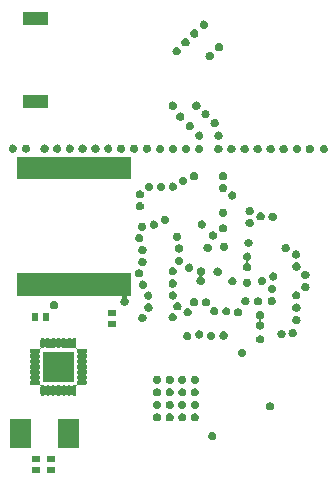
<source format=gbr>
G04 #@! TF.GenerationSoftware,KiCad,Pcbnew,(5.1.6)-1*
G04 #@! TF.CreationDate,2022-09-01T14:03:48+02:00*
G04 #@! TF.ProjectId,LoRa_Balloon,4c6f5261-5f42-4616-9c6c-6f6f6e2e6b69,2*
G04 #@! TF.SameCoordinates,Original*
G04 #@! TF.FileFunction,Soldermask,Bot*
G04 #@! TF.FilePolarity,Negative*
%FSLAX46Y46*%
G04 Gerber Fmt 4.6, Leading zero omitted, Abs format (unit mm)*
G04 Created by KiCad (PCBNEW (5.1.6)-1) date 2022-09-01 14:03:48*
%MOMM*%
%LPD*%
G01*
G04 APERTURE LIST*
%ADD10C,0.100000*%
G04 APERTURE END LIST*
D10*
G36*
X105241000Y-140201000D02*
G01*
X104539000Y-140201000D01*
X104539000Y-139699000D01*
X105241000Y-139699000D01*
X105241000Y-140201000D01*
G37*
G36*
X103941000Y-140201000D02*
G01*
X103239000Y-140201000D01*
X103239000Y-139699000D01*
X103941000Y-139699000D01*
X103941000Y-140201000D01*
G37*
G36*
X103941000Y-139301000D02*
G01*
X103239000Y-139301000D01*
X103239000Y-138799000D01*
X103941000Y-138799000D01*
X103941000Y-139301000D01*
G37*
G36*
X105241000Y-139301000D02*
G01*
X104539000Y-139301000D01*
X104539000Y-138799000D01*
X105241000Y-138799000D01*
X105241000Y-139301000D01*
G37*
G36*
X103181000Y-138131000D02*
G01*
X101379000Y-138131000D01*
X101379000Y-135629000D01*
X103181000Y-135629000D01*
X103181000Y-138131000D01*
G37*
G36*
X107281000Y-138131000D02*
G01*
X105479000Y-138131000D01*
X105479000Y-135629000D01*
X107281000Y-135629000D01*
X107281000Y-138131000D01*
G37*
G36*
X118622383Y-136742489D02*
G01*
X118622386Y-136742490D01*
X118622385Y-136742490D01*
X118686258Y-136768946D01*
X118743748Y-136807360D01*
X118792640Y-136856252D01*
X118831054Y-136913742D01*
X118852624Y-136965818D01*
X118857511Y-136977617D01*
X118871000Y-137045430D01*
X118871000Y-137114570D01*
X118857511Y-137182383D01*
X118857510Y-137182385D01*
X118831054Y-137246258D01*
X118792640Y-137303748D01*
X118743748Y-137352640D01*
X118686258Y-137391054D01*
X118634182Y-137412624D01*
X118622383Y-137417511D01*
X118554570Y-137431000D01*
X118485430Y-137431000D01*
X118417617Y-137417511D01*
X118405818Y-137412624D01*
X118353742Y-137391054D01*
X118296252Y-137352640D01*
X118247360Y-137303748D01*
X118208946Y-137246258D01*
X118182490Y-137182385D01*
X118182489Y-137182383D01*
X118169000Y-137114570D01*
X118169000Y-137045430D01*
X118182489Y-136977617D01*
X118187376Y-136965818D01*
X118208946Y-136913742D01*
X118247360Y-136856252D01*
X118296252Y-136807360D01*
X118353742Y-136768946D01*
X118417615Y-136742490D01*
X118417614Y-136742490D01*
X118417617Y-136742489D01*
X118485430Y-136729000D01*
X118554570Y-136729000D01*
X118622383Y-136742489D01*
G37*
G36*
X113954353Y-135159959D02*
G01*
X113954356Y-135159960D01*
X113954355Y-135159960D01*
X114018228Y-135186416D01*
X114075718Y-135224830D01*
X114124610Y-135273722D01*
X114163024Y-135331212D01*
X114184594Y-135383288D01*
X114189481Y-135395087D01*
X114202970Y-135462900D01*
X114202970Y-135532040D01*
X114189481Y-135599853D01*
X114189480Y-135599855D01*
X114163024Y-135663728D01*
X114124610Y-135721218D01*
X114075718Y-135770110D01*
X114018228Y-135808524D01*
X113966152Y-135830094D01*
X113954353Y-135834981D01*
X113886540Y-135848470D01*
X113817400Y-135848470D01*
X113749587Y-135834981D01*
X113737788Y-135830094D01*
X113685712Y-135808524D01*
X113628222Y-135770110D01*
X113579330Y-135721218D01*
X113540916Y-135663728D01*
X113514460Y-135599855D01*
X113514459Y-135599853D01*
X113500970Y-135532040D01*
X113500970Y-135462900D01*
X113514459Y-135395087D01*
X113519346Y-135383288D01*
X113540916Y-135331212D01*
X113579330Y-135273722D01*
X113628222Y-135224830D01*
X113685712Y-135186416D01*
X113749585Y-135159960D01*
X113749584Y-135159960D01*
X113749587Y-135159959D01*
X113817400Y-135146470D01*
X113886540Y-135146470D01*
X113954353Y-135159959D01*
G37*
G36*
X115016853Y-135159959D02*
G01*
X115016856Y-135159960D01*
X115016855Y-135159960D01*
X115080728Y-135186416D01*
X115138218Y-135224830D01*
X115187110Y-135273722D01*
X115225524Y-135331212D01*
X115247094Y-135383288D01*
X115251981Y-135395087D01*
X115265470Y-135462900D01*
X115265470Y-135532040D01*
X115251981Y-135599853D01*
X115251980Y-135599855D01*
X115225524Y-135663728D01*
X115187110Y-135721218D01*
X115138218Y-135770110D01*
X115080728Y-135808524D01*
X115028652Y-135830094D01*
X115016853Y-135834981D01*
X114949040Y-135848470D01*
X114879900Y-135848470D01*
X114812087Y-135834981D01*
X114800288Y-135830094D01*
X114748212Y-135808524D01*
X114690722Y-135770110D01*
X114641830Y-135721218D01*
X114603416Y-135663728D01*
X114576960Y-135599855D01*
X114576959Y-135599853D01*
X114563470Y-135532040D01*
X114563470Y-135462900D01*
X114576959Y-135395087D01*
X114581846Y-135383288D01*
X114603416Y-135331212D01*
X114641830Y-135273722D01*
X114690722Y-135224830D01*
X114748212Y-135186416D01*
X114812085Y-135159960D01*
X114812084Y-135159960D01*
X114812087Y-135159959D01*
X114879900Y-135146470D01*
X114949040Y-135146470D01*
X115016853Y-135159959D01*
G37*
G36*
X116079353Y-135159959D02*
G01*
X116079356Y-135159960D01*
X116079355Y-135159960D01*
X116143228Y-135186416D01*
X116200718Y-135224830D01*
X116249610Y-135273722D01*
X116288024Y-135331212D01*
X116309594Y-135383288D01*
X116314481Y-135395087D01*
X116327970Y-135462900D01*
X116327970Y-135532040D01*
X116314481Y-135599853D01*
X116314480Y-135599855D01*
X116288024Y-135663728D01*
X116249610Y-135721218D01*
X116200718Y-135770110D01*
X116143228Y-135808524D01*
X116091152Y-135830094D01*
X116079353Y-135834981D01*
X116011540Y-135848470D01*
X115942400Y-135848470D01*
X115874587Y-135834981D01*
X115862788Y-135830094D01*
X115810712Y-135808524D01*
X115753222Y-135770110D01*
X115704330Y-135721218D01*
X115665916Y-135663728D01*
X115639460Y-135599855D01*
X115639459Y-135599853D01*
X115625970Y-135532040D01*
X115625970Y-135462900D01*
X115639459Y-135395087D01*
X115644346Y-135383288D01*
X115665916Y-135331212D01*
X115704330Y-135273722D01*
X115753222Y-135224830D01*
X115810712Y-135186416D01*
X115874585Y-135159960D01*
X115874584Y-135159960D01*
X115874587Y-135159959D01*
X115942400Y-135146470D01*
X116011540Y-135146470D01*
X116079353Y-135159959D01*
G37*
G36*
X117141853Y-135159959D02*
G01*
X117141856Y-135159960D01*
X117141855Y-135159960D01*
X117205728Y-135186416D01*
X117263218Y-135224830D01*
X117312110Y-135273722D01*
X117350524Y-135331212D01*
X117372094Y-135383288D01*
X117376981Y-135395087D01*
X117390470Y-135462900D01*
X117390470Y-135532040D01*
X117376981Y-135599853D01*
X117376980Y-135599855D01*
X117350524Y-135663728D01*
X117312110Y-135721218D01*
X117263218Y-135770110D01*
X117205728Y-135808524D01*
X117153652Y-135830094D01*
X117141853Y-135834981D01*
X117074040Y-135848470D01*
X117004900Y-135848470D01*
X116937087Y-135834981D01*
X116925288Y-135830094D01*
X116873212Y-135808524D01*
X116815722Y-135770110D01*
X116766830Y-135721218D01*
X116728416Y-135663728D01*
X116701960Y-135599855D01*
X116701959Y-135599853D01*
X116688470Y-135532040D01*
X116688470Y-135462900D01*
X116701959Y-135395087D01*
X116706846Y-135383288D01*
X116728416Y-135331212D01*
X116766830Y-135273722D01*
X116815722Y-135224830D01*
X116873212Y-135186416D01*
X116937085Y-135159960D01*
X116937084Y-135159960D01*
X116937087Y-135159959D01*
X117004900Y-135146470D01*
X117074040Y-135146470D01*
X117141853Y-135159959D01*
G37*
G36*
X123502383Y-134222489D02*
G01*
X123502386Y-134222490D01*
X123502385Y-134222490D01*
X123566258Y-134248946D01*
X123623748Y-134287360D01*
X123672640Y-134336252D01*
X123711054Y-134393742D01*
X123732624Y-134445818D01*
X123737511Y-134457617D01*
X123751000Y-134525430D01*
X123751000Y-134594570D01*
X123737511Y-134662383D01*
X123737510Y-134662385D01*
X123711054Y-134726258D01*
X123672640Y-134783748D01*
X123623748Y-134832640D01*
X123566258Y-134871054D01*
X123514182Y-134892624D01*
X123502383Y-134897511D01*
X123434570Y-134911000D01*
X123365430Y-134911000D01*
X123297617Y-134897511D01*
X123285818Y-134892624D01*
X123233742Y-134871054D01*
X123176252Y-134832640D01*
X123127360Y-134783748D01*
X123088946Y-134726258D01*
X123062490Y-134662385D01*
X123062489Y-134662383D01*
X123049000Y-134594570D01*
X123049000Y-134525430D01*
X123062489Y-134457617D01*
X123067376Y-134445818D01*
X123088946Y-134393742D01*
X123127360Y-134336252D01*
X123176252Y-134287360D01*
X123233742Y-134248946D01*
X123297615Y-134222490D01*
X123297614Y-134222490D01*
X123297617Y-134222489D01*
X123365430Y-134209000D01*
X123434570Y-134209000D01*
X123502383Y-134222489D01*
G37*
G36*
X113954353Y-134097459D02*
G01*
X113954356Y-134097460D01*
X113954355Y-134097460D01*
X114018228Y-134123916D01*
X114075718Y-134162330D01*
X114124610Y-134211222D01*
X114163024Y-134268712D01*
X114170748Y-134287361D01*
X114189481Y-134332587D01*
X114202970Y-134400400D01*
X114202970Y-134469540D01*
X114189481Y-134537353D01*
X114189480Y-134537355D01*
X114163024Y-134601228D01*
X114124610Y-134658718D01*
X114075718Y-134707610D01*
X114018228Y-134746024D01*
X113966152Y-134767594D01*
X113954353Y-134772481D01*
X113886540Y-134785970D01*
X113817400Y-134785970D01*
X113749587Y-134772481D01*
X113737788Y-134767594D01*
X113685712Y-134746024D01*
X113628222Y-134707610D01*
X113579330Y-134658718D01*
X113540916Y-134601228D01*
X113514460Y-134537355D01*
X113514459Y-134537353D01*
X113500970Y-134469540D01*
X113500970Y-134400400D01*
X113514459Y-134332587D01*
X113533192Y-134287361D01*
X113540916Y-134268712D01*
X113579330Y-134211222D01*
X113628222Y-134162330D01*
X113685712Y-134123916D01*
X113749585Y-134097460D01*
X113749584Y-134097460D01*
X113749587Y-134097459D01*
X113817400Y-134083970D01*
X113886540Y-134083970D01*
X113954353Y-134097459D01*
G37*
G36*
X116079353Y-134097459D02*
G01*
X116079356Y-134097460D01*
X116079355Y-134097460D01*
X116143228Y-134123916D01*
X116200718Y-134162330D01*
X116249610Y-134211222D01*
X116288024Y-134268712D01*
X116295748Y-134287361D01*
X116314481Y-134332587D01*
X116327970Y-134400400D01*
X116327970Y-134469540D01*
X116314481Y-134537353D01*
X116314480Y-134537355D01*
X116288024Y-134601228D01*
X116249610Y-134658718D01*
X116200718Y-134707610D01*
X116143228Y-134746024D01*
X116091152Y-134767594D01*
X116079353Y-134772481D01*
X116011540Y-134785970D01*
X115942400Y-134785970D01*
X115874587Y-134772481D01*
X115862788Y-134767594D01*
X115810712Y-134746024D01*
X115753222Y-134707610D01*
X115704330Y-134658718D01*
X115665916Y-134601228D01*
X115639460Y-134537355D01*
X115639459Y-134537353D01*
X115625970Y-134469540D01*
X115625970Y-134400400D01*
X115639459Y-134332587D01*
X115658192Y-134287361D01*
X115665916Y-134268712D01*
X115704330Y-134211222D01*
X115753222Y-134162330D01*
X115810712Y-134123916D01*
X115874585Y-134097460D01*
X115874584Y-134097460D01*
X115874587Y-134097459D01*
X115942400Y-134083970D01*
X116011540Y-134083970D01*
X116079353Y-134097459D01*
G37*
G36*
X115016853Y-134097459D02*
G01*
X115016856Y-134097460D01*
X115016855Y-134097460D01*
X115080728Y-134123916D01*
X115138218Y-134162330D01*
X115187110Y-134211222D01*
X115225524Y-134268712D01*
X115233248Y-134287361D01*
X115251981Y-134332587D01*
X115265470Y-134400400D01*
X115265470Y-134469540D01*
X115251981Y-134537353D01*
X115251980Y-134537355D01*
X115225524Y-134601228D01*
X115187110Y-134658718D01*
X115138218Y-134707610D01*
X115080728Y-134746024D01*
X115028652Y-134767594D01*
X115016853Y-134772481D01*
X114949040Y-134785970D01*
X114879900Y-134785970D01*
X114812087Y-134772481D01*
X114800288Y-134767594D01*
X114748212Y-134746024D01*
X114690722Y-134707610D01*
X114641830Y-134658718D01*
X114603416Y-134601228D01*
X114576960Y-134537355D01*
X114576959Y-134537353D01*
X114563470Y-134469540D01*
X114563470Y-134400400D01*
X114576959Y-134332587D01*
X114595692Y-134287361D01*
X114603416Y-134268712D01*
X114641830Y-134211222D01*
X114690722Y-134162330D01*
X114748212Y-134123916D01*
X114812085Y-134097460D01*
X114812084Y-134097460D01*
X114812087Y-134097459D01*
X114879900Y-134083970D01*
X114949040Y-134083970D01*
X115016853Y-134097459D01*
G37*
G36*
X117141853Y-134097459D02*
G01*
X117141856Y-134097460D01*
X117141855Y-134097460D01*
X117205728Y-134123916D01*
X117263218Y-134162330D01*
X117312110Y-134211222D01*
X117350524Y-134268712D01*
X117358248Y-134287361D01*
X117376981Y-134332587D01*
X117390470Y-134400400D01*
X117390470Y-134469540D01*
X117376981Y-134537353D01*
X117376980Y-134537355D01*
X117350524Y-134601228D01*
X117312110Y-134658718D01*
X117263218Y-134707610D01*
X117205728Y-134746024D01*
X117153652Y-134767594D01*
X117141853Y-134772481D01*
X117074040Y-134785970D01*
X117004900Y-134785970D01*
X116937087Y-134772481D01*
X116925288Y-134767594D01*
X116873212Y-134746024D01*
X116815722Y-134707610D01*
X116766830Y-134658718D01*
X116728416Y-134601228D01*
X116701960Y-134537355D01*
X116701959Y-134537353D01*
X116688470Y-134469540D01*
X116688470Y-134400400D01*
X116701959Y-134332587D01*
X116720692Y-134287361D01*
X116728416Y-134268712D01*
X116766830Y-134211222D01*
X116815722Y-134162330D01*
X116873212Y-134123916D01*
X116937085Y-134097460D01*
X116937084Y-134097460D01*
X116937087Y-134097459D01*
X117004900Y-134083970D01*
X117074040Y-134083970D01*
X117141853Y-134097459D01*
G37*
G36*
X116079353Y-133034959D02*
G01*
X116079356Y-133034960D01*
X116079355Y-133034960D01*
X116143228Y-133061416D01*
X116200718Y-133099830D01*
X116249610Y-133148722D01*
X116288024Y-133206212D01*
X116309594Y-133258288D01*
X116314481Y-133270087D01*
X116327970Y-133337900D01*
X116327970Y-133407040D01*
X116314481Y-133474853D01*
X116314480Y-133474855D01*
X116288024Y-133538728D01*
X116249610Y-133596218D01*
X116200718Y-133645110D01*
X116143228Y-133683524D01*
X116091152Y-133705094D01*
X116079353Y-133709981D01*
X116011540Y-133723470D01*
X115942400Y-133723470D01*
X115874587Y-133709981D01*
X115862788Y-133705094D01*
X115810712Y-133683524D01*
X115753222Y-133645110D01*
X115704330Y-133596218D01*
X115665916Y-133538728D01*
X115639460Y-133474855D01*
X115639459Y-133474853D01*
X115625970Y-133407040D01*
X115625970Y-133337900D01*
X115639459Y-133270087D01*
X115644346Y-133258288D01*
X115665916Y-133206212D01*
X115704330Y-133148722D01*
X115753222Y-133099830D01*
X115810712Y-133061416D01*
X115874585Y-133034960D01*
X115874584Y-133034960D01*
X115874587Y-133034959D01*
X115942400Y-133021470D01*
X116011540Y-133021470D01*
X116079353Y-133034959D01*
G37*
G36*
X113954353Y-133034959D02*
G01*
X113954356Y-133034960D01*
X113954355Y-133034960D01*
X114018228Y-133061416D01*
X114075718Y-133099830D01*
X114124610Y-133148722D01*
X114163024Y-133206212D01*
X114184594Y-133258288D01*
X114189481Y-133270087D01*
X114202970Y-133337900D01*
X114202970Y-133407040D01*
X114189481Y-133474853D01*
X114189480Y-133474855D01*
X114163024Y-133538728D01*
X114124610Y-133596218D01*
X114075718Y-133645110D01*
X114018228Y-133683524D01*
X113966152Y-133705094D01*
X113954353Y-133709981D01*
X113886540Y-133723470D01*
X113817400Y-133723470D01*
X113749587Y-133709981D01*
X113737788Y-133705094D01*
X113685712Y-133683524D01*
X113628222Y-133645110D01*
X113579330Y-133596218D01*
X113540916Y-133538728D01*
X113514460Y-133474855D01*
X113514459Y-133474853D01*
X113500970Y-133407040D01*
X113500970Y-133337900D01*
X113514459Y-133270087D01*
X113519346Y-133258288D01*
X113540916Y-133206212D01*
X113579330Y-133148722D01*
X113628222Y-133099830D01*
X113685712Y-133061416D01*
X113749585Y-133034960D01*
X113749584Y-133034960D01*
X113749587Y-133034959D01*
X113817400Y-133021470D01*
X113886540Y-133021470D01*
X113954353Y-133034959D01*
G37*
G36*
X115016853Y-133034959D02*
G01*
X115016856Y-133034960D01*
X115016855Y-133034960D01*
X115080728Y-133061416D01*
X115138218Y-133099830D01*
X115187110Y-133148722D01*
X115225524Y-133206212D01*
X115247094Y-133258288D01*
X115251981Y-133270087D01*
X115265470Y-133337900D01*
X115265470Y-133407040D01*
X115251981Y-133474853D01*
X115251980Y-133474855D01*
X115225524Y-133538728D01*
X115187110Y-133596218D01*
X115138218Y-133645110D01*
X115080728Y-133683524D01*
X115028652Y-133705094D01*
X115016853Y-133709981D01*
X114949040Y-133723470D01*
X114879900Y-133723470D01*
X114812087Y-133709981D01*
X114800288Y-133705094D01*
X114748212Y-133683524D01*
X114690722Y-133645110D01*
X114641830Y-133596218D01*
X114603416Y-133538728D01*
X114576960Y-133474855D01*
X114576959Y-133474853D01*
X114563470Y-133407040D01*
X114563470Y-133337900D01*
X114576959Y-133270087D01*
X114581846Y-133258288D01*
X114603416Y-133206212D01*
X114641830Y-133148722D01*
X114690722Y-133099830D01*
X114748212Y-133061416D01*
X114812085Y-133034960D01*
X114812084Y-133034960D01*
X114812087Y-133034959D01*
X114879900Y-133021470D01*
X114949040Y-133021470D01*
X115016853Y-133034959D01*
G37*
G36*
X117141853Y-133034959D02*
G01*
X117141856Y-133034960D01*
X117141855Y-133034960D01*
X117205728Y-133061416D01*
X117263218Y-133099830D01*
X117312110Y-133148722D01*
X117350524Y-133206212D01*
X117372094Y-133258288D01*
X117376981Y-133270087D01*
X117390470Y-133337900D01*
X117390470Y-133407040D01*
X117376981Y-133474853D01*
X117376980Y-133474855D01*
X117350524Y-133538728D01*
X117312110Y-133596218D01*
X117263218Y-133645110D01*
X117205728Y-133683524D01*
X117153652Y-133705094D01*
X117141853Y-133709981D01*
X117074040Y-133723470D01*
X117004900Y-133723470D01*
X116937087Y-133709981D01*
X116925288Y-133705094D01*
X116873212Y-133683524D01*
X116815722Y-133645110D01*
X116766830Y-133596218D01*
X116728416Y-133538728D01*
X116701960Y-133474855D01*
X116701959Y-133474853D01*
X116688470Y-133407040D01*
X116688470Y-133337900D01*
X116701959Y-133270087D01*
X116706846Y-133258288D01*
X116728416Y-133206212D01*
X116766830Y-133148722D01*
X116815722Y-133099830D01*
X116873212Y-133061416D01*
X116937085Y-133034960D01*
X116937084Y-133034960D01*
X116937087Y-133034959D01*
X117004900Y-133021470D01*
X117074040Y-133021470D01*
X117141853Y-133034959D01*
G37*
G36*
X106884502Y-128771547D02*
G01*
X106917678Y-128781611D01*
X106948254Y-128797954D01*
X106975053Y-128819947D01*
X106997046Y-128846746D01*
X107006436Y-128864314D01*
X107013389Y-128877322D01*
X107023453Y-128910498D01*
X107026000Y-128936359D01*
X107026000Y-129503641D01*
X107023453Y-129529502D01*
X107018600Y-129545499D01*
X107013820Y-129569531D01*
X107013820Y-129594035D01*
X107018600Y-129618069D01*
X107027978Y-129640707D01*
X107041592Y-129661082D01*
X107058919Y-129678409D01*
X107079293Y-129692022D01*
X107101932Y-129701400D01*
X107125965Y-129706180D01*
X107150469Y-129706180D01*
X107174496Y-129701401D01*
X107190498Y-129696547D01*
X107216359Y-129694000D01*
X107783641Y-129694000D01*
X107809502Y-129696547D01*
X107842678Y-129706611D01*
X107873254Y-129722954D01*
X107900053Y-129744947D01*
X107922046Y-129771746D01*
X107938389Y-129802322D01*
X107948453Y-129835498D01*
X107951851Y-129870000D01*
X107948453Y-129904502D01*
X107938389Y-129937678D01*
X107922046Y-129968254D01*
X107900051Y-129995055D01*
X107896004Y-129998376D01*
X107878677Y-130015703D01*
X107865064Y-130036077D01*
X107855687Y-130058716D01*
X107850907Y-130082750D01*
X107850907Y-130107254D01*
X107855688Y-130131287D01*
X107865066Y-130153926D01*
X107878680Y-130174300D01*
X107896004Y-130191624D01*
X107900053Y-130194947D01*
X107901558Y-130196781D01*
X107922046Y-130221746D01*
X107938389Y-130252322D01*
X107948453Y-130285498D01*
X107951851Y-130320000D01*
X107948453Y-130354502D01*
X107938389Y-130387678D01*
X107922046Y-130418254D01*
X107900051Y-130445055D01*
X107896004Y-130448376D01*
X107878677Y-130465703D01*
X107865064Y-130486077D01*
X107855687Y-130508716D01*
X107850907Y-130532750D01*
X107850907Y-130557254D01*
X107855688Y-130581287D01*
X107865066Y-130603926D01*
X107878680Y-130624300D01*
X107896004Y-130641624D01*
X107900051Y-130644945D01*
X107922046Y-130671746D01*
X107938389Y-130702322D01*
X107948453Y-130735498D01*
X107951851Y-130770000D01*
X107948453Y-130804502D01*
X107938389Y-130837678D01*
X107922046Y-130868254D01*
X107900051Y-130895055D01*
X107896004Y-130898376D01*
X107878677Y-130915703D01*
X107865064Y-130936077D01*
X107855687Y-130958716D01*
X107850907Y-130982750D01*
X107850907Y-131007254D01*
X107855688Y-131031287D01*
X107865066Y-131053926D01*
X107878680Y-131074300D01*
X107896004Y-131091624D01*
X107900051Y-131094945D01*
X107922046Y-131121746D01*
X107938389Y-131152322D01*
X107948453Y-131185498D01*
X107951851Y-131220000D01*
X107948453Y-131254502D01*
X107938389Y-131287678D01*
X107922046Y-131318254D01*
X107900051Y-131345055D01*
X107896004Y-131348376D01*
X107878677Y-131365703D01*
X107865064Y-131386077D01*
X107855687Y-131408716D01*
X107850907Y-131432750D01*
X107850907Y-131457254D01*
X107855688Y-131481287D01*
X107865066Y-131503926D01*
X107878680Y-131524300D01*
X107896004Y-131541624D01*
X107900051Y-131544945D01*
X107922046Y-131571746D01*
X107938389Y-131602322D01*
X107948453Y-131635498D01*
X107951851Y-131670000D01*
X107948453Y-131704502D01*
X107938389Y-131737678D01*
X107922046Y-131768254D01*
X107900051Y-131795055D01*
X107896004Y-131798376D01*
X107878677Y-131815703D01*
X107865064Y-131836077D01*
X107855687Y-131858716D01*
X107850907Y-131882750D01*
X107850907Y-131907254D01*
X107855688Y-131931287D01*
X107865066Y-131953926D01*
X107878680Y-131974300D01*
X107896004Y-131991624D01*
X107900051Y-131994945D01*
X107922046Y-132021746D01*
X107938389Y-132052322D01*
X107948453Y-132085498D01*
X107951851Y-132120000D01*
X107948453Y-132154502D01*
X107938389Y-132187678D01*
X107922046Y-132218254D01*
X107900051Y-132245055D01*
X107896004Y-132248376D01*
X107878677Y-132265703D01*
X107865064Y-132286077D01*
X107855687Y-132308716D01*
X107850907Y-132332750D01*
X107850907Y-132357254D01*
X107855688Y-132381287D01*
X107865066Y-132403926D01*
X107878680Y-132424300D01*
X107896004Y-132441624D01*
X107900051Y-132444945D01*
X107922046Y-132471746D01*
X107938389Y-132502322D01*
X107948453Y-132535498D01*
X107951851Y-132570000D01*
X107948453Y-132604502D01*
X107938389Y-132637678D01*
X107922046Y-132668254D01*
X107900053Y-132695053D01*
X107873254Y-132717046D01*
X107842678Y-132733389D01*
X107809502Y-132743453D01*
X107783641Y-132746000D01*
X107216359Y-132746000D01*
X107190498Y-132743453D01*
X107174496Y-132738599D01*
X107150469Y-132733820D01*
X107125965Y-132733820D01*
X107101931Y-132738600D01*
X107079293Y-132747978D01*
X107058918Y-132761592D01*
X107041591Y-132778919D01*
X107027978Y-132799293D01*
X107018600Y-132821932D01*
X107013820Y-132845965D01*
X107013820Y-132870469D01*
X107018599Y-132894496D01*
X107023453Y-132910498D01*
X107023453Y-132910500D01*
X107026000Y-132936359D01*
X107026000Y-133503641D01*
X107023453Y-133529502D01*
X107013389Y-133562678D01*
X106997046Y-133593254D01*
X106975054Y-133620052D01*
X106948253Y-133642046D01*
X106917677Y-133658389D01*
X106884501Y-133668453D01*
X106850000Y-133671851D01*
X106815498Y-133668453D01*
X106782322Y-133658389D01*
X106751746Y-133642046D01*
X106724946Y-133620052D01*
X106721627Y-133616007D01*
X106704301Y-133598679D01*
X106683927Y-133585065D01*
X106661288Y-133575687D01*
X106637255Y-133570906D01*
X106612751Y-133570906D01*
X106588717Y-133575686D01*
X106566078Y-133585062D01*
X106545704Y-133598676D01*
X106528373Y-133616007D01*
X106525055Y-133620051D01*
X106498253Y-133642046D01*
X106467677Y-133658389D01*
X106434501Y-133668453D01*
X106400000Y-133671851D01*
X106365498Y-133668453D01*
X106332322Y-133658389D01*
X106301746Y-133642046D01*
X106274946Y-133620052D01*
X106271627Y-133616007D01*
X106254301Y-133598679D01*
X106233927Y-133585065D01*
X106211288Y-133575687D01*
X106187255Y-133570906D01*
X106162751Y-133570906D01*
X106138717Y-133575686D01*
X106116078Y-133585062D01*
X106095704Y-133598676D01*
X106078373Y-133616007D01*
X106075055Y-133620051D01*
X106048253Y-133642046D01*
X106017677Y-133658389D01*
X105984501Y-133668453D01*
X105950000Y-133671851D01*
X105915498Y-133668453D01*
X105882322Y-133658389D01*
X105851746Y-133642046D01*
X105824946Y-133620052D01*
X105821627Y-133616007D01*
X105804301Y-133598679D01*
X105783927Y-133585065D01*
X105761288Y-133575687D01*
X105737255Y-133570906D01*
X105712751Y-133570906D01*
X105688717Y-133575686D01*
X105666078Y-133585062D01*
X105645704Y-133598676D01*
X105628373Y-133616007D01*
X105625055Y-133620051D01*
X105598253Y-133642046D01*
X105567677Y-133658389D01*
X105534501Y-133668453D01*
X105500000Y-133671851D01*
X105465498Y-133668453D01*
X105432322Y-133658389D01*
X105401746Y-133642046D01*
X105374946Y-133620052D01*
X105371627Y-133616007D01*
X105354301Y-133598679D01*
X105333927Y-133585065D01*
X105311288Y-133575687D01*
X105287255Y-133570906D01*
X105262751Y-133570906D01*
X105238717Y-133575686D01*
X105216078Y-133585062D01*
X105195704Y-133598676D01*
X105178373Y-133616007D01*
X105175055Y-133620051D01*
X105148253Y-133642046D01*
X105117677Y-133658389D01*
X105084501Y-133668453D01*
X105050000Y-133671851D01*
X105015498Y-133668453D01*
X104982322Y-133658389D01*
X104951746Y-133642046D01*
X104924946Y-133620052D01*
X104921627Y-133616007D01*
X104904301Y-133598679D01*
X104883927Y-133585065D01*
X104861288Y-133575687D01*
X104837255Y-133570906D01*
X104812751Y-133570906D01*
X104788717Y-133575686D01*
X104766078Y-133585062D01*
X104745704Y-133598676D01*
X104728373Y-133616007D01*
X104725055Y-133620051D01*
X104698253Y-133642046D01*
X104667677Y-133658389D01*
X104634501Y-133668453D01*
X104600000Y-133671851D01*
X104565498Y-133668453D01*
X104532322Y-133658389D01*
X104501746Y-133642046D01*
X104474946Y-133620052D01*
X104471627Y-133616007D01*
X104454301Y-133598679D01*
X104433927Y-133585065D01*
X104411288Y-133575687D01*
X104387255Y-133570906D01*
X104362751Y-133570906D01*
X104338717Y-133575686D01*
X104316078Y-133585062D01*
X104295704Y-133598676D01*
X104278373Y-133616007D01*
X104275055Y-133620051D01*
X104248253Y-133642046D01*
X104217677Y-133658389D01*
X104184501Y-133668453D01*
X104150000Y-133671851D01*
X104115498Y-133668453D01*
X104082322Y-133658389D01*
X104051746Y-133642046D01*
X104024948Y-133620054D01*
X104002954Y-133593253D01*
X103986611Y-133562677D01*
X103976547Y-133529501D01*
X103974000Y-133503640D01*
X103974001Y-132936359D01*
X103976548Y-132910500D01*
X103976548Y-132910498D01*
X103981402Y-132894496D01*
X103986181Y-132870469D01*
X103986181Y-132845965D01*
X103981401Y-132821931D01*
X103972023Y-132799293D01*
X103958409Y-132778918D01*
X103941082Y-132761591D01*
X103920708Y-132747978D01*
X103898069Y-132738600D01*
X103874036Y-132733820D01*
X103849532Y-132733820D01*
X103825500Y-132738600D01*
X103809502Y-132743453D01*
X103783641Y-132746000D01*
X103216359Y-132746000D01*
X103190498Y-132743453D01*
X103157322Y-132733389D01*
X103126746Y-132717046D01*
X103099947Y-132695053D01*
X103077954Y-132668254D01*
X103061611Y-132637678D01*
X103051547Y-132604502D01*
X103048149Y-132570000D01*
X103051547Y-132535498D01*
X103061611Y-132502322D01*
X103077954Y-132471746D01*
X103099949Y-132444945D01*
X103103996Y-132441624D01*
X103121323Y-132424297D01*
X103134936Y-132403923D01*
X103144313Y-132381284D01*
X103149093Y-132357250D01*
X103149093Y-132332746D01*
X103144312Y-132308713D01*
X103134934Y-132286074D01*
X103121320Y-132265700D01*
X103103996Y-132248376D01*
X103099949Y-132245055D01*
X103077954Y-132218254D01*
X103061611Y-132187678D01*
X103051547Y-132154502D01*
X103048149Y-132120000D01*
X103051547Y-132085498D01*
X103061611Y-132052322D01*
X103077954Y-132021746D01*
X103099949Y-131994945D01*
X103103996Y-131991624D01*
X103121323Y-131974297D01*
X103134936Y-131953923D01*
X103144313Y-131931284D01*
X103149093Y-131907250D01*
X103149093Y-131882746D01*
X103144312Y-131858713D01*
X103134934Y-131836074D01*
X103121320Y-131815700D01*
X103103996Y-131798376D01*
X103099949Y-131795055D01*
X103077954Y-131768254D01*
X103061611Y-131737678D01*
X103051547Y-131704502D01*
X103048149Y-131670000D01*
X103051547Y-131635498D01*
X103061611Y-131602322D01*
X103077954Y-131571746D01*
X103099949Y-131544945D01*
X103103996Y-131541624D01*
X103121323Y-131524297D01*
X103134936Y-131503923D01*
X103144313Y-131481284D01*
X103149093Y-131457250D01*
X103149093Y-131432746D01*
X103144312Y-131408713D01*
X103134934Y-131386074D01*
X103121320Y-131365700D01*
X103103996Y-131348376D01*
X103099949Y-131345055D01*
X103077954Y-131318254D01*
X103061611Y-131287678D01*
X103051547Y-131254502D01*
X103048149Y-131220000D01*
X103051547Y-131185498D01*
X103061611Y-131152322D01*
X103077954Y-131121746D01*
X103099949Y-131094945D01*
X103103996Y-131091624D01*
X103121323Y-131074297D01*
X103134936Y-131053923D01*
X103144313Y-131031284D01*
X103149093Y-131007250D01*
X103149093Y-130982746D01*
X103144312Y-130958713D01*
X103134934Y-130936074D01*
X103121320Y-130915700D01*
X103103996Y-130898376D01*
X103099949Y-130895055D01*
X103077954Y-130868254D01*
X103061611Y-130837678D01*
X103051547Y-130804502D01*
X103048149Y-130770000D01*
X103051547Y-130735498D01*
X103061611Y-130702322D01*
X103077954Y-130671746D01*
X103099949Y-130644945D01*
X103103996Y-130641624D01*
X103121323Y-130624297D01*
X103134936Y-130603923D01*
X103144313Y-130581284D01*
X103149093Y-130557250D01*
X103149093Y-130532746D01*
X103144312Y-130508713D01*
X103134934Y-130486074D01*
X103121320Y-130465700D01*
X103103996Y-130448376D01*
X103099949Y-130445055D01*
X103077954Y-130418254D01*
X103061611Y-130387678D01*
X103051547Y-130354502D01*
X103048149Y-130320000D01*
X103051547Y-130285498D01*
X103061611Y-130252322D01*
X103077954Y-130221746D01*
X103098442Y-130196781D01*
X103099947Y-130194947D01*
X103103996Y-130191624D01*
X103121323Y-130174297D01*
X103134936Y-130153923D01*
X103144313Y-130131284D01*
X103149093Y-130107250D01*
X103149093Y-130082750D01*
X103850907Y-130082750D01*
X103850907Y-130107254D01*
X103855688Y-130131287D01*
X103865066Y-130153926D01*
X103878680Y-130174300D01*
X103896004Y-130191624D01*
X103900053Y-130194947D01*
X103901558Y-130196781D01*
X103922046Y-130221746D01*
X103938389Y-130252322D01*
X103948453Y-130285498D01*
X103951851Y-130320000D01*
X103948453Y-130354502D01*
X103938389Y-130387678D01*
X103922046Y-130418254D01*
X103900051Y-130445055D01*
X103896004Y-130448376D01*
X103878677Y-130465703D01*
X103865064Y-130486077D01*
X103855687Y-130508716D01*
X103850907Y-130532750D01*
X103850907Y-130557254D01*
X103855688Y-130581287D01*
X103865066Y-130603926D01*
X103878680Y-130624300D01*
X103896004Y-130641624D01*
X103900051Y-130644945D01*
X103922046Y-130671746D01*
X103938389Y-130702322D01*
X103948453Y-130735498D01*
X103951851Y-130770000D01*
X103948453Y-130804502D01*
X103938389Y-130837678D01*
X103922046Y-130868254D01*
X103900051Y-130895055D01*
X103896004Y-130898376D01*
X103878677Y-130915703D01*
X103865064Y-130936077D01*
X103855687Y-130958716D01*
X103850907Y-130982750D01*
X103850907Y-131007254D01*
X103855688Y-131031287D01*
X103865066Y-131053926D01*
X103878680Y-131074300D01*
X103896004Y-131091624D01*
X103900051Y-131094945D01*
X103922046Y-131121746D01*
X103938389Y-131152322D01*
X103948453Y-131185498D01*
X103951851Y-131220000D01*
X103948453Y-131254502D01*
X103938389Y-131287678D01*
X103922046Y-131318254D01*
X103900051Y-131345055D01*
X103896004Y-131348376D01*
X103878677Y-131365703D01*
X103865064Y-131386077D01*
X103855687Y-131408716D01*
X103850907Y-131432750D01*
X103850907Y-131457254D01*
X103855688Y-131481287D01*
X103865066Y-131503926D01*
X103878680Y-131524300D01*
X103896004Y-131541624D01*
X103900051Y-131544945D01*
X103922046Y-131571746D01*
X103938389Y-131602322D01*
X103948453Y-131635498D01*
X103951851Y-131670000D01*
X103948453Y-131704502D01*
X103938389Y-131737678D01*
X103922046Y-131768254D01*
X103900051Y-131795055D01*
X103896004Y-131798376D01*
X103878677Y-131815703D01*
X103865064Y-131836077D01*
X103855687Y-131858716D01*
X103850907Y-131882750D01*
X103850907Y-131907254D01*
X103855688Y-131931287D01*
X103865066Y-131953926D01*
X103878680Y-131974300D01*
X103896004Y-131991624D01*
X103900051Y-131994945D01*
X103922046Y-132021746D01*
X103938389Y-132052322D01*
X103948453Y-132085498D01*
X103951851Y-132120000D01*
X103948453Y-132154502D01*
X103938389Y-132187678D01*
X103922046Y-132218254D01*
X103900051Y-132245055D01*
X103896004Y-132248376D01*
X103878677Y-132265703D01*
X103865064Y-132286077D01*
X103855687Y-132308716D01*
X103850907Y-132332750D01*
X103850907Y-132357254D01*
X103855688Y-132381287D01*
X103865066Y-132403926D01*
X103878680Y-132424300D01*
X103896004Y-132441624D01*
X103900051Y-132444945D01*
X103922046Y-132471746D01*
X103924443Y-132476231D01*
X103938389Y-132502322D01*
X103948453Y-132535498D01*
X103951851Y-132570000D01*
X103948453Y-132604502D01*
X103943599Y-132620504D01*
X103938820Y-132644531D01*
X103938820Y-132669035D01*
X103943600Y-132693069D01*
X103952978Y-132715707D01*
X103966592Y-132736082D01*
X103983919Y-132753409D01*
X104004293Y-132767022D01*
X104026932Y-132776400D01*
X104050965Y-132781180D01*
X104075469Y-132781180D01*
X104099501Y-132776400D01*
X104115499Y-132771547D01*
X104150000Y-132768149D01*
X104184502Y-132771547D01*
X104217678Y-132781611D01*
X104248254Y-132797954D01*
X104261653Y-132808950D01*
X104275053Y-132819947D01*
X104278373Y-132823993D01*
X104278377Y-132823998D01*
X104295705Y-132841324D01*
X104316079Y-132854938D01*
X104338718Y-132864314D01*
X104362752Y-132869094D01*
X104387256Y-132869094D01*
X104411289Y-132864313D01*
X104433928Y-132854935D01*
X104454302Y-132841321D01*
X104471628Y-132823993D01*
X104474947Y-132819948D01*
X104501747Y-132797954D01*
X104532323Y-132781611D01*
X104565499Y-132771547D01*
X104600000Y-132768149D01*
X104634502Y-132771547D01*
X104667678Y-132781611D01*
X104698254Y-132797954D01*
X104711653Y-132808950D01*
X104725053Y-132819947D01*
X104728373Y-132823993D01*
X104728377Y-132823998D01*
X104745705Y-132841324D01*
X104766079Y-132854938D01*
X104788718Y-132864314D01*
X104812752Y-132869094D01*
X104837256Y-132869094D01*
X104861289Y-132864313D01*
X104883928Y-132854935D01*
X104904302Y-132841321D01*
X104921628Y-132823993D01*
X104924947Y-132819948D01*
X104951747Y-132797954D01*
X104982323Y-132781611D01*
X105015499Y-132771547D01*
X105050000Y-132768149D01*
X105084502Y-132771547D01*
X105117678Y-132781611D01*
X105148254Y-132797954D01*
X105161653Y-132808950D01*
X105175053Y-132819947D01*
X105178373Y-132823993D01*
X105178377Y-132823998D01*
X105195705Y-132841324D01*
X105216079Y-132854938D01*
X105238718Y-132864314D01*
X105262752Y-132869094D01*
X105287256Y-132869094D01*
X105311289Y-132864313D01*
X105333928Y-132854935D01*
X105354302Y-132841321D01*
X105371628Y-132823993D01*
X105374947Y-132819948D01*
X105401747Y-132797954D01*
X105432323Y-132781611D01*
X105465499Y-132771547D01*
X105500000Y-132768149D01*
X105534502Y-132771547D01*
X105567678Y-132781611D01*
X105598254Y-132797954D01*
X105611653Y-132808950D01*
X105625053Y-132819947D01*
X105628373Y-132823993D01*
X105628377Y-132823998D01*
X105645705Y-132841324D01*
X105666079Y-132854938D01*
X105688718Y-132864314D01*
X105712752Y-132869094D01*
X105737256Y-132869094D01*
X105761289Y-132864313D01*
X105783928Y-132854935D01*
X105804302Y-132841321D01*
X105821628Y-132823993D01*
X105824947Y-132819948D01*
X105851747Y-132797954D01*
X105882323Y-132781611D01*
X105915499Y-132771547D01*
X105950000Y-132768149D01*
X105984502Y-132771547D01*
X106017678Y-132781611D01*
X106048254Y-132797954D01*
X106061653Y-132808950D01*
X106075053Y-132819947D01*
X106078373Y-132823993D01*
X106078377Y-132823998D01*
X106095705Y-132841324D01*
X106116079Y-132854938D01*
X106138718Y-132864314D01*
X106162752Y-132869094D01*
X106187256Y-132869094D01*
X106211289Y-132864313D01*
X106233928Y-132854935D01*
X106254302Y-132841321D01*
X106271628Y-132823993D01*
X106274947Y-132819948D01*
X106301747Y-132797954D01*
X106332323Y-132781611D01*
X106365499Y-132771547D01*
X106400000Y-132768149D01*
X106434502Y-132771547D01*
X106467678Y-132781611D01*
X106498254Y-132797954D01*
X106511653Y-132808950D01*
X106525053Y-132819947D01*
X106528373Y-132823993D01*
X106528377Y-132823998D01*
X106545705Y-132841324D01*
X106566079Y-132854938D01*
X106588718Y-132864314D01*
X106612752Y-132869094D01*
X106637256Y-132869094D01*
X106661289Y-132864313D01*
X106683928Y-132854935D01*
X106704302Y-132841321D01*
X106721628Y-132823993D01*
X106724947Y-132819948D01*
X106751747Y-132797954D01*
X106782323Y-132781611D01*
X106815499Y-132771547D01*
X106850000Y-132768149D01*
X106884502Y-132771547D01*
X106900504Y-132776401D01*
X106924531Y-132781180D01*
X106949035Y-132781180D01*
X106973069Y-132776400D01*
X106995707Y-132767022D01*
X107016082Y-132753408D01*
X107033409Y-132736081D01*
X107047022Y-132715707D01*
X107056400Y-132693068D01*
X107061180Y-132669035D01*
X107061180Y-132644531D01*
X107056401Y-132620504D01*
X107051547Y-132604502D01*
X107048149Y-132570000D01*
X107051547Y-132535498D01*
X107061611Y-132502322D01*
X107075557Y-132476231D01*
X107077954Y-132471746D01*
X107099949Y-132444945D01*
X107103996Y-132441624D01*
X107121323Y-132424297D01*
X107134936Y-132403923D01*
X107144313Y-132381284D01*
X107149093Y-132357250D01*
X107149093Y-132332746D01*
X107144312Y-132308713D01*
X107134934Y-132286074D01*
X107121320Y-132265700D01*
X107103996Y-132248376D01*
X107099949Y-132245055D01*
X107077954Y-132218254D01*
X107061611Y-132187678D01*
X107051547Y-132154502D01*
X107048149Y-132120000D01*
X107051547Y-132085498D01*
X107061611Y-132052322D01*
X107077954Y-132021746D01*
X107099949Y-131994945D01*
X107103996Y-131991624D01*
X107121323Y-131974297D01*
X107134936Y-131953923D01*
X107144313Y-131931284D01*
X107149093Y-131907250D01*
X107149093Y-131882746D01*
X107144312Y-131858713D01*
X107134934Y-131836074D01*
X107121320Y-131815700D01*
X107103996Y-131798376D01*
X107099949Y-131795055D01*
X107077954Y-131768254D01*
X107061611Y-131737678D01*
X107051547Y-131704502D01*
X107048149Y-131670000D01*
X107051547Y-131635498D01*
X107061611Y-131602322D01*
X107077954Y-131571746D01*
X107099949Y-131544945D01*
X107103996Y-131541624D01*
X107121323Y-131524297D01*
X107134936Y-131503923D01*
X107144313Y-131481284D01*
X107149093Y-131457250D01*
X107149093Y-131432746D01*
X107144312Y-131408713D01*
X107134934Y-131386074D01*
X107121320Y-131365700D01*
X107103996Y-131348376D01*
X107099949Y-131345055D01*
X107077954Y-131318254D01*
X107061611Y-131287678D01*
X107051547Y-131254502D01*
X107048149Y-131220000D01*
X107051547Y-131185498D01*
X107061611Y-131152322D01*
X107077954Y-131121746D01*
X107099949Y-131094945D01*
X107103996Y-131091624D01*
X107121323Y-131074297D01*
X107134936Y-131053923D01*
X107144313Y-131031284D01*
X107149093Y-131007250D01*
X107149093Y-130982746D01*
X107144312Y-130958713D01*
X107134934Y-130936074D01*
X107121320Y-130915700D01*
X107103996Y-130898376D01*
X107099949Y-130895055D01*
X107077954Y-130868254D01*
X107061611Y-130837678D01*
X107051547Y-130804502D01*
X107048149Y-130770000D01*
X107051547Y-130735498D01*
X107061611Y-130702322D01*
X107077954Y-130671746D01*
X107099949Y-130644945D01*
X107103996Y-130641624D01*
X107121323Y-130624297D01*
X107134936Y-130603923D01*
X107144313Y-130581284D01*
X107149093Y-130557250D01*
X107149093Y-130532746D01*
X107144312Y-130508713D01*
X107134934Y-130486074D01*
X107121320Y-130465700D01*
X107103996Y-130448376D01*
X107099949Y-130445055D01*
X107077954Y-130418254D01*
X107061611Y-130387678D01*
X107051547Y-130354502D01*
X107048149Y-130320000D01*
X107051547Y-130285498D01*
X107061611Y-130252322D01*
X107077954Y-130221746D01*
X107098442Y-130196781D01*
X107099947Y-130194947D01*
X107103996Y-130191624D01*
X107121323Y-130174297D01*
X107134936Y-130153923D01*
X107144313Y-130131284D01*
X107149093Y-130107250D01*
X107149093Y-130082746D01*
X107144312Y-130058713D01*
X107134934Y-130036074D01*
X107121320Y-130015700D01*
X107103996Y-129998376D01*
X107099949Y-129995055D01*
X107077954Y-129968254D01*
X107061611Y-129937678D01*
X107051547Y-129904502D01*
X107048149Y-129870000D01*
X107051547Y-129835500D01*
X107051547Y-129835498D01*
X107056401Y-129819496D01*
X107061180Y-129795469D01*
X107061180Y-129770965D01*
X107056400Y-129746931D01*
X107047022Y-129724293D01*
X107033408Y-129703918D01*
X107016081Y-129686591D01*
X106995707Y-129672978D01*
X106973068Y-129663600D01*
X106949035Y-129658820D01*
X106924531Y-129658820D01*
X106900499Y-129663600D01*
X106884501Y-129668453D01*
X106850000Y-129671851D01*
X106815498Y-129668453D01*
X106782322Y-129658389D01*
X106751746Y-129642046D01*
X106724946Y-129620052D01*
X106721627Y-129616007D01*
X106704301Y-129598679D01*
X106683927Y-129585065D01*
X106661288Y-129575687D01*
X106637255Y-129570906D01*
X106612751Y-129570906D01*
X106588717Y-129575686D01*
X106566078Y-129585062D01*
X106545704Y-129598676D01*
X106528373Y-129616007D01*
X106525055Y-129620051D01*
X106498253Y-129642046D01*
X106467677Y-129658389D01*
X106434501Y-129668453D01*
X106400000Y-129671851D01*
X106365498Y-129668453D01*
X106332322Y-129658389D01*
X106301746Y-129642046D01*
X106274946Y-129620052D01*
X106271627Y-129616007D01*
X106254301Y-129598679D01*
X106233927Y-129585065D01*
X106211288Y-129575687D01*
X106187255Y-129570906D01*
X106162751Y-129570906D01*
X106138717Y-129575686D01*
X106116078Y-129585062D01*
X106095704Y-129598676D01*
X106078373Y-129616007D01*
X106075055Y-129620051D01*
X106048253Y-129642046D01*
X106017677Y-129658389D01*
X105984501Y-129668453D01*
X105950000Y-129671851D01*
X105915498Y-129668453D01*
X105882322Y-129658389D01*
X105851746Y-129642046D01*
X105824946Y-129620052D01*
X105821627Y-129616007D01*
X105804301Y-129598679D01*
X105783927Y-129585065D01*
X105761288Y-129575687D01*
X105737255Y-129570906D01*
X105712751Y-129570906D01*
X105688717Y-129575686D01*
X105666078Y-129585062D01*
X105645704Y-129598676D01*
X105628373Y-129616007D01*
X105625055Y-129620051D01*
X105598253Y-129642046D01*
X105567677Y-129658389D01*
X105534501Y-129668453D01*
X105500000Y-129671851D01*
X105465498Y-129668453D01*
X105432322Y-129658389D01*
X105401746Y-129642046D01*
X105374946Y-129620052D01*
X105371627Y-129616007D01*
X105354301Y-129598679D01*
X105333927Y-129585065D01*
X105311288Y-129575687D01*
X105287255Y-129570906D01*
X105262751Y-129570906D01*
X105238717Y-129575686D01*
X105216078Y-129585062D01*
X105195704Y-129598676D01*
X105178373Y-129616007D01*
X105175055Y-129620051D01*
X105148253Y-129642046D01*
X105117677Y-129658389D01*
X105084501Y-129668453D01*
X105050000Y-129671851D01*
X105015498Y-129668453D01*
X104982322Y-129658389D01*
X104951746Y-129642046D01*
X104924946Y-129620052D01*
X104921627Y-129616007D01*
X104904301Y-129598679D01*
X104883927Y-129585065D01*
X104861288Y-129575687D01*
X104837255Y-129570906D01*
X104812751Y-129570906D01*
X104788717Y-129575686D01*
X104766078Y-129585062D01*
X104745704Y-129598676D01*
X104728373Y-129616007D01*
X104725055Y-129620051D01*
X104698253Y-129642046D01*
X104667677Y-129658389D01*
X104634501Y-129668453D01*
X104600000Y-129671851D01*
X104565498Y-129668453D01*
X104532322Y-129658389D01*
X104501746Y-129642046D01*
X104474946Y-129620052D01*
X104471627Y-129616007D01*
X104454301Y-129598679D01*
X104433927Y-129585065D01*
X104411288Y-129575687D01*
X104387255Y-129570906D01*
X104362751Y-129570906D01*
X104338717Y-129575686D01*
X104316078Y-129585062D01*
X104295704Y-129598676D01*
X104278373Y-129616007D01*
X104275055Y-129620051D01*
X104248253Y-129642046D01*
X104217677Y-129658389D01*
X104184501Y-129668453D01*
X104150000Y-129671851D01*
X104115498Y-129668453D01*
X104099496Y-129663599D01*
X104075469Y-129658820D01*
X104050965Y-129658820D01*
X104026931Y-129663600D01*
X104004293Y-129672978D01*
X103983918Y-129686592D01*
X103966591Y-129703919D01*
X103952978Y-129724293D01*
X103943600Y-129746932D01*
X103938820Y-129770965D01*
X103938820Y-129795469D01*
X103943599Y-129819496D01*
X103948453Y-129835498D01*
X103948453Y-129835500D01*
X103951851Y-129870000D01*
X103948453Y-129904502D01*
X103938389Y-129937678D01*
X103922046Y-129968254D01*
X103900051Y-129995055D01*
X103896004Y-129998376D01*
X103878677Y-130015703D01*
X103865064Y-130036077D01*
X103855687Y-130058716D01*
X103850907Y-130082750D01*
X103149093Y-130082750D01*
X103149093Y-130082746D01*
X103144312Y-130058713D01*
X103134934Y-130036074D01*
X103121320Y-130015700D01*
X103103996Y-129998376D01*
X103099949Y-129995055D01*
X103077954Y-129968254D01*
X103061611Y-129937678D01*
X103051547Y-129904502D01*
X103048149Y-129870000D01*
X103051547Y-129835498D01*
X103061611Y-129802322D01*
X103077954Y-129771746D01*
X103099947Y-129744947D01*
X103126746Y-129722954D01*
X103157322Y-129706611D01*
X103190498Y-129696547D01*
X103216359Y-129694000D01*
X103783641Y-129694000D01*
X103809502Y-129696547D01*
X103825504Y-129701401D01*
X103849531Y-129706180D01*
X103874035Y-129706180D01*
X103898069Y-129701400D01*
X103920707Y-129692022D01*
X103941082Y-129678408D01*
X103958409Y-129661081D01*
X103972022Y-129640707D01*
X103981400Y-129618068D01*
X103986180Y-129594035D01*
X103986180Y-129569531D01*
X103981400Y-129545499D01*
X103976547Y-129529501D01*
X103974000Y-129503640D01*
X103974001Y-128936359D01*
X103976548Y-128910498D01*
X103986612Y-128877322D01*
X104002955Y-128846746D01*
X104024948Y-128819947D01*
X104051747Y-128797954D01*
X104082323Y-128781611D01*
X104115499Y-128771547D01*
X104150000Y-128768149D01*
X104184502Y-128771547D01*
X104217678Y-128781611D01*
X104248254Y-128797954D01*
X104261653Y-128808951D01*
X104275053Y-128819947D01*
X104278373Y-128823993D01*
X104278377Y-128823998D01*
X104295705Y-128841324D01*
X104316079Y-128854938D01*
X104338718Y-128864314D01*
X104362752Y-128869094D01*
X104387256Y-128869094D01*
X104411289Y-128864313D01*
X104433928Y-128854935D01*
X104454302Y-128841321D01*
X104471628Y-128823993D01*
X104474947Y-128819948D01*
X104501747Y-128797954D01*
X104532323Y-128781611D01*
X104565499Y-128771547D01*
X104600000Y-128768149D01*
X104634502Y-128771547D01*
X104667678Y-128781611D01*
X104698254Y-128797954D01*
X104711653Y-128808951D01*
X104725053Y-128819947D01*
X104728373Y-128823993D01*
X104728377Y-128823998D01*
X104745705Y-128841324D01*
X104766079Y-128854938D01*
X104788718Y-128864314D01*
X104812752Y-128869094D01*
X104837256Y-128869094D01*
X104861289Y-128864313D01*
X104883928Y-128854935D01*
X104904302Y-128841321D01*
X104921628Y-128823993D01*
X104924947Y-128819948D01*
X104951747Y-128797954D01*
X104982323Y-128781611D01*
X105015499Y-128771547D01*
X105050000Y-128768149D01*
X105084502Y-128771547D01*
X105117678Y-128781611D01*
X105148254Y-128797954D01*
X105161653Y-128808951D01*
X105175053Y-128819947D01*
X105178373Y-128823993D01*
X105178377Y-128823998D01*
X105195705Y-128841324D01*
X105216079Y-128854938D01*
X105238718Y-128864314D01*
X105262752Y-128869094D01*
X105287256Y-128869094D01*
X105311289Y-128864313D01*
X105333928Y-128854935D01*
X105354302Y-128841321D01*
X105371628Y-128823993D01*
X105374947Y-128819948D01*
X105401747Y-128797954D01*
X105432323Y-128781611D01*
X105465499Y-128771547D01*
X105500000Y-128768149D01*
X105534502Y-128771547D01*
X105567678Y-128781611D01*
X105598254Y-128797954D01*
X105611653Y-128808951D01*
X105625053Y-128819947D01*
X105628373Y-128823993D01*
X105628377Y-128823998D01*
X105645705Y-128841324D01*
X105666079Y-128854938D01*
X105688718Y-128864314D01*
X105712752Y-128869094D01*
X105737256Y-128869094D01*
X105761289Y-128864313D01*
X105783928Y-128854935D01*
X105804302Y-128841321D01*
X105821628Y-128823993D01*
X105824947Y-128819948D01*
X105851747Y-128797954D01*
X105882323Y-128781611D01*
X105915499Y-128771547D01*
X105950000Y-128768149D01*
X105984502Y-128771547D01*
X106017678Y-128781611D01*
X106048254Y-128797954D01*
X106061653Y-128808951D01*
X106075053Y-128819947D01*
X106078373Y-128823993D01*
X106078377Y-128823998D01*
X106095705Y-128841324D01*
X106116079Y-128854938D01*
X106138718Y-128864314D01*
X106162752Y-128869094D01*
X106187256Y-128869094D01*
X106211289Y-128864313D01*
X106233928Y-128854935D01*
X106254302Y-128841321D01*
X106271628Y-128823993D01*
X106274947Y-128819948D01*
X106301747Y-128797954D01*
X106332323Y-128781611D01*
X106365499Y-128771547D01*
X106400000Y-128768149D01*
X106434502Y-128771547D01*
X106467678Y-128781611D01*
X106498254Y-128797954D01*
X106511653Y-128808951D01*
X106525053Y-128819947D01*
X106528373Y-128823993D01*
X106528377Y-128823998D01*
X106545705Y-128841324D01*
X106566079Y-128854938D01*
X106588718Y-128864314D01*
X106612752Y-128869094D01*
X106637256Y-128869094D01*
X106661289Y-128864313D01*
X106683928Y-128854935D01*
X106704302Y-128841321D01*
X106721628Y-128823993D01*
X106724947Y-128819948D01*
X106751747Y-128797954D01*
X106782323Y-128781611D01*
X106815499Y-128771547D01*
X106850000Y-128768149D01*
X106884502Y-128771547D01*
G37*
G36*
X106776000Y-132496000D02*
G01*
X104224000Y-132496000D01*
X104224000Y-129944000D01*
X106776000Y-129944000D01*
X106776000Y-132496000D01*
G37*
G36*
X115016853Y-131972459D02*
G01*
X115021949Y-131974570D01*
X115080728Y-131998916D01*
X115138218Y-132037330D01*
X115187110Y-132086222D01*
X115225524Y-132143712D01*
X115247094Y-132195788D01*
X115251981Y-132207587D01*
X115265470Y-132275400D01*
X115265470Y-132344540D01*
X115251981Y-132412353D01*
X115251980Y-132412355D01*
X115225524Y-132476228D01*
X115187110Y-132533718D01*
X115138218Y-132582610D01*
X115080728Y-132621024D01*
X115040520Y-132637678D01*
X115016853Y-132647481D01*
X114949040Y-132660970D01*
X114879900Y-132660970D01*
X114812087Y-132647481D01*
X114788420Y-132637678D01*
X114748212Y-132621024D01*
X114690722Y-132582610D01*
X114641830Y-132533718D01*
X114603416Y-132476228D01*
X114576960Y-132412355D01*
X114576959Y-132412353D01*
X114563470Y-132344540D01*
X114563470Y-132275400D01*
X114576959Y-132207587D01*
X114581846Y-132195788D01*
X114603416Y-132143712D01*
X114641830Y-132086222D01*
X114690722Y-132037330D01*
X114748212Y-131998916D01*
X114806991Y-131974570D01*
X114812087Y-131972459D01*
X114879900Y-131958970D01*
X114949040Y-131958970D01*
X115016853Y-131972459D01*
G37*
G36*
X116079353Y-131972459D02*
G01*
X116084449Y-131974570D01*
X116143228Y-131998916D01*
X116200718Y-132037330D01*
X116249610Y-132086222D01*
X116288024Y-132143712D01*
X116309594Y-132195788D01*
X116314481Y-132207587D01*
X116327970Y-132275400D01*
X116327970Y-132344540D01*
X116314481Y-132412353D01*
X116314480Y-132412355D01*
X116288024Y-132476228D01*
X116249610Y-132533718D01*
X116200718Y-132582610D01*
X116143228Y-132621024D01*
X116103020Y-132637678D01*
X116079353Y-132647481D01*
X116011540Y-132660970D01*
X115942400Y-132660970D01*
X115874587Y-132647481D01*
X115850920Y-132637678D01*
X115810712Y-132621024D01*
X115753222Y-132582610D01*
X115704330Y-132533718D01*
X115665916Y-132476228D01*
X115639460Y-132412355D01*
X115639459Y-132412353D01*
X115625970Y-132344540D01*
X115625970Y-132275400D01*
X115639459Y-132207587D01*
X115644346Y-132195788D01*
X115665916Y-132143712D01*
X115704330Y-132086222D01*
X115753222Y-132037330D01*
X115810712Y-131998916D01*
X115869491Y-131974570D01*
X115874587Y-131972459D01*
X115942400Y-131958970D01*
X116011540Y-131958970D01*
X116079353Y-131972459D01*
G37*
G36*
X117141853Y-131972459D02*
G01*
X117146949Y-131974570D01*
X117205728Y-131998916D01*
X117263218Y-132037330D01*
X117312110Y-132086222D01*
X117350524Y-132143712D01*
X117372094Y-132195788D01*
X117376981Y-132207587D01*
X117390470Y-132275400D01*
X117390470Y-132344540D01*
X117376981Y-132412353D01*
X117376980Y-132412355D01*
X117350524Y-132476228D01*
X117312110Y-132533718D01*
X117263218Y-132582610D01*
X117205728Y-132621024D01*
X117165520Y-132637678D01*
X117141853Y-132647481D01*
X117074040Y-132660970D01*
X117004900Y-132660970D01*
X116937087Y-132647481D01*
X116913420Y-132637678D01*
X116873212Y-132621024D01*
X116815722Y-132582610D01*
X116766830Y-132533718D01*
X116728416Y-132476228D01*
X116701960Y-132412355D01*
X116701959Y-132412353D01*
X116688470Y-132344540D01*
X116688470Y-132275400D01*
X116701959Y-132207587D01*
X116706846Y-132195788D01*
X116728416Y-132143712D01*
X116766830Y-132086222D01*
X116815722Y-132037330D01*
X116873212Y-131998916D01*
X116931991Y-131974570D01*
X116937087Y-131972459D01*
X117004900Y-131958970D01*
X117074040Y-131958970D01*
X117141853Y-131972459D01*
G37*
G36*
X113954353Y-131972459D02*
G01*
X113959449Y-131974570D01*
X114018228Y-131998916D01*
X114075718Y-132037330D01*
X114124610Y-132086222D01*
X114163024Y-132143712D01*
X114184594Y-132195788D01*
X114189481Y-132207587D01*
X114202970Y-132275400D01*
X114202970Y-132344540D01*
X114189481Y-132412353D01*
X114189480Y-132412355D01*
X114163024Y-132476228D01*
X114124610Y-132533718D01*
X114075718Y-132582610D01*
X114018228Y-132621024D01*
X113978020Y-132637678D01*
X113954353Y-132647481D01*
X113886540Y-132660970D01*
X113817400Y-132660970D01*
X113749587Y-132647481D01*
X113725920Y-132637678D01*
X113685712Y-132621024D01*
X113628222Y-132582610D01*
X113579330Y-132533718D01*
X113540916Y-132476228D01*
X113514460Y-132412355D01*
X113514459Y-132412353D01*
X113500970Y-132344540D01*
X113500970Y-132275400D01*
X113514459Y-132207587D01*
X113519346Y-132195788D01*
X113540916Y-132143712D01*
X113579330Y-132086222D01*
X113628222Y-132037330D01*
X113685712Y-131998916D01*
X113744491Y-131974570D01*
X113749587Y-131972459D01*
X113817400Y-131958970D01*
X113886540Y-131958970D01*
X113954353Y-131972459D01*
G37*
G36*
X121136583Y-129693009D02*
G01*
X121148382Y-129697896D01*
X121200458Y-129719466D01*
X121257948Y-129757880D01*
X121306840Y-129806772D01*
X121345254Y-129864262D01*
X121361921Y-129904502D01*
X121371711Y-129928137D01*
X121385200Y-129995950D01*
X121385200Y-130065090D01*
X121371711Y-130132903D01*
X121371710Y-130132905D01*
X121345254Y-130196778D01*
X121306840Y-130254268D01*
X121257948Y-130303160D01*
X121200458Y-130341574D01*
X121148382Y-130363144D01*
X121136583Y-130368031D01*
X121068770Y-130381520D01*
X120999630Y-130381520D01*
X120931817Y-130368031D01*
X120920018Y-130363144D01*
X120867942Y-130341574D01*
X120810452Y-130303160D01*
X120761560Y-130254268D01*
X120723146Y-130196778D01*
X120696690Y-130132905D01*
X120696689Y-130132903D01*
X120683200Y-130065090D01*
X120683200Y-129995950D01*
X120696689Y-129928137D01*
X120706479Y-129904502D01*
X120723146Y-129864262D01*
X120761560Y-129806772D01*
X120810452Y-129757880D01*
X120867942Y-129719466D01*
X120920018Y-129697896D01*
X120931817Y-129693009D01*
X120999630Y-129679520D01*
X121068770Y-129679520D01*
X121136583Y-129693009D01*
G37*
G36*
X122678363Y-128549589D02*
G01*
X122678366Y-128549590D01*
X122678365Y-128549590D01*
X122742238Y-128576046D01*
X122799728Y-128614460D01*
X122848620Y-128663352D01*
X122887034Y-128720842D01*
X122902722Y-128758718D01*
X122913491Y-128784717D01*
X122926980Y-128852530D01*
X122926980Y-128921670D01*
X122913491Y-128989483D01*
X122913490Y-128989485D01*
X122887034Y-129053358D01*
X122848620Y-129110848D01*
X122799728Y-129159740D01*
X122742238Y-129198154D01*
X122690162Y-129219724D01*
X122678363Y-129224611D01*
X122610550Y-129238100D01*
X122541410Y-129238100D01*
X122473597Y-129224611D01*
X122461798Y-129219724D01*
X122409722Y-129198154D01*
X122352232Y-129159740D01*
X122303340Y-129110848D01*
X122264926Y-129053358D01*
X122238470Y-128989485D01*
X122238469Y-128989483D01*
X122224980Y-128921670D01*
X122224980Y-128852530D01*
X122238469Y-128784717D01*
X122249238Y-128758718D01*
X122264926Y-128720842D01*
X122303340Y-128663352D01*
X122352232Y-128614460D01*
X122409722Y-128576046D01*
X122473595Y-128549590D01*
X122473594Y-128549590D01*
X122473597Y-128549589D01*
X122541410Y-128536100D01*
X122610550Y-128536100D01*
X122678363Y-128549589D01*
G37*
G36*
X116508703Y-128287969D02*
G01*
X116508706Y-128287970D01*
X116508705Y-128287970D01*
X116572578Y-128314426D01*
X116630068Y-128352840D01*
X116678960Y-128401732D01*
X116717374Y-128459222D01*
X116730153Y-128490075D01*
X116743831Y-128523097D01*
X116757320Y-128590910D01*
X116757320Y-128660050D01*
X116743831Y-128727863D01*
X116743830Y-128727865D01*
X116717374Y-128791738D01*
X116678960Y-128849228D01*
X116630068Y-128898120D01*
X116572578Y-128936534D01*
X116520502Y-128958104D01*
X116508703Y-128962991D01*
X116440890Y-128976480D01*
X116371750Y-128976480D01*
X116303937Y-128962991D01*
X116292138Y-128958104D01*
X116240062Y-128936534D01*
X116182572Y-128898120D01*
X116133680Y-128849228D01*
X116095266Y-128791738D01*
X116068810Y-128727865D01*
X116068809Y-128727863D01*
X116055320Y-128660050D01*
X116055320Y-128590910D01*
X116068809Y-128523097D01*
X116082487Y-128490075D01*
X116095266Y-128459222D01*
X116133680Y-128401732D01*
X116182572Y-128352840D01*
X116240062Y-128314426D01*
X116303935Y-128287970D01*
X116303934Y-128287970D01*
X116303937Y-128287969D01*
X116371750Y-128274480D01*
X116440890Y-128274480D01*
X116508703Y-128287969D01*
G37*
G36*
X118535623Y-128254949D02*
G01*
X118535626Y-128254950D01*
X118535625Y-128254950D01*
X118599498Y-128281406D01*
X118656988Y-128319820D01*
X118705880Y-128368712D01*
X118744294Y-128426202D01*
X118765864Y-128478278D01*
X118770751Y-128490077D01*
X118784240Y-128557890D01*
X118784240Y-128627030D01*
X118770751Y-128694843D01*
X118769099Y-128698831D01*
X118744294Y-128758718D01*
X118705880Y-128816208D01*
X118656988Y-128865100D01*
X118599498Y-128903514D01*
X118547422Y-128925084D01*
X118535623Y-128929971D01*
X118467810Y-128943460D01*
X118398670Y-128943460D01*
X118330857Y-128929971D01*
X118319058Y-128925084D01*
X118266982Y-128903514D01*
X118209492Y-128865100D01*
X118160600Y-128816208D01*
X118122186Y-128758718D01*
X118097381Y-128698831D01*
X118095729Y-128694843D01*
X118082240Y-128627030D01*
X118082240Y-128557890D01*
X118095729Y-128490077D01*
X118100616Y-128478278D01*
X118122186Y-128426202D01*
X118160600Y-128368712D01*
X118209492Y-128319820D01*
X118266982Y-128281406D01*
X118330855Y-128254950D01*
X118330854Y-128254950D01*
X118330857Y-128254949D01*
X118398670Y-128241460D01*
X118467810Y-128241460D01*
X118535623Y-128254949D01*
G37*
G36*
X119584643Y-128224469D02*
G01*
X119584646Y-128224470D01*
X119584645Y-128224470D01*
X119648518Y-128250926D01*
X119706008Y-128289340D01*
X119754900Y-128338232D01*
X119793314Y-128395722D01*
X119811912Y-128440624D01*
X119819771Y-128459597D01*
X119833260Y-128527410D01*
X119833260Y-128596550D01*
X119819771Y-128664363D01*
X119819770Y-128664365D01*
X119793314Y-128728238D01*
X119754900Y-128785728D01*
X119706008Y-128834620D01*
X119648518Y-128873034D01*
X119596442Y-128894604D01*
X119584643Y-128899491D01*
X119516830Y-128912980D01*
X119447690Y-128912980D01*
X119379877Y-128899491D01*
X119368078Y-128894604D01*
X119316002Y-128873034D01*
X119258512Y-128834620D01*
X119209620Y-128785728D01*
X119171206Y-128728238D01*
X119144750Y-128664365D01*
X119144749Y-128664363D01*
X119131260Y-128596550D01*
X119131260Y-128527410D01*
X119144749Y-128459597D01*
X119152608Y-128440624D01*
X119171206Y-128395722D01*
X119209620Y-128338232D01*
X119258512Y-128289340D01*
X119316002Y-128250926D01*
X119379875Y-128224470D01*
X119379874Y-128224470D01*
X119379877Y-128224469D01*
X119447690Y-128210980D01*
X119516830Y-128210980D01*
X119584643Y-128224469D01*
G37*
G36*
X117517083Y-128140649D02*
G01*
X117517086Y-128140650D01*
X117517085Y-128140650D01*
X117580958Y-128167106D01*
X117638448Y-128205520D01*
X117687340Y-128254412D01*
X117725754Y-128311902D01*
X117743885Y-128355676D01*
X117752211Y-128375777D01*
X117765700Y-128443590D01*
X117765700Y-128512730D01*
X117752211Y-128580543D01*
X117752210Y-128580545D01*
X117725754Y-128644418D01*
X117687340Y-128701908D01*
X117638448Y-128750800D01*
X117580958Y-128789214D01*
X117528882Y-128810784D01*
X117517083Y-128815671D01*
X117449270Y-128829160D01*
X117380130Y-128829160D01*
X117312317Y-128815671D01*
X117300518Y-128810784D01*
X117248442Y-128789214D01*
X117190952Y-128750800D01*
X117142060Y-128701908D01*
X117103646Y-128644418D01*
X117077190Y-128580545D01*
X117077189Y-128580543D01*
X117063700Y-128512730D01*
X117063700Y-128443590D01*
X117077189Y-128375777D01*
X117085515Y-128355676D01*
X117103646Y-128311902D01*
X117142060Y-128254412D01*
X117190952Y-128205520D01*
X117248442Y-128167106D01*
X117312315Y-128140650D01*
X117312314Y-128140650D01*
X117312317Y-128140649D01*
X117380130Y-128127160D01*
X117449270Y-128127160D01*
X117517083Y-128140649D01*
G37*
G36*
X124486843Y-128097469D02*
G01*
X124486846Y-128097470D01*
X124486845Y-128097470D01*
X124550718Y-128123926D01*
X124608208Y-128162340D01*
X124657100Y-128211232D01*
X124695514Y-128268722D01*
X124722113Y-128332940D01*
X124729011Y-128355676D01*
X124740563Y-128377287D01*
X124756109Y-128396228D01*
X124766749Y-128404960D01*
X124755211Y-128419019D01*
X124743661Y-128440630D01*
X124736549Y-128464075D01*
X124735460Y-128469550D01*
X124721971Y-128537363D01*
X124721970Y-128537365D01*
X124695514Y-128601238D01*
X124657100Y-128658728D01*
X124608208Y-128707620D01*
X124550718Y-128746034D01*
X124498642Y-128767604D01*
X124486843Y-128772491D01*
X124419030Y-128785980D01*
X124349890Y-128785980D01*
X124282077Y-128772491D01*
X124270278Y-128767604D01*
X124218202Y-128746034D01*
X124160712Y-128707620D01*
X124111820Y-128658728D01*
X124073406Y-128601238D01*
X124046950Y-128537365D01*
X124046949Y-128537363D01*
X124033460Y-128469550D01*
X124033460Y-128400410D01*
X124046949Y-128332597D01*
X124064866Y-128289341D01*
X124073406Y-128268722D01*
X124111820Y-128211232D01*
X124160712Y-128162340D01*
X124218202Y-128123926D01*
X124282075Y-128097470D01*
X124282074Y-128097470D01*
X124282077Y-128097469D01*
X124349890Y-128083980D01*
X124419030Y-128083980D01*
X124486843Y-128097469D01*
G37*
G36*
X125421563Y-128023809D02*
G01*
X125421566Y-128023810D01*
X125421565Y-128023810D01*
X125485438Y-128050266D01*
X125542928Y-128088680D01*
X125591820Y-128137572D01*
X125630234Y-128195062D01*
X125649452Y-128241460D01*
X125656691Y-128258937D01*
X125670180Y-128326750D01*
X125670180Y-128395890D01*
X125656691Y-128463703D01*
X125656690Y-128463705D01*
X125630234Y-128527578D01*
X125591820Y-128585068D01*
X125542928Y-128633960D01*
X125485438Y-128672374D01*
X125433362Y-128693944D01*
X125421563Y-128698831D01*
X125353750Y-128712320D01*
X125284610Y-128712320D01*
X125216797Y-128698831D01*
X125204998Y-128693944D01*
X125152922Y-128672374D01*
X125095432Y-128633960D01*
X125046540Y-128585068D01*
X125008126Y-128527578D01*
X124981527Y-128463360D01*
X124974629Y-128440624D01*
X124963077Y-128419013D01*
X124947531Y-128400072D01*
X124936891Y-128391340D01*
X124948429Y-128377281D01*
X124959979Y-128355670D01*
X124967091Y-128332225D01*
X124969558Y-128319821D01*
X124981669Y-128258937D01*
X124988908Y-128241460D01*
X125008126Y-128195062D01*
X125046540Y-128137572D01*
X125095432Y-128088680D01*
X125152922Y-128050266D01*
X125216795Y-128023810D01*
X125216794Y-128023810D01*
X125216797Y-128023809D01*
X125284610Y-128010320D01*
X125353750Y-128010320D01*
X125421563Y-128023809D01*
G37*
G36*
X122664823Y-126500689D02*
G01*
X122664826Y-126500690D01*
X122664825Y-126500690D01*
X122728698Y-126527146D01*
X122786188Y-126565560D01*
X122835080Y-126614452D01*
X122873494Y-126671942D01*
X122887610Y-126706023D01*
X122899951Y-126735817D01*
X122913440Y-126803630D01*
X122913440Y-126872770D01*
X122899951Y-126940583D01*
X122899950Y-126940585D01*
X122873494Y-127004458D01*
X122835080Y-127061948D01*
X122786188Y-127110840D01*
X122728698Y-127149254D01*
X122696197Y-127162716D01*
X122674586Y-127174267D01*
X122655644Y-127189812D01*
X122640099Y-127208754D01*
X122628547Y-127230364D01*
X122621434Y-127253813D01*
X122619032Y-127278199D01*
X122621434Y-127302585D01*
X122628547Y-127326034D01*
X122640098Y-127347645D01*
X122655643Y-127366587D01*
X122674585Y-127382132D01*
X122696197Y-127393684D01*
X122728698Y-127407146D01*
X122786188Y-127445560D01*
X122835080Y-127494452D01*
X122873494Y-127551942D01*
X122895064Y-127604018D01*
X122899951Y-127615817D01*
X122913440Y-127683630D01*
X122913440Y-127752770D01*
X122899951Y-127820583D01*
X122899950Y-127820585D01*
X122873494Y-127884458D01*
X122835080Y-127941948D01*
X122786188Y-127990840D01*
X122728698Y-128029254D01*
X122677964Y-128050268D01*
X122664823Y-128055711D01*
X122597010Y-128069200D01*
X122527870Y-128069200D01*
X122460057Y-128055711D01*
X122446916Y-128050268D01*
X122396182Y-128029254D01*
X122338692Y-127990840D01*
X122289800Y-127941948D01*
X122251386Y-127884458D01*
X122224930Y-127820585D01*
X122224929Y-127820583D01*
X122211440Y-127752770D01*
X122211440Y-127683630D01*
X122224929Y-127615817D01*
X122229816Y-127604018D01*
X122251386Y-127551942D01*
X122289800Y-127494452D01*
X122338692Y-127445560D01*
X122396182Y-127407146D01*
X122428683Y-127393684D01*
X122450294Y-127382133D01*
X122469236Y-127366588D01*
X122484781Y-127347646D01*
X122496333Y-127326036D01*
X122503446Y-127302587D01*
X122505848Y-127278201D01*
X122503446Y-127253815D01*
X122496333Y-127230366D01*
X122484782Y-127208755D01*
X122469237Y-127189813D01*
X122450295Y-127174268D01*
X122428683Y-127162716D01*
X122396182Y-127149254D01*
X122338692Y-127110840D01*
X122289800Y-127061948D01*
X122251386Y-127004458D01*
X122224930Y-126940585D01*
X122224929Y-126940583D01*
X122211440Y-126872770D01*
X122211440Y-126803630D01*
X122224929Y-126735817D01*
X122237270Y-126706023D01*
X122251386Y-126671942D01*
X122289800Y-126614452D01*
X122338692Y-126565560D01*
X122396182Y-126527146D01*
X122460055Y-126500690D01*
X122460054Y-126500690D01*
X122460057Y-126500689D01*
X122527870Y-126487200D01*
X122597010Y-126487200D01*
X122664823Y-126500689D01*
G37*
G36*
X110391000Y-127831000D02*
G01*
X109689000Y-127831000D01*
X109689000Y-127329000D01*
X110391000Y-127329000D01*
X110391000Y-127831000D01*
G37*
G36*
X125751763Y-126916369D02*
G01*
X125751766Y-126916370D01*
X125751765Y-126916370D01*
X125815638Y-126942826D01*
X125873128Y-126981240D01*
X125922020Y-127030132D01*
X125960434Y-127087622D01*
X125977019Y-127127663D01*
X125986891Y-127151497D01*
X126000380Y-127219310D01*
X126000380Y-127288450D01*
X125986891Y-127356263D01*
X125986890Y-127356265D01*
X125960434Y-127420138D01*
X125922020Y-127477628D01*
X125873128Y-127526520D01*
X125815638Y-127564934D01*
X125763562Y-127586504D01*
X125751763Y-127591391D01*
X125683950Y-127604880D01*
X125614810Y-127604880D01*
X125546997Y-127591391D01*
X125535198Y-127586504D01*
X125483122Y-127564934D01*
X125425632Y-127526520D01*
X125376740Y-127477628D01*
X125338326Y-127420138D01*
X125311870Y-127356265D01*
X125311869Y-127356263D01*
X125298380Y-127288450D01*
X125298380Y-127219310D01*
X125311869Y-127151497D01*
X125321741Y-127127663D01*
X125338326Y-127087622D01*
X125376740Y-127030132D01*
X125425632Y-126981240D01*
X125483122Y-126942826D01*
X125546995Y-126916370D01*
X125546994Y-126916370D01*
X125546997Y-126916369D01*
X125614810Y-126902880D01*
X125683950Y-126902880D01*
X125751763Y-126916369D01*
G37*
G36*
X112713943Y-126730949D02*
G01*
X112713946Y-126730950D01*
X112713945Y-126730950D01*
X112777818Y-126757406D01*
X112835308Y-126795820D01*
X112884200Y-126844712D01*
X112922614Y-126902202D01*
X112939440Y-126942826D01*
X112949071Y-126966077D01*
X112962560Y-127033890D01*
X112962560Y-127103030D01*
X112949071Y-127170843D01*
X112949070Y-127170845D01*
X112922614Y-127234718D01*
X112884200Y-127292208D01*
X112835308Y-127341100D01*
X112777818Y-127379514D01*
X112743607Y-127393684D01*
X112713943Y-127405971D01*
X112646130Y-127419460D01*
X112576990Y-127419460D01*
X112509177Y-127405971D01*
X112479513Y-127393684D01*
X112445302Y-127379514D01*
X112387812Y-127341100D01*
X112338920Y-127292208D01*
X112300506Y-127234718D01*
X112274050Y-127170845D01*
X112274049Y-127170843D01*
X112260560Y-127103030D01*
X112260560Y-127033890D01*
X112274049Y-126966077D01*
X112283680Y-126942826D01*
X112300506Y-126902202D01*
X112338920Y-126844712D01*
X112387812Y-126795820D01*
X112445302Y-126757406D01*
X112509175Y-126730950D01*
X112509174Y-126730950D01*
X112509177Y-126730949D01*
X112576990Y-126717460D01*
X112646130Y-126717460D01*
X112713943Y-126730949D01*
G37*
G36*
X115261563Y-126687769D02*
G01*
X115261566Y-126687770D01*
X115261565Y-126687770D01*
X115325438Y-126714226D01*
X115382928Y-126752640D01*
X115431820Y-126801532D01*
X115470234Y-126859022D01*
X115477382Y-126876280D01*
X115496691Y-126922897D01*
X115510180Y-126990710D01*
X115510180Y-127059850D01*
X115496691Y-127127663D01*
X115496690Y-127127665D01*
X115470234Y-127191538D01*
X115431820Y-127249028D01*
X115382928Y-127297920D01*
X115325438Y-127336334D01*
X115277323Y-127356263D01*
X115261563Y-127362791D01*
X115193750Y-127376280D01*
X115124610Y-127376280D01*
X115056797Y-127362791D01*
X115041037Y-127356263D01*
X114992922Y-127336334D01*
X114935432Y-127297920D01*
X114886540Y-127249028D01*
X114848126Y-127191538D01*
X114821670Y-127127665D01*
X114821669Y-127127663D01*
X114808180Y-127059850D01*
X114808180Y-126990710D01*
X114821669Y-126922897D01*
X114840978Y-126876280D01*
X114848126Y-126859022D01*
X114886540Y-126801532D01*
X114935432Y-126752640D01*
X114992922Y-126714226D01*
X115056795Y-126687770D01*
X115056794Y-126687770D01*
X115056797Y-126687769D01*
X115124610Y-126674280D01*
X115193750Y-126674280D01*
X115261563Y-126687769D01*
G37*
G36*
X103781000Y-127341000D02*
G01*
X103279000Y-127341000D01*
X103279000Y-126639000D01*
X103781000Y-126639000D01*
X103781000Y-127341000D01*
G37*
G36*
X104681000Y-127341000D02*
G01*
X104179000Y-127341000D01*
X104179000Y-126639000D01*
X104681000Y-126639000D01*
X104681000Y-127341000D01*
G37*
G36*
X120803843Y-126266129D02*
G01*
X120803846Y-126266130D01*
X120803845Y-126266130D01*
X120867718Y-126292586D01*
X120925208Y-126331000D01*
X120974100Y-126379892D01*
X121012514Y-126437382D01*
X121022818Y-126462259D01*
X121038971Y-126501257D01*
X121052460Y-126569070D01*
X121052460Y-126638210D01*
X121038971Y-126706023D01*
X121038970Y-126706025D01*
X121012514Y-126769898D01*
X120974100Y-126827388D01*
X120925208Y-126876280D01*
X120867718Y-126914694D01*
X120828350Y-126931000D01*
X120803843Y-126941151D01*
X120736030Y-126954640D01*
X120666890Y-126954640D01*
X120599077Y-126941151D01*
X120574570Y-126931000D01*
X120535202Y-126914694D01*
X120477712Y-126876280D01*
X120428820Y-126827388D01*
X120390406Y-126769898D01*
X120363950Y-126706025D01*
X120363949Y-126706023D01*
X120350460Y-126638210D01*
X120350460Y-126569070D01*
X120363949Y-126501257D01*
X120380102Y-126462259D01*
X120390406Y-126437382D01*
X120428820Y-126379892D01*
X120477712Y-126331000D01*
X120535202Y-126292586D01*
X120599075Y-126266130D01*
X120599074Y-126266130D01*
X120599077Y-126266129D01*
X120666890Y-126252640D01*
X120736030Y-126252640D01*
X120803843Y-126266129D01*
G37*
G36*
X116539183Y-126266129D02*
G01*
X116539186Y-126266130D01*
X116539185Y-126266130D01*
X116603058Y-126292586D01*
X116660548Y-126331000D01*
X116709440Y-126379892D01*
X116747854Y-126437382D01*
X116758158Y-126462259D01*
X116774311Y-126501257D01*
X116787800Y-126569070D01*
X116787800Y-126638210D01*
X116774311Y-126706023D01*
X116774310Y-126706025D01*
X116747854Y-126769898D01*
X116709440Y-126827388D01*
X116660548Y-126876280D01*
X116603058Y-126914694D01*
X116563690Y-126931000D01*
X116539183Y-126941151D01*
X116471370Y-126954640D01*
X116402230Y-126954640D01*
X116334417Y-126941151D01*
X116309910Y-126931000D01*
X116270542Y-126914694D01*
X116213052Y-126876280D01*
X116164160Y-126827388D01*
X116125746Y-126769898D01*
X116099290Y-126706025D01*
X116099289Y-126706023D01*
X116085800Y-126638210D01*
X116085800Y-126569070D01*
X116099289Y-126501257D01*
X116115442Y-126462259D01*
X116125746Y-126437382D01*
X116164160Y-126379892D01*
X116213052Y-126331000D01*
X116270542Y-126292586D01*
X116334415Y-126266130D01*
X116334414Y-126266130D01*
X116334417Y-126266129D01*
X116402230Y-126252640D01*
X116471370Y-126252640D01*
X116539183Y-126266129D01*
G37*
G36*
X110391000Y-126931000D02*
G01*
X109689000Y-126931000D01*
X109689000Y-126429000D01*
X110391000Y-126429000D01*
X110391000Y-126931000D01*
G37*
G36*
X119805623Y-126177229D02*
G01*
X119805626Y-126177230D01*
X119805625Y-126177230D01*
X119869498Y-126203686D01*
X119926988Y-126242100D01*
X119975880Y-126290992D01*
X120014294Y-126348482D01*
X120027304Y-126379892D01*
X120040751Y-126412357D01*
X120054240Y-126480170D01*
X120054240Y-126549310D01*
X120040751Y-126617123D01*
X120040750Y-126617125D01*
X120014294Y-126680998D01*
X119975880Y-126738488D01*
X119926988Y-126787380D01*
X119869498Y-126825794D01*
X119823826Y-126844711D01*
X119805623Y-126852251D01*
X119737810Y-126865740D01*
X119668670Y-126865740D01*
X119600857Y-126852251D01*
X119582654Y-126844711D01*
X119536982Y-126825794D01*
X119479492Y-126787380D01*
X119430600Y-126738488D01*
X119392186Y-126680998D01*
X119365730Y-126617125D01*
X119365729Y-126617123D01*
X119352240Y-126549310D01*
X119352240Y-126480170D01*
X119365729Y-126412357D01*
X119379176Y-126379892D01*
X119392186Y-126348482D01*
X119430600Y-126290992D01*
X119479492Y-126242100D01*
X119536982Y-126203686D01*
X119600855Y-126177230D01*
X119600854Y-126177230D01*
X119600857Y-126177229D01*
X119668670Y-126163740D01*
X119737810Y-126163740D01*
X119805623Y-126177229D01*
G37*
G36*
X118794703Y-126161989D02*
G01*
X118794706Y-126161990D01*
X118794705Y-126161990D01*
X118858578Y-126188446D01*
X118916068Y-126226860D01*
X118964960Y-126275752D01*
X119003374Y-126333242D01*
X119020114Y-126373658D01*
X119029831Y-126397117D01*
X119043320Y-126464930D01*
X119043320Y-126534070D01*
X119029831Y-126601883D01*
X119029830Y-126601885D01*
X119003374Y-126665758D01*
X118964960Y-126723248D01*
X118916068Y-126772140D01*
X118858578Y-126810554D01*
X118817935Y-126827388D01*
X118794703Y-126837011D01*
X118726890Y-126850500D01*
X118657750Y-126850500D01*
X118589937Y-126837011D01*
X118566705Y-126827388D01*
X118526062Y-126810554D01*
X118468572Y-126772140D01*
X118419680Y-126723248D01*
X118381266Y-126665758D01*
X118354810Y-126601885D01*
X118354809Y-126601883D01*
X118341320Y-126534070D01*
X118341320Y-126464930D01*
X118354809Y-126397117D01*
X118364526Y-126373658D01*
X118381266Y-126333242D01*
X118419680Y-126275752D01*
X118468572Y-126226860D01*
X118526062Y-126188446D01*
X118589935Y-126161990D01*
X118589934Y-126161990D01*
X118589937Y-126161989D01*
X118657750Y-126148500D01*
X118726890Y-126148500D01*
X118794703Y-126161989D01*
G37*
G36*
X125744143Y-125869889D02*
G01*
X125750082Y-125872349D01*
X125808018Y-125896346D01*
X125865508Y-125934760D01*
X125914400Y-125983652D01*
X125952814Y-126041142D01*
X125971906Y-126087237D01*
X125979271Y-126105017D01*
X125992760Y-126172830D01*
X125992760Y-126241970D01*
X125979271Y-126309783D01*
X125974384Y-126321582D01*
X125952814Y-126373658D01*
X125914400Y-126431148D01*
X125865508Y-126480040D01*
X125808018Y-126518454D01*
X125770316Y-126534070D01*
X125744143Y-126544911D01*
X125676330Y-126558400D01*
X125607190Y-126558400D01*
X125539377Y-126544911D01*
X125513204Y-126534070D01*
X125475502Y-126518454D01*
X125418012Y-126480040D01*
X125369120Y-126431148D01*
X125330706Y-126373658D01*
X125309136Y-126321582D01*
X125304249Y-126309783D01*
X125290760Y-126241970D01*
X125290760Y-126172830D01*
X125304249Y-126105017D01*
X125311614Y-126087237D01*
X125330706Y-126041142D01*
X125369120Y-125983652D01*
X125418012Y-125934760D01*
X125475502Y-125896346D01*
X125533438Y-125872349D01*
X125539377Y-125869889D01*
X125607190Y-125856400D01*
X125676330Y-125856400D01*
X125744143Y-125869889D01*
G37*
G36*
X113216863Y-125852109D02*
G01*
X113216866Y-125852110D01*
X113216865Y-125852110D01*
X113280738Y-125878566D01*
X113338228Y-125916980D01*
X113387120Y-125965872D01*
X113425534Y-126023362D01*
X113443332Y-126066332D01*
X113451991Y-126087237D01*
X113465480Y-126155050D01*
X113465480Y-126224190D01*
X113451991Y-126292003D01*
X113451749Y-126292588D01*
X113425534Y-126355878D01*
X113387120Y-126413368D01*
X113338228Y-126462260D01*
X113280738Y-126500674D01*
X113228662Y-126522244D01*
X113216863Y-126527131D01*
X113149050Y-126540620D01*
X113079910Y-126540620D01*
X113012097Y-126527131D01*
X113000298Y-126522244D01*
X112948222Y-126500674D01*
X112890732Y-126462260D01*
X112841840Y-126413368D01*
X112803426Y-126355878D01*
X112777211Y-126292588D01*
X112776969Y-126292003D01*
X112763480Y-126224190D01*
X112763480Y-126155050D01*
X112776969Y-126087237D01*
X112785628Y-126066332D01*
X112803426Y-126023362D01*
X112841840Y-125965872D01*
X112890732Y-125916980D01*
X112948222Y-125878566D01*
X113012095Y-125852110D01*
X113012094Y-125852110D01*
X113012097Y-125852109D01*
X113079910Y-125838620D01*
X113149050Y-125838620D01*
X113216863Y-125852109D01*
G37*
G36*
X115670503Y-125760669D02*
G01*
X115670506Y-125760670D01*
X115670505Y-125760670D01*
X115734378Y-125787126D01*
X115791868Y-125825540D01*
X115840760Y-125874432D01*
X115879174Y-125931922D01*
X115898685Y-125979028D01*
X115905631Y-125995797D01*
X115919120Y-126063610D01*
X115919120Y-126132750D01*
X115905631Y-126200563D01*
X115900744Y-126212362D01*
X115879174Y-126264438D01*
X115840760Y-126321928D01*
X115791868Y-126370820D01*
X115734378Y-126409234D01*
X115686657Y-126429000D01*
X115670503Y-126435691D01*
X115602690Y-126449180D01*
X115533550Y-126449180D01*
X115465737Y-126435691D01*
X115449583Y-126429000D01*
X115401862Y-126409234D01*
X115344372Y-126370820D01*
X115295480Y-126321928D01*
X115257066Y-126264438D01*
X115235496Y-126212362D01*
X115230609Y-126200563D01*
X115217120Y-126132750D01*
X115217120Y-126063610D01*
X115230609Y-125995797D01*
X115237555Y-125979028D01*
X115257066Y-125931922D01*
X115295480Y-125874432D01*
X115344372Y-125825540D01*
X115401862Y-125787126D01*
X115465735Y-125760670D01*
X115465734Y-125760670D01*
X115465737Y-125760669D01*
X115533550Y-125747180D01*
X115602690Y-125747180D01*
X115670503Y-125760669D01*
G37*
G36*
X105232383Y-125662489D02*
G01*
X105232386Y-125662490D01*
X105232385Y-125662490D01*
X105296258Y-125688946D01*
X105353748Y-125727360D01*
X105402640Y-125776252D01*
X105441054Y-125833742D01*
X105456026Y-125869889D01*
X105467511Y-125897617D01*
X105481000Y-125965430D01*
X105481000Y-126034570D01*
X105467511Y-126102383D01*
X105467510Y-126102385D01*
X105441054Y-126166258D01*
X105402640Y-126223748D01*
X105353748Y-126272640D01*
X105296258Y-126311054D01*
X105248102Y-126331000D01*
X105232383Y-126337511D01*
X105164570Y-126351000D01*
X105095430Y-126351000D01*
X105027617Y-126337511D01*
X105011898Y-126331000D01*
X104963742Y-126311054D01*
X104906252Y-126272640D01*
X104857360Y-126223748D01*
X104818946Y-126166258D01*
X104792490Y-126102385D01*
X104792489Y-126102383D01*
X104779000Y-126034570D01*
X104779000Y-125965430D01*
X104792489Y-125897617D01*
X104803974Y-125869889D01*
X104818946Y-125833742D01*
X104857360Y-125776252D01*
X104906252Y-125727360D01*
X104963742Y-125688946D01*
X105027615Y-125662490D01*
X105027614Y-125662490D01*
X105027617Y-125662489D01*
X105095430Y-125649000D01*
X105164570Y-125649000D01*
X105232383Y-125662489D01*
G37*
G36*
X118096203Y-125417769D02*
G01*
X118096206Y-125417770D01*
X118096205Y-125417770D01*
X118160078Y-125444226D01*
X118217568Y-125482640D01*
X118266460Y-125531532D01*
X118304874Y-125589022D01*
X118315232Y-125614030D01*
X118331331Y-125652897D01*
X118344820Y-125720710D01*
X118344820Y-125789850D01*
X118331331Y-125857663D01*
X118331330Y-125857665D01*
X118304874Y-125921538D01*
X118266460Y-125979028D01*
X118217568Y-126027920D01*
X118160078Y-126066334D01*
X118109616Y-126087235D01*
X118096203Y-126092791D01*
X118028390Y-126106280D01*
X117959250Y-126106280D01*
X117891437Y-126092791D01*
X117878024Y-126087235D01*
X117827562Y-126066334D01*
X117770072Y-126027920D01*
X117721180Y-125979028D01*
X117682766Y-125921538D01*
X117656310Y-125857665D01*
X117656309Y-125857663D01*
X117642820Y-125789850D01*
X117642820Y-125720710D01*
X117656309Y-125652897D01*
X117672408Y-125614030D01*
X117682766Y-125589022D01*
X117721180Y-125531532D01*
X117770072Y-125482640D01*
X117827562Y-125444226D01*
X117891435Y-125417770D01*
X117891434Y-125417770D01*
X117891437Y-125417769D01*
X117959250Y-125404280D01*
X118028390Y-125404280D01*
X118096203Y-125417769D01*
G37*
G36*
X117072583Y-125402529D02*
G01*
X117072586Y-125402530D01*
X117072585Y-125402530D01*
X117136458Y-125428986D01*
X117193948Y-125467400D01*
X117242840Y-125516292D01*
X117281254Y-125573782D01*
X117301081Y-125621650D01*
X117307711Y-125637657D01*
X117321200Y-125705470D01*
X117321200Y-125774610D01*
X117307711Y-125842423D01*
X117306502Y-125845341D01*
X117281254Y-125906298D01*
X117242840Y-125963788D01*
X117193948Y-126012680D01*
X117136458Y-126051094D01*
X117084382Y-126072664D01*
X117072583Y-126077551D01*
X117004770Y-126091040D01*
X116935630Y-126091040D01*
X116867817Y-126077551D01*
X116856018Y-126072664D01*
X116803942Y-126051094D01*
X116746452Y-126012680D01*
X116697560Y-125963788D01*
X116659146Y-125906298D01*
X116633898Y-125845341D01*
X116632689Y-125842423D01*
X116619200Y-125774610D01*
X116619200Y-125705470D01*
X116632689Y-125637657D01*
X116639319Y-125621650D01*
X116659146Y-125573782D01*
X116697560Y-125516292D01*
X116746452Y-125467400D01*
X116803942Y-125428986D01*
X116867815Y-125402530D01*
X116867814Y-125402530D01*
X116867817Y-125402529D01*
X116935630Y-125389040D01*
X117004770Y-125389040D01*
X117072583Y-125402529D01*
G37*
G36*
X111681000Y-125221000D02*
G01*
X111429163Y-125221000D01*
X111404777Y-125223402D01*
X111381328Y-125230515D01*
X111359717Y-125242066D01*
X111340775Y-125257611D01*
X111325230Y-125276553D01*
X111313679Y-125298164D01*
X111306566Y-125321613D01*
X111304164Y-125345999D01*
X111306566Y-125370385D01*
X111313679Y-125393834D01*
X111325230Y-125415445D01*
X111340775Y-125434387D01*
X111372640Y-125466252D01*
X111411054Y-125523742D01*
X111420362Y-125546215D01*
X111437511Y-125587617D01*
X111451000Y-125655430D01*
X111451000Y-125724570D01*
X111437511Y-125792383D01*
X111437510Y-125792385D01*
X111411054Y-125856258D01*
X111372640Y-125913748D01*
X111323748Y-125962640D01*
X111266258Y-126001054D01*
X111214182Y-126022624D01*
X111202383Y-126027511D01*
X111134570Y-126041000D01*
X111065430Y-126041000D01*
X110997617Y-126027511D01*
X110985818Y-126022624D01*
X110933742Y-126001054D01*
X110876252Y-125962640D01*
X110827360Y-125913748D01*
X110788946Y-125856258D01*
X110762490Y-125792385D01*
X110762489Y-125792383D01*
X110749000Y-125724570D01*
X110749000Y-125655430D01*
X110762489Y-125587617D01*
X110779638Y-125546215D01*
X110788946Y-125523742D01*
X110827360Y-125466252D01*
X110859225Y-125434387D01*
X110874770Y-125415445D01*
X110886321Y-125393834D01*
X110893434Y-125370385D01*
X110895836Y-125345999D01*
X110893434Y-125321613D01*
X110886321Y-125298164D01*
X110874770Y-125276553D01*
X110859225Y-125257611D01*
X110840283Y-125242066D01*
X110818672Y-125230515D01*
X110795223Y-125223402D01*
X110770837Y-125221000D01*
X101979000Y-125221000D01*
X101979000Y-123319000D01*
X111681000Y-123319000D01*
X111681000Y-125221000D01*
G37*
G36*
X122503103Y-125341569D02*
G01*
X122503106Y-125341570D01*
X122503105Y-125341570D01*
X122566978Y-125368026D01*
X122624468Y-125406440D01*
X122673360Y-125455332D01*
X122711774Y-125512822D01*
X122721921Y-125537320D01*
X122738231Y-125576697D01*
X122751720Y-125644510D01*
X122751720Y-125713650D01*
X122738231Y-125781463D01*
X122738230Y-125781465D01*
X122711774Y-125845338D01*
X122673360Y-125902828D01*
X122624468Y-125951720D01*
X122566978Y-125990134D01*
X122525727Y-126007220D01*
X122503103Y-126016591D01*
X122435290Y-126030080D01*
X122366150Y-126030080D01*
X122298337Y-126016591D01*
X122275713Y-126007220D01*
X122234462Y-125990134D01*
X122176972Y-125951720D01*
X122128080Y-125902828D01*
X122089666Y-125845338D01*
X122063210Y-125781465D01*
X122063209Y-125781463D01*
X122049720Y-125713650D01*
X122049720Y-125644510D01*
X122063209Y-125576697D01*
X122079519Y-125537320D01*
X122089666Y-125512822D01*
X122128080Y-125455332D01*
X122176972Y-125406440D01*
X122234462Y-125368026D01*
X122298335Y-125341570D01*
X122298334Y-125341570D01*
X122298337Y-125341569D01*
X122366150Y-125328080D01*
X122435290Y-125328080D01*
X122503103Y-125341569D01*
G37*
G36*
X123656263Y-125318709D02*
G01*
X123656266Y-125318710D01*
X123656265Y-125318710D01*
X123720138Y-125345166D01*
X123777628Y-125383580D01*
X123826520Y-125432472D01*
X123864934Y-125489962D01*
X123886504Y-125542038D01*
X123891391Y-125553837D01*
X123904880Y-125621650D01*
X123904880Y-125690790D01*
X123891391Y-125758603D01*
X123891390Y-125758605D01*
X123864934Y-125822478D01*
X123826520Y-125879968D01*
X123777628Y-125928860D01*
X123720138Y-125967274D01*
X123668062Y-125988844D01*
X123656263Y-125993731D01*
X123588450Y-126007220D01*
X123519310Y-126007220D01*
X123451497Y-125993731D01*
X123439698Y-125988844D01*
X123387622Y-125967274D01*
X123330132Y-125928860D01*
X123281240Y-125879968D01*
X123242826Y-125822478D01*
X123216370Y-125758605D01*
X123216369Y-125758603D01*
X123202880Y-125690790D01*
X123202880Y-125621650D01*
X123216369Y-125553837D01*
X123221256Y-125542038D01*
X123242826Y-125489962D01*
X123281240Y-125432472D01*
X123330132Y-125383580D01*
X123387622Y-125345166D01*
X123451495Y-125318710D01*
X123451494Y-125318710D01*
X123451497Y-125318709D01*
X123519310Y-125305220D01*
X123588450Y-125305220D01*
X123656263Y-125318709D01*
G37*
G36*
X121436303Y-125311089D02*
G01*
X121436306Y-125311090D01*
X121436305Y-125311090D01*
X121500178Y-125337546D01*
X121557668Y-125375960D01*
X121606560Y-125424852D01*
X121644974Y-125482342D01*
X121662485Y-125524620D01*
X121671431Y-125546217D01*
X121684920Y-125614030D01*
X121684920Y-125683170D01*
X121671431Y-125750983D01*
X121671430Y-125750985D01*
X121644974Y-125814858D01*
X121606560Y-125872348D01*
X121557668Y-125921240D01*
X121500178Y-125959654D01*
X121453403Y-125979028D01*
X121436303Y-125986111D01*
X121368490Y-125999600D01*
X121299350Y-125999600D01*
X121231537Y-125986111D01*
X121214437Y-125979028D01*
X121167662Y-125959654D01*
X121110172Y-125921240D01*
X121061280Y-125872348D01*
X121022866Y-125814858D01*
X120996410Y-125750985D01*
X120996409Y-125750983D01*
X120982920Y-125683170D01*
X120982920Y-125614030D01*
X120996409Y-125546217D01*
X121005355Y-125524620D01*
X121022866Y-125482342D01*
X121061280Y-125424852D01*
X121110172Y-125375960D01*
X121167662Y-125337546D01*
X121231535Y-125311090D01*
X121231534Y-125311090D01*
X121231537Y-125311089D01*
X121299350Y-125297600D01*
X121368490Y-125297600D01*
X121436303Y-125311089D01*
G37*
G36*
X113201623Y-124848809D02*
G01*
X113201626Y-124848810D01*
X113201625Y-124848810D01*
X113265498Y-124875266D01*
X113322988Y-124913680D01*
X113371880Y-124962572D01*
X113410294Y-125020062D01*
X113429386Y-125066157D01*
X113436751Y-125083937D01*
X113450240Y-125151750D01*
X113450240Y-125220890D01*
X113436751Y-125288703D01*
X113436750Y-125288705D01*
X113410294Y-125352578D01*
X113371880Y-125410068D01*
X113322988Y-125458960D01*
X113265498Y-125497374D01*
X113219826Y-125516291D01*
X113201623Y-125523831D01*
X113133810Y-125537320D01*
X113064670Y-125537320D01*
X112996857Y-125523831D01*
X112978654Y-125516291D01*
X112932982Y-125497374D01*
X112875492Y-125458960D01*
X112826600Y-125410068D01*
X112788186Y-125352578D01*
X112761730Y-125288705D01*
X112761729Y-125288703D01*
X112748240Y-125220890D01*
X112748240Y-125151750D01*
X112761729Y-125083937D01*
X112769094Y-125066157D01*
X112788186Y-125020062D01*
X112826600Y-124962572D01*
X112875492Y-124913680D01*
X112932982Y-124875266D01*
X112996855Y-124848810D01*
X112996854Y-124848810D01*
X112996857Y-124848809D01*
X113064670Y-124835320D01*
X113133810Y-124835320D01*
X113201623Y-124848809D01*
G37*
G36*
X115279343Y-124836109D02*
G01*
X115279346Y-124836110D01*
X115279345Y-124836110D01*
X115343218Y-124862566D01*
X115400708Y-124900980D01*
X115449600Y-124949872D01*
X115488014Y-125007362D01*
X115493274Y-125020062D01*
X115514471Y-125071237D01*
X115527960Y-125139050D01*
X115527960Y-125208190D01*
X115514471Y-125276003D01*
X115514470Y-125276005D01*
X115488014Y-125339878D01*
X115449600Y-125397368D01*
X115400708Y-125446260D01*
X115343218Y-125484674D01*
X115312556Y-125497374D01*
X115279343Y-125511131D01*
X115211530Y-125524620D01*
X115142390Y-125524620D01*
X115074577Y-125511131D01*
X115041364Y-125497374D01*
X115010702Y-125484674D01*
X114953212Y-125446260D01*
X114904320Y-125397368D01*
X114865906Y-125339878D01*
X114839450Y-125276005D01*
X114839449Y-125276003D01*
X114825960Y-125208190D01*
X114825960Y-125139050D01*
X114839449Y-125071237D01*
X114860646Y-125020062D01*
X114865906Y-125007362D01*
X114904320Y-124949872D01*
X114953212Y-124900980D01*
X115010702Y-124862566D01*
X115074575Y-124836110D01*
X115074574Y-124836110D01*
X115074577Y-124836109D01*
X115142390Y-124822620D01*
X115211530Y-124822620D01*
X115279343Y-124836109D01*
G37*
G36*
X125736523Y-124831029D02*
G01*
X125736526Y-124831030D01*
X125736525Y-124831030D01*
X125800398Y-124857486D01*
X125857888Y-124895900D01*
X125906780Y-124944792D01*
X125945194Y-125002282D01*
X125952557Y-125020059D01*
X125971651Y-125066157D01*
X125985140Y-125133970D01*
X125985140Y-125203110D01*
X125971651Y-125270923D01*
X125971650Y-125270925D01*
X125945194Y-125334798D01*
X125906780Y-125392288D01*
X125857888Y-125441180D01*
X125800398Y-125479594D01*
X125748322Y-125501164D01*
X125736523Y-125506051D01*
X125668710Y-125519540D01*
X125599570Y-125519540D01*
X125531757Y-125506051D01*
X125519958Y-125501164D01*
X125467882Y-125479594D01*
X125410392Y-125441180D01*
X125361500Y-125392288D01*
X125323086Y-125334798D01*
X125296630Y-125270925D01*
X125296629Y-125270923D01*
X125283140Y-125203110D01*
X125283140Y-125133970D01*
X125296629Y-125066157D01*
X125315723Y-125020059D01*
X125323086Y-125002282D01*
X125361500Y-124944792D01*
X125410392Y-124895900D01*
X125467882Y-124857486D01*
X125531755Y-124831030D01*
X125531754Y-124831030D01*
X125531757Y-124831029D01*
X125599570Y-124817540D01*
X125668710Y-124817540D01*
X125736523Y-124831029D01*
G37*
G36*
X123691823Y-124274769D02*
G01*
X123691826Y-124274770D01*
X123691825Y-124274770D01*
X123755698Y-124301226D01*
X123813188Y-124339640D01*
X123862080Y-124388532D01*
X123900494Y-124446022D01*
X123909876Y-124468674D01*
X123926951Y-124509897D01*
X123940440Y-124577710D01*
X123940440Y-124646850D01*
X123926951Y-124714663D01*
X123926950Y-124714665D01*
X123900494Y-124778538D01*
X123862080Y-124836028D01*
X123813188Y-124884920D01*
X123755698Y-124923334D01*
X123703894Y-124944791D01*
X123691823Y-124949791D01*
X123624010Y-124963280D01*
X123554870Y-124963280D01*
X123487057Y-124949791D01*
X123474986Y-124944791D01*
X123423182Y-124923334D01*
X123365692Y-124884920D01*
X123316800Y-124836028D01*
X123278386Y-124778538D01*
X123251930Y-124714665D01*
X123251929Y-124714663D01*
X123238440Y-124646850D01*
X123238440Y-124577710D01*
X123251929Y-124509897D01*
X123269004Y-124468674D01*
X123278386Y-124446022D01*
X123316800Y-124388532D01*
X123365692Y-124339640D01*
X123423182Y-124301226D01*
X123487055Y-124274770D01*
X123487054Y-124274770D01*
X123487057Y-124274769D01*
X123554870Y-124261280D01*
X123624010Y-124261280D01*
X123691823Y-124274769D01*
G37*
G36*
X126511223Y-124137609D02*
G01*
X126513280Y-124138461D01*
X126575098Y-124164066D01*
X126632588Y-124202480D01*
X126681480Y-124251372D01*
X126719894Y-124308862D01*
X126741464Y-124360938D01*
X126746351Y-124372737D01*
X126759840Y-124440550D01*
X126759840Y-124509690D01*
X126746351Y-124577503D01*
X126746350Y-124577505D01*
X126719894Y-124641378D01*
X126681480Y-124698868D01*
X126632588Y-124747760D01*
X126575098Y-124786174D01*
X126523022Y-124807744D01*
X126511223Y-124812631D01*
X126443410Y-124826120D01*
X126374270Y-124826120D01*
X126306457Y-124812631D01*
X126294658Y-124807744D01*
X126242582Y-124786174D01*
X126185092Y-124747760D01*
X126136200Y-124698868D01*
X126097786Y-124641378D01*
X126071330Y-124577505D01*
X126071329Y-124577503D01*
X126057840Y-124509690D01*
X126057840Y-124440550D01*
X126071329Y-124372737D01*
X126076216Y-124360938D01*
X126097786Y-124308862D01*
X126136200Y-124251372D01*
X126185092Y-124202480D01*
X126242582Y-124164066D01*
X126304400Y-124138461D01*
X126306457Y-124137609D01*
X126374270Y-124124120D01*
X126443410Y-124124120D01*
X126511223Y-124137609D01*
G37*
G36*
X112736803Y-123926789D02*
G01*
X112736806Y-123926790D01*
X112736805Y-123926790D01*
X112800678Y-123953246D01*
X112858168Y-123991660D01*
X112907060Y-124040552D01*
X112945474Y-124098042D01*
X112961863Y-124137610D01*
X112971931Y-124161917D01*
X112985420Y-124229730D01*
X112985420Y-124298870D01*
X112971931Y-124366683D01*
X112971930Y-124366685D01*
X112945474Y-124430558D01*
X112907060Y-124488048D01*
X112858168Y-124536940D01*
X112800678Y-124575354D01*
X112748602Y-124596924D01*
X112736803Y-124601811D01*
X112668990Y-124615300D01*
X112599850Y-124615300D01*
X112532037Y-124601811D01*
X112520238Y-124596924D01*
X112468162Y-124575354D01*
X112410672Y-124536940D01*
X112361780Y-124488048D01*
X112323366Y-124430558D01*
X112296910Y-124366685D01*
X112296909Y-124366683D01*
X112283420Y-124298870D01*
X112283420Y-124229730D01*
X112296909Y-124161917D01*
X112306977Y-124137610D01*
X112323366Y-124098042D01*
X112361780Y-124040552D01*
X112410672Y-123991660D01*
X112468162Y-123953246D01*
X112532035Y-123926790D01*
X112532034Y-123926790D01*
X112532037Y-123926789D01*
X112599850Y-123913300D01*
X112668990Y-123913300D01*
X112736803Y-123926789D01*
G37*
G36*
X115271723Y-123820109D02*
G01*
X115271726Y-123820110D01*
X115271725Y-123820110D01*
X115335598Y-123846566D01*
X115393088Y-123884980D01*
X115441980Y-123933872D01*
X115480394Y-123991362D01*
X115498031Y-124033943D01*
X115506851Y-124055237D01*
X115520340Y-124123050D01*
X115520340Y-124192190D01*
X115506851Y-124260003D01*
X115506850Y-124260005D01*
X115480394Y-124323878D01*
X115441980Y-124381368D01*
X115393088Y-124430260D01*
X115335598Y-124468674D01*
X115288823Y-124488048D01*
X115271723Y-124495131D01*
X115203910Y-124508620D01*
X115134770Y-124508620D01*
X115066957Y-124495131D01*
X115049857Y-124488048D01*
X115003082Y-124468674D01*
X114945592Y-124430260D01*
X114896700Y-124381368D01*
X114858286Y-124323878D01*
X114831830Y-124260005D01*
X114831829Y-124260003D01*
X114818340Y-124192190D01*
X114818340Y-124123050D01*
X114831829Y-124055237D01*
X114840649Y-124033943D01*
X114858286Y-123991362D01*
X114896700Y-123933872D01*
X114945592Y-123884980D01*
X115003082Y-123846566D01*
X115066955Y-123820110D01*
X115066954Y-123820110D01*
X115066957Y-123820109D01*
X115134770Y-123806620D01*
X115203910Y-123806620D01*
X115271723Y-123820109D01*
G37*
G36*
X121568383Y-123761689D02*
G01*
X121579153Y-123766150D01*
X121632258Y-123788146D01*
X121689748Y-123826560D01*
X121738640Y-123875452D01*
X121777054Y-123932942D01*
X121790800Y-123966130D01*
X121803511Y-123996817D01*
X121817000Y-124064630D01*
X121817000Y-124133770D01*
X121803511Y-124201583D01*
X121803510Y-124201585D01*
X121777054Y-124265458D01*
X121738640Y-124322948D01*
X121689748Y-124371840D01*
X121632258Y-124410254D01*
X121580182Y-124431824D01*
X121568383Y-124436711D01*
X121500570Y-124450200D01*
X121431430Y-124450200D01*
X121363617Y-124436711D01*
X121351818Y-124431824D01*
X121299742Y-124410254D01*
X121242252Y-124371840D01*
X121193360Y-124322948D01*
X121154946Y-124265458D01*
X121128490Y-124201585D01*
X121128489Y-124201583D01*
X121115000Y-124133770D01*
X121115000Y-124064630D01*
X121128489Y-123996817D01*
X121141200Y-123966130D01*
X121154946Y-123932942D01*
X121193360Y-123875452D01*
X121242252Y-123826560D01*
X121299742Y-123788146D01*
X121352847Y-123766150D01*
X121363617Y-123761689D01*
X121431430Y-123748200D01*
X121500570Y-123748200D01*
X121568383Y-123761689D01*
G37*
G36*
X120328863Y-123634689D02*
G01*
X120328866Y-123634690D01*
X120328865Y-123634690D01*
X120392738Y-123661146D01*
X120450228Y-123699560D01*
X120499120Y-123748452D01*
X120537534Y-123805942D01*
X120554360Y-123846566D01*
X120563991Y-123869817D01*
X120577480Y-123937630D01*
X120577480Y-124006770D01*
X120563991Y-124074583D01*
X120563990Y-124074585D01*
X120537534Y-124138458D01*
X120499120Y-124195948D01*
X120450228Y-124244840D01*
X120392738Y-124283254D01*
X120355036Y-124298870D01*
X120328863Y-124309711D01*
X120261050Y-124323200D01*
X120191910Y-124323200D01*
X120124097Y-124309711D01*
X120097924Y-124298870D01*
X120060222Y-124283254D01*
X120002732Y-124244840D01*
X119953840Y-124195948D01*
X119915426Y-124138458D01*
X119888970Y-124074585D01*
X119888969Y-124074583D01*
X119875480Y-124006770D01*
X119875480Y-123937630D01*
X119888969Y-123869817D01*
X119898600Y-123846566D01*
X119915426Y-123805942D01*
X119953840Y-123748452D01*
X120002732Y-123699560D01*
X120060222Y-123661146D01*
X120124095Y-123634690D01*
X120124094Y-123634690D01*
X120124097Y-123634689D01*
X120191910Y-123621200D01*
X120261050Y-123621200D01*
X120328863Y-123634689D01*
G37*
G36*
X122815523Y-123606749D02*
G01*
X122815526Y-123606750D01*
X122815525Y-123606750D01*
X122879398Y-123633206D01*
X122936888Y-123671620D01*
X122985780Y-123720512D01*
X123024194Y-123778002D01*
X123041635Y-123820110D01*
X123050651Y-123841877D01*
X123064140Y-123909690D01*
X123064140Y-123978830D01*
X123050651Y-124046643D01*
X123050650Y-124046645D01*
X123024194Y-124110518D01*
X122985780Y-124168008D01*
X122936888Y-124216900D01*
X122879398Y-124255314D01*
X122832425Y-124274770D01*
X122815523Y-124281771D01*
X122747710Y-124295260D01*
X122678570Y-124295260D01*
X122610757Y-124281771D01*
X122593855Y-124274770D01*
X122546882Y-124255314D01*
X122489392Y-124216900D01*
X122440500Y-124168008D01*
X122402086Y-124110518D01*
X122375630Y-124046645D01*
X122375629Y-124046643D01*
X122362140Y-123978830D01*
X122362140Y-123909690D01*
X122375629Y-123841877D01*
X122384645Y-123820110D01*
X122402086Y-123778002D01*
X122440500Y-123720512D01*
X122489392Y-123671620D01*
X122546882Y-123633206D01*
X122610755Y-123606750D01*
X122610754Y-123606750D01*
X122610757Y-123606749D01*
X122678570Y-123593260D01*
X122747710Y-123593260D01*
X122815523Y-123606749D01*
G37*
G36*
X117674563Y-122788869D02*
G01*
X117674566Y-122788870D01*
X117674565Y-122788870D01*
X117738438Y-122815326D01*
X117795928Y-122853740D01*
X117844820Y-122902632D01*
X117883234Y-122960122D01*
X117896911Y-122993142D01*
X117909691Y-123023997D01*
X117923180Y-123091810D01*
X117923180Y-123160950D01*
X117909691Y-123228763D01*
X117909690Y-123228765D01*
X117883234Y-123292638D01*
X117844820Y-123350128D01*
X117795928Y-123399020D01*
X117787544Y-123404622D01*
X117746511Y-123432040D01*
X117737941Y-123437766D01*
X117718999Y-123453312D01*
X117703454Y-123472254D01*
X117691903Y-123493865D01*
X117684790Y-123517314D01*
X117682388Y-123541700D01*
X117684790Y-123566086D01*
X117691903Y-123589535D01*
X117703454Y-123611145D01*
X117719000Y-123630087D01*
X117737941Y-123645632D01*
X117757828Y-123658920D01*
X117806720Y-123707812D01*
X117845134Y-123765302D01*
X117857281Y-123794629D01*
X117871591Y-123829177D01*
X117885080Y-123896990D01*
X117885080Y-123966130D01*
X117871591Y-124033943D01*
X117871590Y-124033945D01*
X117845134Y-124097818D01*
X117806720Y-124155308D01*
X117757828Y-124204200D01*
X117700338Y-124242614D01*
X117655272Y-124261280D01*
X117636463Y-124269071D01*
X117568650Y-124282560D01*
X117499510Y-124282560D01*
X117431697Y-124269071D01*
X117412888Y-124261280D01*
X117367822Y-124242614D01*
X117310332Y-124204200D01*
X117261440Y-124155308D01*
X117223026Y-124097818D01*
X117196570Y-124033945D01*
X117196569Y-124033943D01*
X117183080Y-123966130D01*
X117183080Y-123896990D01*
X117196569Y-123829177D01*
X117210879Y-123794629D01*
X117223026Y-123765302D01*
X117261440Y-123707812D01*
X117310332Y-123658920D01*
X117368319Y-123620174D01*
X117387261Y-123604628D01*
X117402806Y-123585686D01*
X117414357Y-123564075D01*
X117421470Y-123540626D01*
X117423872Y-123516240D01*
X117421470Y-123491854D01*
X117414357Y-123468405D01*
X117402806Y-123446795D01*
X117387260Y-123427853D01*
X117368319Y-123412308D01*
X117348432Y-123399020D01*
X117299540Y-123350128D01*
X117261126Y-123292638D01*
X117234670Y-123228765D01*
X117234669Y-123228763D01*
X117221180Y-123160950D01*
X117221180Y-123091810D01*
X117234669Y-123023997D01*
X117247449Y-122993142D01*
X117261126Y-122960122D01*
X117299540Y-122902632D01*
X117348432Y-122853740D01*
X117405922Y-122815326D01*
X117469795Y-122788870D01*
X117469794Y-122788870D01*
X117469797Y-122788869D01*
X117537610Y-122775380D01*
X117606750Y-122775380D01*
X117674563Y-122788869D01*
G37*
G36*
X123785803Y-123233369D02*
G01*
X123785806Y-123233370D01*
X123785805Y-123233370D01*
X123849678Y-123259826D01*
X123907168Y-123298240D01*
X123956060Y-123347132D01*
X123994474Y-123404622D01*
X124008202Y-123437766D01*
X124020931Y-123468497D01*
X124034420Y-123536310D01*
X124034420Y-123605450D01*
X124020931Y-123673263D01*
X124020930Y-123673265D01*
X123994474Y-123737138D01*
X123956060Y-123794628D01*
X123907168Y-123843520D01*
X123849678Y-123881934D01*
X123813328Y-123896990D01*
X123785803Y-123908391D01*
X123717990Y-123921880D01*
X123648850Y-123921880D01*
X123581037Y-123908391D01*
X123553512Y-123896990D01*
X123517162Y-123881934D01*
X123459672Y-123843520D01*
X123410780Y-123794628D01*
X123372366Y-123737138D01*
X123345910Y-123673265D01*
X123345909Y-123673263D01*
X123332420Y-123605450D01*
X123332420Y-123536310D01*
X123345909Y-123468497D01*
X123358638Y-123437766D01*
X123372366Y-123404622D01*
X123410780Y-123347132D01*
X123459672Y-123298240D01*
X123517162Y-123259826D01*
X123581035Y-123233370D01*
X123581034Y-123233370D01*
X123581037Y-123233369D01*
X123648850Y-123219880D01*
X123717990Y-123219880D01*
X123785803Y-123233369D01*
G37*
G36*
X126511223Y-123091129D02*
G01*
X126511226Y-123091130D01*
X126511225Y-123091130D01*
X126575098Y-123117586D01*
X126632588Y-123156000D01*
X126681480Y-123204892D01*
X126719894Y-123262382D01*
X126741464Y-123314458D01*
X126746351Y-123326257D01*
X126759840Y-123394070D01*
X126759840Y-123463210D01*
X126746351Y-123531023D01*
X126746350Y-123531025D01*
X126719894Y-123594898D01*
X126681480Y-123652388D01*
X126632588Y-123701280D01*
X126575098Y-123739694D01*
X126523022Y-123761264D01*
X126511223Y-123766151D01*
X126443410Y-123779640D01*
X126374270Y-123779640D01*
X126306457Y-123766151D01*
X126294658Y-123761264D01*
X126242582Y-123739694D01*
X126185092Y-123701280D01*
X126136200Y-123652388D01*
X126097786Y-123594898D01*
X126071330Y-123531025D01*
X126071329Y-123531023D01*
X126057840Y-123463210D01*
X126057840Y-123394070D01*
X126071329Y-123326257D01*
X126076216Y-123314458D01*
X126097786Y-123262382D01*
X126136200Y-123204892D01*
X126185092Y-123156000D01*
X126242582Y-123117586D01*
X126306455Y-123091130D01*
X126306454Y-123091130D01*
X126306457Y-123091129D01*
X126374270Y-123077640D01*
X126443410Y-123077640D01*
X126511223Y-123091129D01*
G37*
G36*
X112419303Y-122969209D02*
G01*
X112419306Y-122969210D01*
X112419305Y-122969210D01*
X112483178Y-122995666D01*
X112540668Y-123034080D01*
X112589560Y-123082972D01*
X112627974Y-123140462D01*
X112635690Y-123159091D01*
X112654431Y-123204337D01*
X112667920Y-123272150D01*
X112667920Y-123341290D01*
X112654431Y-123409103D01*
X112654430Y-123409105D01*
X112627974Y-123472978D01*
X112589560Y-123530468D01*
X112540668Y-123579360D01*
X112483178Y-123617774D01*
X112431102Y-123639344D01*
X112419303Y-123644231D01*
X112351490Y-123657720D01*
X112282350Y-123657720D01*
X112214537Y-123644231D01*
X112202738Y-123639344D01*
X112150662Y-123617774D01*
X112093172Y-123579360D01*
X112044280Y-123530468D01*
X112005866Y-123472978D01*
X111979410Y-123409105D01*
X111979409Y-123409103D01*
X111965920Y-123341290D01*
X111965920Y-123272150D01*
X111979409Y-123204337D01*
X111998150Y-123159091D01*
X112005866Y-123140462D01*
X112044280Y-123082972D01*
X112093172Y-123034080D01*
X112150662Y-122995666D01*
X112214535Y-122969210D01*
X112214534Y-122969210D01*
X112214537Y-122969209D01*
X112282350Y-122955720D01*
X112351490Y-122955720D01*
X112419303Y-122969209D01*
G37*
G36*
X119079183Y-122821889D02*
G01*
X119079186Y-122821890D01*
X119079185Y-122821890D01*
X119143058Y-122848346D01*
X119200548Y-122886760D01*
X119249440Y-122935652D01*
X119287854Y-122993142D01*
X119300633Y-123023995D01*
X119314311Y-123057017D01*
X119327800Y-123124830D01*
X119327800Y-123193970D01*
X119314311Y-123261783D01*
X119314310Y-123261785D01*
X119287854Y-123325658D01*
X119249440Y-123383148D01*
X119200548Y-123432040D01*
X119143058Y-123470454D01*
X119091392Y-123491854D01*
X119079183Y-123496911D01*
X119011370Y-123510400D01*
X118942230Y-123510400D01*
X118874417Y-123496911D01*
X118862208Y-123491854D01*
X118810542Y-123470454D01*
X118753052Y-123432040D01*
X118704160Y-123383148D01*
X118665746Y-123325658D01*
X118639290Y-123261785D01*
X118639289Y-123261783D01*
X118625800Y-123193970D01*
X118625800Y-123124830D01*
X118639289Y-123057017D01*
X118652967Y-123023995D01*
X118665746Y-122993142D01*
X118704160Y-122935652D01*
X118753052Y-122886760D01*
X118810542Y-122848346D01*
X118874415Y-122821890D01*
X118874414Y-122821890D01*
X118874417Y-122821889D01*
X118942230Y-122808400D01*
X119011370Y-122808400D01*
X119079183Y-122821889D01*
G37*
G36*
X115274263Y-122788869D02*
G01*
X115274266Y-122788870D01*
X115274265Y-122788870D01*
X115338138Y-122815326D01*
X115395628Y-122853740D01*
X115444520Y-122902632D01*
X115482934Y-122960122D01*
X115496611Y-122993142D01*
X115509391Y-123023997D01*
X115522880Y-123091810D01*
X115522880Y-123160950D01*
X115509391Y-123228763D01*
X115509390Y-123228765D01*
X115482934Y-123292638D01*
X115444520Y-123350128D01*
X115395628Y-123399020D01*
X115338138Y-123437434D01*
X115286062Y-123459004D01*
X115274263Y-123463891D01*
X115206450Y-123477380D01*
X115137310Y-123477380D01*
X115069497Y-123463891D01*
X115057698Y-123459004D01*
X115005622Y-123437434D01*
X114948132Y-123399020D01*
X114899240Y-123350128D01*
X114860826Y-123292638D01*
X114834370Y-123228765D01*
X114834369Y-123228763D01*
X114820880Y-123160950D01*
X114820880Y-123091810D01*
X114834369Y-123023997D01*
X114847149Y-122993142D01*
X114860826Y-122960122D01*
X114899240Y-122902632D01*
X114948132Y-122853740D01*
X115005622Y-122815326D01*
X115069495Y-122788870D01*
X115069494Y-122788870D01*
X115069497Y-122788869D01*
X115137310Y-122775380D01*
X115206450Y-122775380D01*
X115274263Y-122788869D01*
G37*
G36*
X116671263Y-122484069D02*
G01*
X116671266Y-122484070D01*
X116671265Y-122484070D01*
X116735138Y-122510526D01*
X116792628Y-122548940D01*
X116841520Y-122597832D01*
X116879934Y-122655322D01*
X116901504Y-122707398D01*
X116906391Y-122719197D01*
X116919880Y-122787010D01*
X116919880Y-122856150D01*
X116906391Y-122923963D01*
X116906390Y-122923965D01*
X116879934Y-122987838D01*
X116841520Y-123045328D01*
X116792628Y-123094220D01*
X116735138Y-123132634D01*
X116683062Y-123154204D01*
X116671263Y-123159091D01*
X116603450Y-123172580D01*
X116534310Y-123172580D01*
X116466497Y-123159091D01*
X116454698Y-123154204D01*
X116402622Y-123132634D01*
X116345132Y-123094220D01*
X116296240Y-123045328D01*
X116257826Y-122987838D01*
X116231370Y-122923965D01*
X116231369Y-122923963D01*
X116217880Y-122856150D01*
X116217880Y-122787010D01*
X116231369Y-122719197D01*
X116236256Y-122707398D01*
X116257826Y-122655322D01*
X116296240Y-122597832D01*
X116345132Y-122548940D01*
X116402622Y-122510526D01*
X116466495Y-122484070D01*
X116466494Y-122484070D01*
X116466497Y-122484069D01*
X116534310Y-122470580D01*
X116603450Y-122470580D01*
X116671263Y-122484069D01*
G37*
G36*
X121578543Y-121548769D02*
G01*
X121578546Y-121548770D01*
X121578545Y-121548770D01*
X121642418Y-121575226D01*
X121699908Y-121613640D01*
X121748800Y-121662532D01*
X121787214Y-121720022D01*
X121798044Y-121746170D01*
X121813671Y-121783897D01*
X121827160Y-121851710D01*
X121827160Y-121920850D01*
X121813671Y-121988663D01*
X121813670Y-121988665D01*
X121787214Y-122052538D01*
X121748800Y-122110028D01*
X121699908Y-122158920D01*
X121642418Y-122197334D01*
X121609917Y-122210796D01*
X121588306Y-122222347D01*
X121569364Y-122237892D01*
X121553819Y-122256834D01*
X121542267Y-122278444D01*
X121535154Y-122301893D01*
X121532752Y-122326279D01*
X121535154Y-122350665D01*
X121542267Y-122374114D01*
X121553818Y-122395725D01*
X121569363Y-122414667D01*
X121588305Y-122430212D01*
X121609917Y-122441764D01*
X121642418Y-122455226D01*
X121699908Y-122493640D01*
X121748800Y-122542532D01*
X121787214Y-122600022D01*
X121805824Y-122644952D01*
X121813671Y-122663897D01*
X121827160Y-122731710D01*
X121827160Y-122800850D01*
X121813671Y-122868663D01*
X121813670Y-122868665D01*
X121787214Y-122932538D01*
X121748800Y-122990028D01*
X121699908Y-123038920D01*
X121642418Y-123077334D01*
X121609110Y-123091130D01*
X121578543Y-123103791D01*
X121510730Y-123117280D01*
X121441590Y-123117280D01*
X121373777Y-123103791D01*
X121343210Y-123091130D01*
X121309902Y-123077334D01*
X121252412Y-123038920D01*
X121203520Y-122990028D01*
X121165106Y-122932538D01*
X121138650Y-122868665D01*
X121138649Y-122868663D01*
X121125160Y-122800850D01*
X121125160Y-122731710D01*
X121138649Y-122663897D01*
X121146496Y-122644952D01*
X121165106Y-122600022D01*
X121203520Y-122542532D01*
X121252412Y-122493640D01*
X121309902Y-122455226D01*
X121342403Y-122441764D01*
X121364014Y-122430213D01*
X121382956Y-122414668D01*
X121398501Y-122395726D01*
X121410053Y-122374116D01*
X121417166Y-122350667D01*
X121419568Y-122326281D01*
X121417166Y-122301895D01*
X121410053Y-122278446D01*
X121398502Y-122256835D01*
X121382957Y-122237893D01*
X121364015Y-122222348D01*
X121342403Y-122210796D01*
X121309902Y-122197334D01*
X121252412Y-122158920D01*
X121203520Y-122110028D01*
X121165106Y-122052538D01*
X121138650Y-121988665D01*
X121138649Y-121988663D01*
X121125160Y-121920850D01*
X121125160Y-121851710D01*
X121138649Y-121783897D01*
X121154276Y-121746170D01*
X121165106Y-121720022D01*
X121203520Y-121662532D01*
X121252412Y-121613640D01*
X121309902Y-121575226D01*
X121373775Y-121548770D01*
X121373774Y-121548770D01*
X121373777Y-121548769D01*
X121441590Y-121535280D01*
X121510730Y-121535280D01*
X121578543Y-121548769D01*
G37*
G36*
X125744143Y-122390089D02*
G01*
X125744146Y-122390090D01*
X125744145Y-122390090D01*
X125808018Y-122416546D01*
X125865508Y-122454960D01*
X125914400Y-122503852D01*
X125952814Y-122561342D01*
X125967928Y-122597832D01*
X125979271Y-122625217D01*
X125992760Y-122693030D01*
X125992760Y-122762170D01*
X125979271Y-122829983D01*
X125979270Y-122829985D01*
X125952814Y-122893858D01*
X125914400Y-122951348D01*
X125865508Y-123000240D01*
X125808018Y-123038654D01*
X125763689Y-123057015D01*
X125744143Y-123065111D01*
X125676330Y-123078600D01*
X125607190Y-123078600D01*
X125539377Y-123065111D01*
X125519831Y-123057015D01*
X125475502Y-123038654D01*
X125418012Y-123000240D01*
X125369120Y-122951348D01*
X125330706Y-122893858D01*
X125304250Y-122829985D01*
X125304249Y-122829983D01*
X125290760Y-122762170D01*
X125290760Y-122693030D01*
X125304249Y-122625217D01*
X125315592Y-122597832D01*
X125330706Y-122561342D01*
X125369120Y-122503852D01*
X125418012Y-122454960D01*
X125475502Y-122416546D01*
X125539375Y-122390090D01*
X125539374Y-122390090D01*
X125539377Y-122390089D01*
X125607190Y-122376600D01*
X125676330Y-122376600D01*
X125744143Y-122390089D01*
G37*
G36*
X112708863Y-121996389D02*
G01*
X112708866Y-121996390D01*
X112708865Y-121996390D01*
X112772738Y-122022846D01*
X112830228Y-122061260D01*
X112879120Y-122110152D01*
X112917534Y-122167642D01*
X112929832Y-122197334D01*
X112943991Y-122231517D01*
X112957480Y-122299330D01*
X112957480Y-122368470D01*
X112943991Y-122436283D01*
X112943990Y-122436285D01*
X112917534Y-122500158D01*
X112879120Y-122557648D01*
X112830228Y-122606540D01*
X112772738Y-122644954D01*
X112720662Y-122666524D01*
X112708863Y-122671411D01*
X112641050Y-122684900D01*
X112571910Y-122684900D01*
X112504097Y-122671411D01*
X112492298Y-122666524D01*
X112440222Y-122644954D01*
X112382732Y-122606540D01*
X112333840Y-122557648D01*
X112295426Y-122500158D01*
X112268970Y-122436285D01*
X112268969Y-122436283D01*
X112255480Y-122368470D01*
X112255480Y-122299330D01*
X112268969Y-122231517D01*
X112283128Y-122197334D01*
X112295426Y-122167642D01*
X112333840Y-122110152D01*
X112382732Y-122061260D01*
X112440222Y-122022846D01*
X112504095Y-121996390D01*
X112504094Y-121996390D01*
X112504097Y-121996389D01*
X112571910Y-121982900D01*
X112641050Y-121982900D01*
X112708863Y-121996389D01*
G37*
G36*
X115815283Y-121910029D02*
G01*
X115815286Y-121910030D01*
X115815285Y-121910030D01*
X115879158Y-121936486D01*
X115936648Y-121974900D01*
X115985540Y-122023792D01*
X116023954Y-122081282D01*
X116035861Y-122110029D01*
X116050411Y-122145157D01*
X116063900Y-122212970D01*
X116063900Y-122282110D01*
X116050411Y-122349923D01*
X116050103Y-122350667D01*
X116023954Y-122413798D01*
X115985540Y-122471288D01*
X115936648Y-122520180D01*
X115879158Y-122558594D01*
X115827082Y-122580164D01*
X115815283Y-122585051D01*
X115747470Y-122598540D01*
X115678330Y-122598540D01*
X115610517Y-122585051D01*
X115598718Y-122580164D01*
X115546642Y-122558594D01*
X115489152Y-122520180D01*
X115440260Y-122471288D01*
X115401846Y-122413798D01*
X115375697Y-122350667D01*
X115375389Y-122349923D01*
X115361900Y-122282110D01*
X115361900Y-122212970D01*
X115375389Y-122145157D01*
X115389939Y-122110029D01*
X115401846Y-122081282D01*
X115440260Y-122023792D01*
X115489152Y-121974900D01*
X115546642Y-121936486D01*
X115610515Y-121910030D01*
X115610514Y-121910030D01*
X115610517Y-121910029D01*
X115678330Y-121896540D01*
X115747470Y-121896540D01*
X115815283Y-121910029D01*
G37*
G36*
X125713663Y-121374089D02*
G01*
X125713666Y-121374090D01*
X125713665Y-121374090D01*
X125777538Y-121400546D01*
X125835028Y-121438960D01*
X125883920Y-121487852D01*
X125922334Y-121545342D01*
X125941054Y-121590539D01*
X125948791Y-121609217D01*
X125962280Y-121677030D01*
X125962280Y-121746170D01*
X125948791Y-121813983D01*
X125948790Y-121813985D01*
X125922334Y-121877858D01*
X125883920Y-121935348D01*
X125835028Y-121984240D01*
X125777538Y-122022654D01*
X125725462Y-122044224D01*
X125713663Y-122049111D01*
X125645850Y-122062600D01*
X125576710Y-122062600D01*
X125508897Y-122049111D01*
X125497098Y-122044224D01*
X125445022Y-122022654D01*
X125387532Y-121984240D01*
X125338640Y-121935348D01*
X125300226Y-121877858D01*
X125273770Y-121813985D01*
X125273769Y-121813983D01*
X125260280Y-121746170D01*
X125260280Y-121677030D01*
X125273769Y-121609217D01*
X125281506Y-121590539D01*
X125300226Y-121545342D01*
X125338640Y-121487852D01*
X125387532Y-121438960D01*
X125445022Y-121400546D01*
X125508895Y-121374090D01*
X125508894Y-121374090D01*
X125508897Y-121374089D01*
X125576710Y-121360600D01*
X125645850Y-121360600D01*
X125713663Y-121374089D01*
G37*
G36*
X112711403Y-120980389D02*
G01*
X112711406Y-120980390D01*
X112711405Y-120980390D01*
X112775278Y-121006846D01*
X112832768Y-121045260D01*
X112881660Y-121094152D01*
X112920074Y-121151642D01*
X112941644Y-121203718D01*
X112946531Y-121215517D01*
X112960020Y-121283330D01*
X112960020Y-121352470D01*
X112946531Y-121420283D01*
X112946530Y-121420285D01*
X112920074Y-121484158D01*
X112881660Y-121541648D01*
X112832768Y-121590540D01*
X112775278Y-121628954D01*
X112723202Y-121650524D01*
X112711403Y-121655411D01*
X112643590Y-121668900D01*
X112574450Y-121668900D01*
X112506637Y-121655411D01*
X112494838Y-121650524D01*
X112442762Y-121628954D01*
X112385272Y-121590540D01*
X112336380Y-121541648D01*
X112297966Y-121484158D01*
X112271510Y-121420285D01*
X112271509Y-121420283D01*
X112258020Y-121352470D01*
X112258020Y-121283330D01*
X112271509Y-121215517D01*
X112276396Y-121203718D01*
X112297966Y-121151642D01*
X112336380Y-121094152D01*
X112385272Y-121045260D01*
X112442762Y-121006846D01*
X112506635Y-120980390D01*
X112506634Y-120980390D01*
X112506637Y-120980389D01*
X112574450Y-120966900D01*
X112643590Y-120966900D01*
X112711403Y-120980389D01*
G37*
G36*
X115805123Y-120855929D02*
G01*
X115805126Y-120855930D01*
X115805125Y-120855930D01*
X115868998Y-120882386D01*
X115926488Y-120920800D01*
X115975380Y-120969692D01*
X116013794Y-121027182D01*
X116024666Y-121053431D01*
X116040251Y-121091057D01*
X116053740Y-121158870D01*
X116053740Y-121228010D01*
X116040251Y-121295823D01*
X116040250Y-121295825D01*
X116013794Y-121359698D01*
X115975380Y-121417188D01*
X115926488Y-121466080D01*
X115868998Y-121504494D01*
X115816922Y-121526064D01*
X115805123Y-121530951D01*
X115737310Y-121544440D01*
X115668170Y-121544440D01*
X115600357Y-121530951D01*
X115588558Y-121526064D01*
X115536482Y-121504494D01*
X115478992Y-121466080D01*
X115430100Y-121417188D01*
X115391686Y-121359698D01*
X115365230Y-121295825D01*
X115365229Y-121295823D01*
X115351740Y-121228010D01*
X115351740Y-121158870D01*
X115365229Y-121091057D01*
X115380814Y-121053431D01*
X115391686Y-121027182D01*
X115430100Y-120969692D01*
X115478992Y-120920800D01*
X115536482Y-120882386D01*
X115600355Y-120855930D01*
X115600354Y-120855930D01*
X115600357Y-120855929D01*
X115668170Y-120842440D01*
X115737310Y-120842440D01*
X115805123Y-120855929D01*
G37*
G36*
X124832283Y-120820369D02*
G01*
X124832286Y-120820370D01*
X124832285Y-120820370D01*
X124896158Y-120846826D01*
X124953648Y-120885240D01*
X125002540Y-120934132D01*
X125040954Y-120991622D01*
X125055683Y-121027182D01*
X125067411Y-121055497D01*
X125080900Y-121123310D01*
X125080900Y-121192450D01*
X125067411Y-121260263D01*
X125067410Y-121260265D01*
X125040954Y-121324138D01*
X125002540Y-121381628D01*
X124953648Y-121430520D01*
X124896158Y-121468934D01*
X124859395Y-121484161D01*
X124832283Y-121495391D01*
X124764470Y-121508880D01*
X124695330Y-121508880D01*
X124627517Y-121495391D01*
X124600405Y-121484161D01*
X124563642Y-121468934D01*
X124506152Y-121430520D01*
X124457260Y-121381628D01*
X124418846Y-121324138D01*
X124392390Y-121260265D01*
X124392389Y-121260263D01*
X124378900Y-121192450D01*
X124378900Y-121123310D01*
X124392389Y-121055497D01*
X124404117Y-121027182D01*
X124418846Y-120991622D01*
X124457260Y-120934132D01*
X124506152Y-120885240D01*
X124563642Y-120846826D01*
X124627515Y-120820370D01*
X124627514Y-120820370D01*
X124627517Y-120820369D01*
X124695330Y-120806880D01*
X124764470Y-120806880D01*
X124832283Y-120820369D01*
G37*
G36*
X118228283Y-120797509D02*
G01*
X118228286Y-120797510D01*
X118228285Y-120797510D01*
X118292158Y-120823966D01*
X118349648Y-120862380D01*
X118398540Y-120911272D01*
X118436954Y-120968762D01*
X118452728Y-121006846D01*
X118463411Y-121032637D01*
X118476900Y-121100450D01*
X118476900Y-121169590D01*
X118463411Y-121237403D01*
X118463410Y-121237405D01*
X118436954Y-121301278D01*
X118398540Y-121358768D01*
X118349648Y-121407660D01*
X118292158Y-121446074D01*
X118243860Y-121466079D01*
X118228283Y-121472531D01*
X118160470Y-121486020D01*
X118091330Y-121486020D01*
X118023517Y-121472531D01*
X118007940Y-121466079D01*
X117959642Y-121446074D01*
X117902152Y-121407660D01*
X117853260Y-121358768D01*
X117814846Y-121301278D01*
X117788390Y-121237405D01*
X117788389Y-121237403D01*
X117774900Y-121169590D01*
X117774900Y-121100450D01*
X117788389Y-121032637D01*
X117799072Y-121006846D01*
X117814846Y-120968762D01*
X117853260Y-120911272D01*
X117902152Y-120862380D01*
X117959642Y-120823966D01*
X118023515Y-120797510D01*
X118023514Y-120797510D01*
X118023517Y-120797509D01*
X118091330Y-120784020D01*
X118160470Y-120784020D01*
X118228283Y-120797509D01*
G37*
G36*
X119620203Y-120716229D02*
G01*
X119620206Y-120716230D01*
X119620205Y-120716230D01*
X119684078Y-120742686D01*
X119741568Y-120781100D01*
X119790460Y-120829992D01*
X119828874Y-120887482D01*
X119848196Y-120934131D01*
X119855331Y-120951357D01*
X119868820Y-121019170D01*
X119868820Y-121088310D01*
X119855331Y-121156123D01*
X119855330Y-121156125D01*
X119828874Y-121219998D01*
X119790460Y-121277488D01*
X119741568Y-121326380D01*
X119684078Y-121364794D01*
X119643435Y-121381628D01*
X119620203Y-121391251D01*
X119552390Y-121404740D01*
X119483250Y-121404740D01*
X119415437Y-121391251D01*
X119392205Y-121381628D01*
X119351562Y-121364794D01*
X119294072Y-121326380D01*
X119245180Y-121277488D01*
X119206766Y-121219998D01*
X119180310Y-121156125D01*
X119180309Y-121156123D01*
X119166820Y-121088310D01*
X119166820Y-121019170D01*
X119180309Y-120951357D01*
X119187444Y-120934131D01*
X119206766Y-120887482D01*
X119245180Y-120829992D01*
X119294072Y-120781100D01*
X119351562Y-120742686D01*
X119415435Y-120716230D01*
X119415434Y-120716230D01*
X119415437Y-120716229D01*
X119483250Y-120702740D01*
X119552390Y-120702740D01*
X119620203Y-120716229D01*
G37*
G36*
X121692843Y-120378409D02*
G01*
X121692846Y-120378410D01*
X121692845Y-120378410D01*
X121756718Y-120404866D01*
X121814208Y-120443280D01*
X121863100Y-120492172D01*
X121901514Y-120549662D01*
X121902088Y-120551049D01*
X121927971Y-120613537D01*
X121941460Y-120681350D01*
X121941460Y-120750490D01*
X121927971Y-120818303D01*
X121927970Y-120818305D01*
X121901514Y-120882178D01*
X121863100Y-120939668D01*
X121814208Y-120988560D01*
X121756718Y-121026974D01*
X121704642Y-121048544D01*
X121692843Y-121053431D01*
X121625030Y-121066920D01*
X121555890Y-121066920D01*
X121488077Y-121053431D01*
X121476278Y-121048544D01*
X121424202Y-121026974D01*
X121366712Y-120988560D01*
X121317820Y-120939668D01*
X121279406Y-120882178D01*
X121252950Y-120818305D01*
X121252949Y-120818303D01*
X121239460Y-120750490D01*
X121239460Y-120681350D01*
X121252949Y-120613537D01*
X121278832Y-120551049D01*
X121279406Y-120549662D01*
X121317820Y-120492172D01*
X121366712Y-120443280D01*
X121424202Y-120404866D01*
X121488075Y-120378410D01*
X121488074Y-120378410D01*
X121488077Y-120378409D01*
X121555890Y-120364920D01*
X121625030Y-120364920D01*
X121692843Y-120378409D01*
G37*
G36*
X112439623Y-119989789D02*
G01*
X112439626Y-119989790D01*
X112439625Y-119989790D01*
X112503498Y-120016246D01*
X112560988Y-120054660D01*
X112609880Y-120103552D01*
X112648294Y-120161042D01*
X112664879Y-120201083D01*
X112674751Y-120224917D01*
X112688240Y-120292730D01*
X112688240Y-120361870D01*
X112674751Y-120429683D01*
X112674750Y-120429685D01*
X112648294Y-120493558D01*
X112609880Y-120551048D01*
X112560988Y-120599940D01*
X112503498Y-120638354D01*
X112451422Y-120659924D01*
X112439623Y-120664811D01*
X112371810Y-120678300D01*
X112302670Y-120678300D01*
X112234857Y-120664811D01*
X112223058Y-120659924D01*
X112170982Y-120638354D01*
X112113492Y-120599940D01*
X112064600Y-120551048D01*
X112026186Y-120493558D01*
X111999730Y-120429685D01*
X111999729Y-120429683D01*
X111986240Y-120361870D01*
X111986240Y-120292730D01*
X111999729Y-120224917D01*
X112009601Y-120201083D01*
X112026186Y-120161042D01*
X112064600Y-120103552D01*
X112113492Y-120054660D01*
X112170982Y-120016246D01*
X112234855Y-119989790D01*
X112234854Y-119989790D01*
X112234857Y-119989789D01*
X112302670Y-119976300D01*
X112371810Y-119976300D01*
X112439623Y-119989789D01*
G37*
G36*
X115634943Y-119860249D02*
G01*
X115634946Y-119860250D01*
X115634945Y-119860250D01*
X115698818Y-119886706D01*
X115756308Y-119925120D01*
X115805200Y-119974012D01*
X115843614Y-120031502D01*
X115853206Y-120054660D01*
X115870071Y-120095377D01*
X115883560Y-120163190D01*
X115883560Y-120232330D01*
X115870071Y-120300143D01*
X115870070Y-120300145D01*
X115843614Y-120364018D01*
X115805200Y-120421508D01*
X115756308Y-120470400D01*
X115698818Y-120508814D01*
X115646742Y-120530384D01*
X115634943Y-120535271D01*
X115567130Y-120548760D01*
X115497990Y-120548760D01*
X115430177Y-120535271D01*
X115418378Y-120530384D01*
X115366302Y-120508814D01*
X115308812Y-120470400D01*
X115259920Y-120421508D01*
X115221506Y-120364018D01*
X115195050Y-120300145D01*
X115195049Y-120300143D01*
X115181560Y-120232330D01*
X115181560Y-120163190D01*
X115195049Y-120095377D01*
X115211914Y-120054660D01*
X115221506Y-120031502D01*
X115259920Y-119974012D01*
X115308812Y-119925120D01*
X115366302Y-119886706D01*
X115430175Y-119860250D01*
X115430174Y-119860250D01*
X115430177Y-119860249D01*
X115497990Y-119846760D01*
X115567130Y-119846760D01*
X115634943Y-119860249D01*
G37*
G36*
X118672783Y-119761189D02*
G01*
X118676286Y-119762640D01*
X118736658Y-119787646D01*
X118794148Y-119826060D01*
X118843040Y-119874952D01*
X118881454Y-119932442D01*
X118898672Y-119974011D01*
X118907911Y-119996317D01*
X118921400Y-120064130D01*
X118921400Y-120133270D01*
X118907911Y-120201083D01*
X118907910Y-120201085D01*
X118881454Y-120264958D01*
X118843040Y-120322448D01*
X118794148Y-120371340D01*
X118736658Y-120409754D01*
X118688543Y-120429683D01*
X118672783Y-120436211D01*
X118604970Y-120449700D01*
X118535830Y-120449700D01*
X118468017Y-120436211D01*
X118452257Y-120429683D01*
X118404142Y-120409754D01*
X118346652Y-120371340D01*
X118297760Y-120322448D01*
X118259346Y-120264958D01*
X118232890Y-120201085D01*
X118232889Y-120201083D01*
X118219400Y-120133270D01*
X118219400Y-120064130D01*
X118232889Y-119996317D01*
X118242128Y-119974011D01*
X118259346Y-119932442D01*
X118297760Y-119874952D01*
X118346652Y-119826060D01*
X118404142Y-119787646D01*
X118464514Y-119762640D01*
X118468017Y-119761189D01*
X118535830Y-119747700D01*
X118604970Y-119747700D01*
X118672783Y-119761189D01*
G37*
G36*
X119542383Y-119152489D02*
G01*
X119542386Y-119152490D01*
X119542385Y-119152490D01*
X119606258Y-119178946D01*
X119663748Y-119217360D01*
X119712640Y-119266252D01*
X119751054Y-119323742D01*
X119769183Y-119367511D01*
X119777511Y-119387617D01*
X119791000Y-119455430D01*
X119791000Y-119524570D01*
X119777511Y-119592383D01*
X119777510Y-119592385D01*
X119751054Y-119656258D01*
X119712640Y-119713748D01*
X119663748Y-119762640D01*
X119606258Y-119801054D01*
X119554182Y-119822624D01*
X119542383Y-119827511D01*
X119474570Y-119841000D01*
X119405430Y-119841000D01*
X119337617Y-119827511D01*
X119325818Y-119822624D01*
X119273742Y-119801054D01*
X119216252Y-119762640D01*
X119167360Y-119713748D01*
X119128946Y-119656258D01*
X119102490Y-119592385D01*
X119102489Y-119592383D01*
X119089000Y-119524570D01*
X119089000Y-119455430D01*
X119102489Y-119387617D01*
X119110817Y-119367511D01*
X119128946Y-119323742D01*
X119167360Y-119266252D01*
X119216252Y-119217360D01*
X119273742Y-119178946D01*
X119337615Y-119152490D01*
X119337614Y-119152490D01*
X119337617Y-119152489D01*
X119405430Y-119139000D01*
X119474570Y-119139000D01*
X119542383Y-119152489D01*
G37*
G36*
X112675843Y-119014429D02*
G01*
X112675846Y-119014430D01*
X112675845Y-119014430D01*
X112739718Y-119040886D01*
X112797208Y-119079300D01*
X112846100Y-119128192D01*
X112884514Y-119185682D01*
X112891948Y-119203630D01*
X112910971Y-119249557D01*
X112924460Y-119317370D01*
X112924460Y-119386510D01*
X112910971Y-119454323D01*
X112910970Y-119454325D01*
X112884514Y-119518198D01*
X112846100Y-119575688D01*
X112797208Y-119624580D01*
X112739718Y-119662994D01*
X112687642Y-119684564D01*
X112675843Y-119689451D01*
X112608030Y-119702940D01*
X112538890Y-119702940D01*
X112471077Y-119689451D01*
X112459278Y-119684564D01*
X112407202Y-119662994D01*
X112349712Y-119624580D01*
X112300820Y-119575688D01*
X112262406Y-119518198D01*
X112235950Y-119454325D01*
X112235949Y-119454323D01*
X112222460Y-119386510D01*
X112222460Y-119317370D01*
X112235949Y-119249557D01*
X112254972Y-119203630D01*
X112262406Y-119185682D01*
X112300820Y-119128192D01*
X112349712Y-119079300D01*
X112407202Y-119040886D01*
X112471075Y-119014430D01*
X112471074Y-119014430D01*
X112471077Y-119014429D01*
X112538890Y-119000940D01*
X112608030Y-119000940D01*
X112675843Y-119014429D01*
G37*
G36*
X113674063Y-118839169D02*
G01*
X113674066Y-118839170D01*
X113674065Y-118839170D01*
X113737938Y-118865626D01*
X113795428Y-118904040D01*
X113844320Y-118952932D01*
X113882734Y-119010422D01*
X113893038Y-119035299D01*
X113909191Y-119074297D01*
X113922680Y-119142110D01*
X113922680Y-119211250D01*
X113909191Y-119279063D01*
X113909190Y-119279065D01*
X113882734Y-119342938D01*
X113844320Y-119400428D01*
X113795428Y-119449320D01*
X113737938Y-119487734D01*
X113685862Y-119509304D01*
X113674063Y-119514191D01*
X113606250Y-119527680D01*
X113537110Y-119527680D01*
X113469297Y-119514191D01*
X113457498Y-119509304D01*
X113405422Y-119487734D01*
X113347932Y-119449320D01*
X113299040Y-119400428D01*
X113260626Y-119342938D01*
X113234170Y-119279065D01*
X113234169Y-119279063D01*
X113220680Y-119211250D01*
X113220680Y-119142110D01*
X113234169Y-119074297D01*
X113250322Y-119035299D01*
X113260626Y-119010422D01*
X113299040Y-118952932D01*
X113347932Y-118904040D01*
X113405422Y-118865626D01*
X113469295Y-118839170D01*
X113469294Y-118839170D01*
X113469297Y-118839169D01*
X113537110Y-118825680D01*
X113606250Y-118825680D01*
X113674063Y-118839169D01*
G37*
G36*
X117735523Y-118831549D02*
G01*
X117735526Y-118831550D01*
X117735525Y-118831550D01*
X117799398Y-118858006D01*
X117856888Y-118896420D01*
X117905780Y-118945312D01*
X117944194Y-119002802D01*
X117959968Y-119040886D01*
X117970651Y-119066677D01*
X117984140Y-119134490D01*
X117984140Y-119203630D01*
X117970651Y-119271443D01*
X117970650Y-119271445D01*
X117944194Y-119335318D01*
X117905780Y-119392808D01*
X117856888Y-119441700D01*
X117799398Y-119480114D01*
X117747322Y-119501684D01*
X117735523Y-119506571D01*
X117667710Y-119520060D01*
X117598570Y-119520060D01*
X117530757Y-119506571D01*
X117518958Y-119501684D01*
X117466882Y-119480114D01*
X117409392Y-119441700D01*
X117360500Y-119392808D01*
X117322086Y-119335318D01*
X117295630Y-119271445D01*
X117295629Y-119271443D01*
X117282140Y-119203630D01*
X117282140Y-119134490D01*
X117295629Y-119066677D01*
X117306312Y-119040886D01*
X117322086Y-119002802D01*
X117360500Y-118945312D01*
X117409392Y-118896420D01*
X117466882Y-118858006D01*
X117530755Y-118831550D01*
X117530754Y-118831550D01*
X117530757Y-118831549D01*
X117598570Y-118818060D01*
X117667710Y-118818060D01*
X117735523Y-118831549D01*
G37*
G36*
X121782383Y-118692489D02*
G01*
X121782386Y-118692490D01*
X121782385Y-118692490D01*
X121846258Y-118718946D01*
X121903748Y-118757360D01*
X121952640Y-118806252D01*
X121991054Y-118863742D01*
X122007745Y-118904040D01*
X122017511Y-118927617D01*
X122031000Y-118995430D01*
X122031000Y-119064570D01*
X122017511Y-119132383D01*
X122017510Y-119132385D01*
X121991054Y-119196258D01*
X121952640Y-119253748D01*
X121903748Y-119302640D01*
X121846258Y-119341054D01*
X121794182Y-119362624D01*
X121782383Y-119367511D01*
X121714570Y-119381000D01*
X121645430Y-119381000D01*
X121577617Y-119367511D01*
X121565818Y-119362624D01*
X121513742Y-119341054D01*
X121456252Y-119302640D01*
X121407360Y-119253748D01*
X121368946Y-119196258D01*
X121342490Y-119132385D01*
X121342489Y-119132383D01*
X121329000Y-119064570D01*
X121329000Y-118995430D01*
X121342489Y-118927617D01*
X121352255Y-118904040D01*
X121368946Y-118863742D01*
X121407360Y-118806252D01*
X121456252Y-118757360D01*
X121513742Y-118718946D01*
X121577615Y-118692490D01*
X121577614Y-118692490D01*
X121577617Y-118692489D01*
X121645430Y-118679000D01*
X121714570Y-118679000D01*
X121782383Y-118692489D01*
G37*
G36*
X114601163Y-118425149D02*
G01*
X114601166Y-118425150D01*
X114601165Y-118425150D01*
X114665038Y-118451606D01*
X114722528Y-118490020D01*
X114771420Y-118538912D01*
X114809834Y-118596402D01*
X114816453Y-118612383D01*
X114836291Y-118660277D01*
X114849780Y-118728090D01*
X114849780Y-118797230D01*
X114836291Y-118865043D01*
X114836049Y-118865628D01*
X114809834Y-118928918D01*
X114771420Y-118986408D01*
X114722528Y-119035300D01*
X114665038Y-119073714D01*
X114612962Y-119095284D01*
X114601163Y-119100171D01*
X114533350Y-119113660D01*
X114464210Y-119113660D01*
X114396397Y-119100171D01*
X114384598Y-119095284D01*
X114332522Y-119073714D01*
X114275032Y-119035300D01*
X114226140Y-118986408D01*
X114187726Y-118928918D01*
X114161511Y-118865628D01*
X114161269Y-118865043D01*
X114147780Y-118797230D01*
X114147780Y-118728090D01*
X114161269Y-118660277D01*
X114181107Y-118612383D01*
X114187726Y-118596402D01*
X114226140Y-118538912D01*
X114275032Y-118490020D01*
X114332522Y-118451606D01*
X114396395Y-118425150D01*
X114396394Y-118425150D01*
X114396397Y-118425149D01*
X114464210Y-118411660D01*
X114533350Y-118411660D01*
X114601163Y-118425149D01*
G37*
G36*
X123732383Y-118172489D02*
G01*
X123732386Y-118172490D01*
X123732385Y-118172490D01*
X123796258Y-118198946D01*
X123853748Y-118237360D01*
X123902640Y-118286252D01*
X123941054Y-118343742D01*
X123950899Y-118367511D01*
X123967511Y-118407617D01*
X123981000Y-118475430D01*
X123981000Y-118544570D01*
X123967511Y-118612383D01*
X123967510Y-118612385D01*
X123941054Y-118676258D01*
X123902640Y-118733748D01*
X123853748Y-118782640D01*
X123796258Y-118821054D01*
X123752520Y-118839170D01*
X123732383Y-118847511D01*
X123664570Y-118861000D01*
X123595430Y-118861000D01*
X123527617Y-118847511D01*
X123507480Y-118839170D01*
X123463742Y-118821054D01*
X123406252Y-118782640D01*
X123357360Y-118733748D01*
X123318946Y-118676258D01*
X123292490Y-118612385D01*
X123292489Y-118612383D01*
X123279000Y-118544570D01*
X123279000Y-118475430D01*
X123292489Y-118407617D01*
X123309101Y-118367511D01*
X123318946Y-118343742D01*
X123357360Y-118286252D01*
X123406252Y-118237360D01*
X123463742Y-118198946D01*
X123527615Y-118172490D01*
X123527614Y-118172490D01*
X123527617Y-118172489D01*
X123595430Y-118159000D01*
X123664570Y-118159000D01*
X123732383Y-118172489D01*
G37*
G36*
X122712383Y-118142489D02*
G01*
X122712386Y-118142490D01*
X122712385Y-118142490D01*
X122776258Y-118168946D01*
X122833748Y-118207360D01*
X122882640Y-118256252D01*
X122921054Y-118313742D01*
X122933480Y-118343742D01*
X122947511Y-118377617D01*
X122961000Y-118445430D01*
X122961000Y-118514570D01*
X122947511Y-118582383D01*
X122947510Y-118582385D01*
X122921054Y-118646258D01*
X122882640Y-118703748D01*
X122833748Y-118752640D01*
X122776258Y-118791054D01*
X122739565Y-118806252D01*
X122712383Y-118817511D01*
X122644570Y-118831000D01*
X122575430Y-118831000D01*
X122507617Y-118817511D01*
X122480435Y-118806252D01*
X122443742Y-118791054D01*
X122386252Y-118752640D01*
X122337360Y-118703748D01*
X122298946Y-118646258D01*
X122272490Y-118582385D01*
X122272489Y-118582383D01*
X122259000Y-118514570D01*
X122259000Y-118445430D01*
X122272489Y-118377617D01*
X122286520Y-118343742D01*
X122298946Y-118313742D01*
X122337360Y-118256252D01*
X122386252Y-118207360D01*
X122443742Y-118168946D01*
X122507615Y-118142490D01*
X122507614Y-118142490D01*
X122507617Y-118142489D01*
X122575430Y-118129000D01*
X122644570Y-118129000D01*
X122712383Y-118142489D01*
G37*
G36*
X119542383Y-117832489D02*
G01*
X119542386Y-117832490D01*
X119542385Y-117832490D01*
X119606258Y-117858946D01*
X119663748Y-117897360D01*
X119712640Y-117946252D01*
X119751054Y-118003742D01*
X119772624Y-118055818D01*
X119777511Y-118067617D01*
X119791000Y-118135430D01*
X119791000Y-118204570D01*
X119777511Y-118272383D01*
X119777510Y-118272385D01*
X119751054Y-118336258D01*
X119712640Y-118393748D01*
X119663748Y-118442640D01*
X119606258Y-118481054D01*
X119554182Y-118502624D01*
X119542383Y-118507511D01*
X119474570Y-118521000D01*
X119405430Y-118521000D01*
X119337617Y-118507511D01*
X119325818Y-118502624D01*
X119273742Y-118481054D01*
X119216252Y-118442640D01*
X119167360Y-118393748D01*
X119128946Y-118336258D01*
X119102490Y-118272385D01*
X119102489Y-118272383D01*
X119089000Y-118204570D01*
X119089000Y-118135430D01*
X119102489Y-118067617D01*
X119107376Y-118055818D01*
X119128946Y-118003742D01*
X119167360Y-117946252D01*
X119216252Y-117897360D01*
X119273742Y-117858946D01*
X119337615Y-117832490D01*
X119337614Y-117832490D01*
X119337617Y-117832489D01*
X119405430Y-117819000D01*
X119474570Y-117819000D01*
X119542383Y-117832489D01*
G37*
G36*
X121782383Y-117692489D02*
G01*
X121782386Y-117692490D01*
X121782385Y-117692490D01*
X121846258Y-117718946D01*
X121903748Y-117757360D01*
X121952640Y-117806252D01*
X121991054Y-117863742D01*
X122003023Y-117892639D01*
X122017511Y-117927617D01*
X122031000Y-117995430D01*
X122031000Y-118064570D01*
X122017511Y-118132383D01*
X122017510Y-118132385D01*
X121991054Y-118196258D01*
X121952640Y-118253748D01*
X121903748Y-118302640D01*
X121846258Y-118341054D01*
X121794182Y-118362624D01*
X121782383Y-118367511D01*
X121714570Y-118381000D01*
X121645430Y-118381000D01*
X121577617Y-118367511D01*
X121565818Y-118362624D01*
X121513742Y-118341054D01*
X121456252Y-118302640D01*
X121407360Y-118253748D01*
X121368946Y-118196258D01*
X121342490Y-118132385D01*
X121342489Y-118132383D01*
X121329000Y-118064570D01*
X121329000Y-117995430D01*
X121342489Y-117927617D01*
X121356977Y-117892639D01*
X121368946Y-117863742D01*
X121407360Y-117806252D01*
X121456252Y-117757360D01*
X121513742Y-117718946D01*
X121577615Y-117692490D01*
X121577614Y-117692490D01*
X121577617Y-117692489D01*
X121645430Y-117679000D01*
X121714570Y-117679000D01*
X121782383Y-117692489D01*
G37*
G36*
X112492383Y-117282489D02*
G01*
X112492386Y-117282490D01*
X112492385Y-117282490D01*
X112556258Y-117308946D01*
X112613748Y-117347360D01*
X112662640Y-117396252D01*
X112701054Y-117453742D01*
X112722624Y-117505818D01*
X112727511Y-117517617D01*
X112741000Y-117585430D01*
X112741000Y-117654570D01*
X112727511Y-117722383D01*
X112727510Y-117722385D01*
X112701054Y-117786258D01*
X112662640Y-117843748D01*
X112613748Y-117892640D01*
X112556258Y-117931054D01*
X112519565Y-117946252D01*
X112492383Y-117957511D01*
X112424570Y-117971000D01*
X112355430Y-117971000D01*
X112287617Y-117957511D01*
X112260435Y-117946252D01*
X112223742Y-117931054D01*
X112166252Y-117892640D01*
X112117360Y-117843748D01*
X112078946Y-117786258D01*
X112052490Y-117722385D01*
X112052489Y-117722383D01*
X112039000Y-117654570D01*
X112039000Y-117585430D01*
X112052489Y-117517617D01*
X112057376Y-117505818D01*
X112078946Y-117453742D01*
X112117360Y-117396252D01*
X112166252Y-117347360D01*
X112223742Y-117308946D01*
X112287615Y-117282490D01*
X112287614Y-117282490D01*
X112287617Y-117282489D01*
X112355430Y-117269000D01*
X112424570Y-117269000D01*
X112492383Y-117282489D01*
G37*
G36*
X120312383Y-116372489D02*
G01*
X120312386Y-116372490D01*
X120312385Y-116372490D01*
X120376258Y-116398946D01*
X120433748Y-116437360D01*
X120482640Y-116486252D01*
X120521054Y-116543742D01*
X120538321Y-116585430D01*
X120547511Y-116607617D01*
X120561000Y-116675430D01*
X120561000Y-116744570D01*
X120547511Y-116812383D01*
X120547510Y-116812385D01*
X120521054Y-116876258D01*
X120482640Y-116933748D01*
X120433748Y-116982640D01*
X120376258Y-117021054D01*
X120324182Y-117042624D01*
X120312383Y-117047511D01*
X120244570Y-117061000D01*
X120175430Y-117061000D01*
X120107617Y-117047511D01*
X120095818Y-117042624D01*
X120043742Y-117021054D01*
X119986252Y-116982640D01*
X119937360Y-116933748D01*
X119898946Y-116876258D01*
X119872490Y-116812385D01*
X119872489Y-116812383D01*
X119859000Y-116744570D01*
X119859000Y-116675430D01*
X119872489Y-116607617D01*
X119881679Y-116585430D01*
X119898946Y-116543742D01*
X119937360Y-116486252D01*
X119986252Y-116437360D01*
X120043742Y-116398946D01*
X120107615Y-116372490D01*
X120107614Y-116372490D01*
X120107617Y-116372489D01*
X120175430Y-116359000D01*
X120244570Y-116359000D01*
X120312383Y-116372489D01*
G37*
G36*
X112492383Y-116282489D02*
G01*
X112492386Y-116282490D01*
X112492385Y-116282490D01*
X112556258Y-116308946D01*
X112613748Y-116347360D01*
X112662640Y-116396252D01*
X112701054Y-116453742D01*
X112722624Y-116505818D01*
X112727511Y-116517617D01*
X112741000Y-116585430D01*
X112741000Y-116654570D01*
X112727511Y-116722383D01*
X112727510Y-116722385D01*
X112701054Y-116786258D01*
X112662640Y-116843748D01*
X112613748Y-116892640D01*
X112556258Y-116931054D01*
X112504182Y-116952624D01*
X112492383Y-116957511D01*
X112424570Y-116971000D01*
X112355430Y-116971000D01*
X112287617Y-116957511D01*
X112275818Y-116952624D01*
X112223742Y-116931054D01*
X112166252Y-116892640D01*
X112117360Y-116843748D01*
X112078946Y-116786258D01*
X112052490Y-116722385D01*
X112052489Y-116722383D01*
X112039000Y-116654570D01*
X112039000Y-116585430D01*
X112052489Y-116517617D01*
X112057376Y-116505818D01*
X112078946Y-116453742D01*
X112117360Y-116396252D01*
X112166252Y-116347360D01*
X112223742Y-116308946D01*
X112287615Y-116282490D01*
X112287614Y-116282490D01*
X112287617Y-116282489D01*
X112355430Y-116269000D01*
X112424570Y-116269000D01*
X112492383Y-116282489D01*
G37*
G36*
X119522383Y-115732489D02*
G01*
X119522386Y-115732490D01*
X119522385Y-115732490D01*
X119586258Y-115758946D01*
X119643748Y-115797360D01*
X119692640Y-115846252D01*
X119731054Y-115903742D01*
X119740037Y-115925430D01*
X119757511Y-115967617D01*
X119771000Y-116035430D01*
X119771000Y-116104570D01*
X119757511Y-116172383D01*
X119757510Y-116172385D01*
X119731054Y-116236258D01*
X119692640Y-116293748D01*
X119643748Y-116342640D01*
X119586258Y-116381054D01*
X119549565Y-116396252D01*
X119522383Y-116407511D01*
X119454570Y-116421000D01*
X119385430Y-116421000D01*
X119317617Y-116407511D01*
X119290435Y-116396252D01*
X119253742Y-116381054D01*
X119196252Y-116342640D01*
X119147360Y-116293748D01*
X119108946Y-116236258D01*
X119082490Y-116172385D01*
X119082489Y-116172383D01*
X119069000Y-116104570D01*
X119069000Y-116035430D01*
X119082489Y-115967617D01*
X119099963Y-115925430D01*
X119108946Y-115903742D01*
X119147360Y-115846252D01*
X119196252Y-115797360D01*
X119253742Y-115758946D01*
X119317615Y-115732490D01*
X119317614Y-115732490D01*
X119317617Y-115732489D01*
X119385430Y-115719000D01*
X119454570Y-115719000D01*
X119522383Y-115732489D01*
G37*
G36*
X113272383Y-115642489D02*
G01*
X113272386Y-115642490D01*
X113272385Y-115642490D01*
X113336258Y-115668946D01*
X113393748Y-115707360D01*
X113442640Y-115756252D01*
X113481054Y-115813742D01*
X113499226Y-115857615D01*
X113507511Y-115877617D01*
X113521000Y-115945430D01*
X113521000Y-116014570D01*
X113507511Y-116082383D01*
X113507510Y-116082385D01*
X113481054Y-116146258D01*
X113442640Y-116203748D01*
X113393748Y-116252640D01*
X113336258Y-116291054D01*
X113293061Y-116308946D01*
X113272383Y-116317511D01*
X113204570Y-116331000D01*
X113135430Y-116331000D01*
X113067617Y-116317511D01*
X113046939Y-116308946D01*
X113003742Y-116291054D01*
X112946252Y-116252640D01*
X112897360Y-116203748D01*
X112858946Y-116146258D01*
X112832490Y-116082385D01*
X112832489Y-116082383D01*
X112819000Y-116014570D01*
X112819000Y-115945430D01*
X112832489Y-115877617D01*
X112840774Y-115857615D01*
X112858946Y-115813742D01*
X112897360Y-115756252D01*
X112946252Y-115707360D01*
X113003742Y-115668946D01*
X113067615Y-115642490D01*
X113067614Y-115642490D01*
X113067617Y-115642489D01*
X113135430Y-115629000D01*
X113204570Y-115629000D01*
X113272383Y-115642489D01*
G37*
G36*
X114272383Y-115642489D02*
G01*
X114272386Y-115642490D01*
X114272385Y-115642490D01*
X114336258Y-115668946D01*
X114393748Y-115707360D01*
X114442640Y-115756252D01*
X114481054Y-115813742D01*
X114499226Y-115857615D01*
X114507511Y-115877617D01*
X114521000Y-115945430D01*
X114521000Y-116014570D01*
X114507511Y-116082383D01*
X114507510Y-116082385D01*
X114481054Y-116146258D01*
X114442640Y-116203748D01*
X114393748Y-116252640D01*
X114336258Y-116291054D01*
X114293061Y-116308946D01*
X114272383Y-116317511D01*
X114204570Y-116331000D01*
X114135430Y-116331000D01*
X114067617Y-116317511D01*
X114046939Y-116308946D01*
X114003742Y-116291054D01*
X113946252Y-116252640D01*
X113897360Y-116203748D01*
X113858946Y-116146258D01*
X113832490Y-116082385D01*
X113832489Y-116082383D01*
X113819000Y-116014570D01*
X113819000Y-115945430D01*
X113832489Y-115877617D01*
X113840774Y-115857615D01*
X113858946Y-115813742D01*
X113897360Y-115756252D01*
X113946252Y-115707360D01*
X114003742Y-115668946D01*
X114067615Y-115642490D01*
X114067614Y-115642490D01*
X114067617Y-115642489D01*
X114135430Y-115629000D01*
X114204570Y-115629000D01*
X114272383Y-115642489D01*
G37*
G36*
X115282383Y-115622489D02*
G01*
X115282386Y-115622490D01*
X115282385Y-115622490D01*
X115346258Y-115648946D01*
X115403748Y-115687360D01*
X115452640Y-115736252D01*
X115491054Y-115793742D01*
X115502344Y-115821000D01*
X115517511Y-115857617D01*
X115531000Y-115925430D01*
X115531000Y-115994570D01*
X115517511Y-116062383D01*
X115517510Y-116062385D01*
X115491054Y-116126258D01*
X115452640Y-116183748D01*
X115403748Y-116232640D01*
X115346258Y-116271054D01*
X115297972Y-116291054D01*
X115282383Y-116297511D01*
X115214570Y-116311000D01*
X115145430Y-116311000D01*
X115077617Y-116297511D01*
X115062028Y-116291054D01*
X115013742Y-116271054D01*
X114956252Y-116232640D01*
X114907360Y-116183748D01*
X114868946Y-116126258D01*
X114842490Y-116062385D01*
X114842489Y-116062383D01*
X114829000Y-115994570D01*
X114829000Y-115925430D01*
X114842489Y-115857617D01*
X114857656Y-115821000D01*
X114868946Y-115793742D01*
X114907360Y-115736252D01*
X114956252Y-115687360D01*
X115013742Y-115648946D01*
X115077615Y-115622490D01*
X115077614Y-115622490D01*
X115077617Y-115622489D01*
X115145430Y-115609000D01*
X115214570Y-115609000D01*
X115282383Y-115622489D01*
G37*
G36*
X116152383Y-115132489D02*
G01*
X116152386Y-115132490D01*
X116152385Y-115132490D01*
X116216258Y-115158946D01*
X116273748Y-115197360D01*
X116322640Y-115246252D01*
X116361054Y-115303742D01*
X116368202Y-115321000D01*
X116387511Y-115367617D01*
X116401000Y-115435430D01*
X116401000Y-115504570D01*
X116387511Y-115572383D01*
X116387510Y-115572385D01*
X116361054Y-115636258D01*
X116322640Y-115693748D01*
X116273748Y-115742640D01*
X116216258Y-115781054D01*
X116164182Y-115802624D01*
X116152383Y-115807511D01*
X116084570Y-115821000D01*
X116015430Y-115821000D01*
X115947617Y-115807511D01*
X115935818Y-115802624D01*
X115883742Y-115781054D01*
X115826252Y-115742640D01*
X115777360Y-115693748D01*
X115738946Y-115636258D01*
X115712490Y-115572385D01*
X115712489Y-115572383D01*
X115699000Y-115504570D01*
X115699000Y-115435430D01*
X115712489Y-115367617D01*
X115731798Y-115321000D01*
X115738946Y-115303742D01*
X115777360Y-115246252D01*
X115826252Y-115197360D01*
X115883742Y-115158946D01*
X115947615Y-115132490D01*
X115947614Y-115132490D01*
X115947617Y-115132489D01*
X116015430Y-115119000D01*
X116084570Y-115119000D01*
X116152383Y-115132489D01*
G37*
G36*
X119522383Y-114722489D02*
G01*
X119522386Y-114722490D01*
X119522385Y-114722490D01*
X119586258Y-114748946D01*
X119643748Y-114787360D01*
X119692640Y-114836252D01*
X119731054Y-114893742D01*
X119752624Y-114945818D01*
X119757511Y-114957617D01*
X119771000Y-115025430D01*
X119771000Y-115094570D01*
X119757511Y-115162383D01*
X119757510Y-115162385D01*
X119731054Y-115226258D01*
X119692640Y-115283748D01*
X119643748Y-115332640D01*
X119586258Y-115371054D01*
X119534182Y-115392624D01*
X119522383Y-115397511D01*
X119454570Y-115411000D01*
X119385430Y-115411000D01*
X119317617Y-115397511D01*
X119305818Y-115392624D01*
X119253742Y-115371054D01*
X119196252Y-115332640D01*
X119147360Y-115283748D01*
X119108946Y-115226258D01*
X119082490Y-115162385D01*
X119082489Y-115162383D01*
X119069000Y-115094570D01*
X119069000Y-115025430D01*
X119082489Y-114957617D01*
X119087376Y-114945818D01*
X119108946Y-114893742D01*
X119147360Y-114836252D01*
X119196252Y-114787360D01*
X119253742Y-114748946D01*
X119317615Y-114722490D01*
X119317614Y-114722490D01*
X119317617Y-114722489D01*
X119385430Y-114709000D01*
X119454570Y-114709000D01*
X119522383Y-114722489D01*
G37*
G36*
X117072383Y-114722489D02*
G01*
X117072386Y-114722490D01*
X117072385Y-114722490D01*
X117136258Y-114748946D01*
X117193748Y-114787360D01*
X117242640Y-114836252D01*
X117281054Y-114893742D01*
X117302624Y-114945818D01*
X117307511Y-114957617D01*
X117321000Y-115025430D01*
X117321000Y-115094570D01*
X117307511Y-115162383D01*
X117307510Y-115162385D01*
X117281054Y-115226258D01*
X117242640Y-115283748D01*
X117193748Y-115332640D01*
X117136258Y-115371054D01*
X117084182Y-115392624D01*
X117072383Y-115397511D01*
X117004570Y-115411000D01*
X116935430Y-115411000D01*
X116867617Y-115397511D01*
X116855818Y-115392624D01*
X116803742Y-115371054D01*
X116746252Y-115332640D01*
X116697360Y-115283748D01*
X116658946Y-115226258D01*
X116632490Y-115162385D01*
X116632489Y-115162383D01*
X116619000Y-115094570D01*
X116619000Y-115025430D01*
X116632489Y-114957617D01*
X116637376Y-114945818D01*
X116658946Y-114893742D01*
X116697360Y-114836252D01*
X116746252Y-114787360D01*
X116803742Y-114748946D01*
X116867615Y-114722490D01*
X116867614Y-114722490D01*
X116867617Y-114722489D01*
X116935430Y-114709000D01*
X117004570Y-114709000D01*
X117072383Y-114722489D01*
G37*
G36*
X111681000Y-115321000D02*
G01*
X101979000Y-115321000D01*
X101979000Y-113419000D01*
X111681000Y-113419000D01*
X111681000Y-115321000D01*
G37*
G36*
X124662083Y-112430789D02*
G01*
X124662086Y-112430790D01*
X124662085Y-112430790D01*
X124725958Y-112457246D01*
X124783448Y-112495660D01*
X124832340Y-112544552D01*
X124870754Y-112602042D01*
X124885488Y-112637615D01*
X124897211Y-112665917D01*
X124910700Y-112733730D01*
X124910700Y-112802870D01*
X124897211Y-112870683D01*
X124897210Y-112870685D01*
X124870754Y-112934558D01*
X124832340Y-112992048D01*
X124783448Y-113040940D01*
X124725958Y-113079354D01*
X124674350Y-113100730D01*
X124662083Y-113105811D01*
X124594270Y-113119300D01*
X124525130Y-113119300D01*
X124457317Y-113105811D01*
X124445050Y-113100730D01*
X124393442Y-113079354D01*
X124335952Y-113040940D01*
X124287060Y-112992048D01*
X124248646Y-112934558D01*
X124222190Y-112870685D01*
X124222189Y-112870683D01*
X124208700Y-112802870D01*
X124208700Y-112733730D01*
X124222189Y-112665917D01*
X124233912Y-112637615D01*
X124248646Y-112602042D01*
X124287060Y-112544552D01*
X124335952Y-112495660D01*
X124393442Y-112457246D01*
X124457315Y-112430790D01*
X124457314Y-112430790D01*
X124457317Y-112430789D01*
X124525130Y-112417300D01*
X124594270Y-112417300D01*
X124662083Y-112430789D01*
G37*
G36*
X126874423Y-112430789D02*
G01*
X126874426Y-112430790D01*
X126874425Y-112430790D01*
X126938298Y-112457246D01*
X126995788Y-112495660D01*
X127044680Y-112544552D01*
X127083094Y-112602042D01*
X127097828Y-112637615D01*
X127109551Y-112665917D01*
X127123040Y-112733730D01*
X127123040Y-112802870D01*
X127109551Y-112870683D01*
X127109550Y-112870685D01*
X127083094Y-112934558D01*
X127044680Y-112992048D01*
X126995788Y-113040940D01*
X126938298Y-113079354D01*
X126886690Y-113100730D01*
X126874423Y-113105811D01*
X126806610Y-113119300D01*
X126737470Y-113119300D01*
X126669657Y-113105811D01*
X126657390Y-113100730D01*
X126605782Y-113079354D01*
X126548292Y-113040940D01*
X126499400Y-112992048D01*
X126460986Y-112934558D01*
X126434530Y-112870685D01*
X126434529Y-112870683D01*
X126421040Y-112802870D01*
X126421040Y-112733730D01*
X126434529Y-112665917D01*
X126446252Y-112637615D01*
X126460986Y-112602042D01*
X126499400Y-112544552D01*
X126548292Y-112495660D01*
X126605782Y-112457246D01*
X126669655Y-112430790D01*
X126669654Y-112430790D01*
X126669657Y-112430789D01*
X126737470Y-112417300D01*
X126806610Y-112417300D01*
X126874423Y-112430789D01*
G37*
G36*
X116406683Y-112428249D02*
G01*
X116418482Y-112433136D01*
X116470558Y-112454706D01*
X116528048Y-112493120D01*
X116576940Y-112542012D01*
X116615354Y-112599502D01*
X116631140Y-112637615D01*
X116641811Y-112663377D01*
X116655300Y-112731190D01*
X116655300Y-112800330D01*
X116641811Y-112868143D01*
X116641810Y-112868145D01*
X116615354Y-112932018D01*
X116576940Y-112989508D01*
X116528048Y-113038400D01*
X116470558Y-113076814D01*
X116418950Y-113098190D01*
X116406683Y-113103271D01*
X116338870Y-113116760D01*
X116269730Y-113116760D01*
X116201917Y-113103271D01*
X116189650Y-113098190D01*
X116138042Y-113076814D01*
X116080552Y-113038400D01*
X116031660Y-112989508D01*
X115993246Y-112932018D01*
X115966790Y-112868145D01*
X115966789Y-112868143D01*
X115953300Y-112800330D01*
X115953300Y-112731190D01*
X115966789Y-112663377D01*
X115977460Y-112637615D01*
X115993246Y-112599502D01*
X116031660Y-112542012D01*
X116080552Y-112493120D01*
X116138042Y-112454706D01*
X116190118Y-112433136D01*
X116201917Y-112428249D01*
X116269730Y-112414760D01*
X116338870Y-112414760D01*
X116406683Y-112428249D01*
G37*
G36*
X123564803Y-112425709D02*
G01*
X123572618Y-112428946D01*
X123628678Y-112452166D01*
X123686168Y-112490580D01*
X123735060Y-112539472D01*
X123773474Y-112596962D01*
X123790312Y-112637615D01*
X123799931Y-112660837D01*
X123813420Y-112728650D01*
X123813420Y-112797790D01*
X123799931Y-112865603D01*
X123799930Y-112865605D01*
X123773474Y-112929478D01*
X123735060Y-112986968D01*
X123686168Y-113035860D01*
X123628678Y-113074274D01*
X123588296Y-113091000D01*
X123564803Y-113100731D01*
X123496990Y-113114220D01*
X123427850Y-113114220D01*
X123360037Y-113100731D01*
X123336544Y-113091000D01*
X123296162Y-113074274D01*
X123238672Y-113035860D01*
X123189780Y-112986968D01*
X123151366Y-112929478D01*
X123124910Y-112865605D01*
X123124909Y-112865603D01*
X123111420Y-112797790D01*
X123111420Y-112728650D01*
X123124909Y-112660837D01*
X123134528Y-112637615D01*
X123151366Y-112596962D01*
X123189780Y-112539472D01*
X123238672Y-112490580D01*
X123296162Y-112452166D01*
X123352222Y-112428946D01*
X123360037Y-112425709D01*
X123427850Y-112412220D01*
X123496990Y-112412220D01*
X123564803Y-112425709D01*
G37*
G36*
X122457363Y-112425709D02*
G01*
X122465178Y-112428946D01*
X122521238Y-112452166D01*
X122578728Y-112490580D01*
X122627620Y-112539472D01*
X122666034Y-112596962D01*
X122682872Y-112637615D01*
X122692491Y-112660837D01*
X122705980Y-112728650D01*
X122705980Y-112797790D01*
X122692491Y-112865603D01*
X122692490Y-112865605D01*
X122666034Y-112929478D01*
X122627620Y-112986968D01*
X122578728Y-113035860D01*
X122521238Y-113074274D01*
X122480856Y-113091000D01*
X122457363Y-113100731D01*
X122389550Y-113114220D01*
X122320410Y-113114220D01*
X122252597Y-113100731D01*
X122229104Y-113091000D01*
X122188722Y-113074274D01*
X122131232Y-113035860D01*
X122082340Y-112986968D01*
X122043926Y-112929478D01*
X122017470Y-112865605D01*
X122017469Y-112865603D01*
X122003980Y-112797790D01*
X122003980Y-112728650D01*
X122017469Y-112660837D01*
X122027088Y-112637615D01*
X122043926Y-112596962D01*
X122082340Y-112539472D01*
X122131232Y-112490580D01*
X122188722Y-112452166D01*
X122244782Y-112428946D01*
X122252597Y-112425709D01*
X122320410Y-112412220D01*
X122389550Y-112412220D01*
X122457363Y-112425709D01*
G37*
G36*
X120245023Y-112425709D02*
G01*
X120252838Y-112428946D01*
X120308898Y-112452166D01*
X120366388Y-112490580D01*
X120415280Y-112539472D01*
X120453694Y-112596962D01*
X120470532Y-112637615D01*
X120480151Y-112660837D01*
X120493640Y-112728650D01*
X120493640Y-112797790D01*
X120480151Y-112865603D01*
X120480150Y-112865605D01*
X120453694Y-112929478D01*
X120415280Y-112986968D01*
X120366388Y-113035860D01*
X120308898Y-113074274D01*
X120268516Y-113091000D01*
X120245023Y-113100731D01*
X120177210Y-113114220D01*
X120108070Y-113114220D01*
X120040257Y-113100731D01*
X120016764Y-113091000D01*
X119976382Y-113074274D01*
X119918892Y-113035860D01*
X119870000Y-112986968D01*
X119831586Y-112929478D01*
X119805130Y-112865605D01*
X119805129Y-112865603D01*
X119791640Y-112797790D01*
X119791640Y-112728650D01*
X119805129Y-112660837D01*
X119814748Y-112637615D01*
X119831586Y-112596962D01*
X119870000Y-112539472D01*
X119918892Y-112490580D01*
X119976382Y-112452166D01*
X120032442Y-112428946D01*
X120040257Y-112425709D01*
X120108070Y-112412220D01*
X120177210Y-112412220D01*
X120245023Y-112425709D01*
G37*
G36*
X125777143Y-112425709D02*
G01*
X125784958Y-112428946D01*
X125841018Y-112452166D01*
X125898508Y-112490580D01*
X125947400Y-112539472D01*
X125985814Y-112596962D01*
X126002652Y-112637615D01*
X126012271Y-112660837D01*
X126025760Y-112728650D01*
X126025760Y-112797790D01*
X126012271Y-112865603D01*
X126012270Y-112865605D01*
X125985814Y-112929478D01*
X125947400Y-112986968D01*
X125898508Y-113035860D01*
X125841018Y-113074274D01*
X125800636Y-113091000D01*
X125777143Y-113100731D01*
X125709330Y-113114220D01*
X125640190Y-113114220D01*
X125572377Y-113100731D01*
X125548884Y-113091000D01*
X125508502Y-113074274D01*
X125451012Y-113035860D01*
X125402120Y-112986968D01*
X125363706Y-112929478D01*
X125337250Y-112865605D01*
X125337249Y-112865603D01*
X125323760Y-112797790D01*
X125323760Y-112728650D01*
X125337249Y-112660837D01*
X125346868Y-112637615D01*
X125363706Y-112596962D01*
X125402120Y-112539472D01*
X125451012Y-112490580D01*
X125508502Y-112452166D01*
X125564562Y-112428946D01*
X125572377Y-112425709D01*
X125640190Y-112412220D01*
X125709330Y-112412220D01*
X125777143Y-112425709D01*
G37*
G36*
X115309403Y-112423169D02*
G01*
X115321202Y-112428056D01*
X115373278Y-112449626D01*
X115430768Y-112488040D01*
X115479660Y-112536932D01*
X115518074Y-112594422D01*
X115521230Y-112602042D01*
X115544531Y-112658297D01*
X115558020Y-112726110D01*
X115558020Y-112795250D01*
X115544531Y-112863063D01*
X115544530Y-112863065D01*
X115518074Y-112926938D01*
X115479660Y-112984428D01*
X115430768Y-113033320D01*
X115373278Y-113071734D01*
X115326764Y-113091000D01*
X115309403Y-113098191D01*
X115241590Y-113111680D01*
X115172450Y-113111680D01*
X115104637Y-113098191D01*
X115087276Y-113091000D01*
X115040762Y-113071734D01*
X114983272Y-113033320D01*
X114934380Y-112984428D01*
X114895966Y-112926938D01*
X114869510Y-112863065D01*
X114869509Y-112863063D01*
X114856020Y-112795250D01*
X114856020Y-112726110D01*
X114869509Y-112658297D01*
X114892810Y-112602042D01*
X114895966Y-112594422D01*
X114934380Y-112536932D01*
X114983272Y-112488040D01*
X115040762Y-112449626D01*
X115092838Y-112428056D01*
X115104637Y-112423169D01*
X115172450Y-112409680D01*
X115241590Y-112409680D01*
X115309403Y-112423169D01*
G37*
G36*
X128063143Y-112423169D02*
G01*
X128074942Y-112428056D01*
X128127018Y-112449626D01*
X128184508Y-112488040D01*
X128233400Y-112536932D01*
X128271814Y-112594422D01*
X128274970Y-112602042D01*
X128298271Y-112658297D01*
X128311760Y-112726110D01*
X128311760Y-112795250D01*
X128298271Y-112863063D01*
X128298270Y-112863065D01*
X128271814Y-112926938D01*
X128233400Y-112984428D01*
X128184508Y-113033320D01*
X128127018Y-113071734D01*
X128080504Y-113091000D01*
X128063143Y-113098191D01*
X127995330Y-113111680D01*
X127926190Y-113111680D01*
X127858377Y-113098191D01*
X127841016Y-113091000D01*
X127794502Y-113071734D01*
X127737012Y-113033320D01*
X127688120Y-112984428D01*
X127649706Y-112926938D01*
X127623250Y-112863065D01*
X127623249Y-112863063D01*
X127609760Y-112795250D01*
X127609760Y-112726110D01*
X127623249Y-112658297D01*
X127646550Y-112602042D01*
X127649706Y-112594422D01*
X127688120Y-112536932D01*
X127737012Y-112488040D01*
X127794502Y-112449626D01*
X127846578Y-112428056D01*
X127858377Y-112423169D01*
X127926190Y-112409680D01*
X127995330Y-112409680D01*
X128063143Y-112423169D01*
G37*
G36*
X117521743Y-112423169D02*
G01*
X117533542Y-112428056D01*
X117585618Y-112449626D01*
X117643108Y-112488040D01*
X117692000Y-112536932D01*
X117730414Y-112594422D01*
X117733570Y-112602042D01*
X117756871Y-112658297D01*
X117770360Y-112726110D01*
X117770360Y-112795250D01*
X117756871Y-112863063D01*
X117756870Y-112863065D01*
X117730414Y-112926938D01*
X117692000Y-112984428D01*
X117643108Y-113033320D01*
X117585618Y-113071734D01*
X117539104Y-113091000D01*
X117521743Y-113098191D01*
X117453930Y-113111680D01*
X117384790Y-113111680D01*
X117316977Y-113098191D01*
X117299616Y-113091000D01*
X117253102Y-113071734D01*
X117195612Y-113033320D01*
X117146720Y-112984428D01*
X117108306Y-112926938D01*
X117081850Y-112863065D01*
X117081849Y-112863063D01*
X117068360Y-112795250D01*
X117068360Y-112726110D01*
X117081849Y-112658297D01*
X117105150Y-112602042D01*
X117108306Y-112594422D01*
X117146720Y-112536932D01*
X117195612Y-112488040D01*
X117253102Y-112449626D01*
X117305178Y-112428056D01*
X117316977Y-112423169D01*
X117384790Y-112409680D01*
X117453930Y-112409680D01*
X117521743Y-112423169D01*
G37*
G36*
X114217203Y-112423169D02*
G01*
X114229002Y-112428056D01*
X114281078Y-112449626D01*
X114338568Y-112488040D01*
X114387460Y-112536932D01*
X114425874Y-112594422D01*
X114429030Y-112602042D01*
X114452331Y-112658297D01*
X114465820Y-112726110D01*
X114465820Y-112795250D01*
X114452331Y-112863063D01*
X114452330Y-112863065D01*
X114425874Y-112926938D01*
X114387460Y-112984428D01*
X114338568Y-113033320D01*
X114281078Y-113071734D01*
X114234564Y-113091000D01*
X114217203Y-113098191D01*
X114149390Y-113111680D01*
X114080250Y-113111680D01*
X114012437Y-113098191D01*
X113995076Y-113091000D01*
X113948562Y-113071734D01*
X113891072Y-113033320D01*
X113842180Y-112984428D01*
X113803766Y-112926938D01*
X113777310Y-112863065D01*
X113777309Y-112863063D01*
X113763820Y-112795250D01*
X113763820Y-112726110D01*
X113777309Y-112658297D01*
X113800610Y-112602042D01*
X113803766Y-112594422D01*
X113842180Y-112536932D01*
X113891072Y-112488040D01*
X113948562Y-112449626D01*
X114000638Y-112428056D01*
X114012437Y-112423169D01*
X114080250Y-112409680D01*
X114149390Y-112409680D01*
X114217203Y-112423169D01*
G37*
G36*
X121360083Y-112420629D02*
G01*
X121371882Y-112425516D01*
X121423958Y-112447086D01*
X121481448Y-112485500D01*
X121530340Y-112534392D01*
X121568754Y-112591882D01*
X121572962Y-112602042D01*
X121595211Y-112655757D01*
X121608700Y-112723570D01*
X121608700Y-112792710D01*
X121595211Y-112860523D01*
X121595210Y-112860525D01*
X121568754Y-112924398D01*
X121530340Y-112981888D01*
X121481448Y-113030780D01*
X121423958Y-113069194D01*
X121371882Y-113090764D01*
X121360083Y-113095651D01*
X121292270Y-113109140D01*
X121223130Y-113109140D01*
X121155317Y-113095651D01*
X121143518Y-113090764D01*
X121091442Y-113069194D01*
X121033952Y-113030780D01*
X120985060Y-112981888D01*
X120946646Y-112924398D01*
X120920190Y-112860525D01*
X120920189Y-112860523D01*
X120906700Y-112792710D01*
X120906700Y-112723570D01*
X120920189Y-112655757D01*
X120942438Y-112602042D01*
X120946646Y-112591882D01*
X120985060Y-112534392D01*
X121033952Y-112485500D01*
X121091442Y-112447086D01*
X121143518Y-112425516D01*
X121155317Y-112420629D01*
X121223130Y-112407140D01*
X121292270Y-112407140D01*
X121360083Y-112420629D01*
G37*
G36*
X119147743Y-112420629D02*
G01*
X119159542Y-112425516D01*
X119211618Y-112447086D01*
X119269108Y-112485500D01*
X119318000Y-112534392D01*
X119356414Y-112591882D01*
X119360622Y-112602042D01*
X119382871Y-112655757D01*
X119396360Y-112723570D01*
X119396360Y-112792710D01*
X119382871Y-112860523D01*
X119382870Y-112860525D01*
X119356414Y-112924398D01*
X119318000Y-112981888D01*
X119269108Y-113030780D01*
X119211618Y-113069194D01*
X119159542Y-113090764D01*
X119147743Y-113095651D01*
X119079930Y-113109140D01*
X119010790Y-113109140D01*
X118942977Y-113095651D01*
X118931178Y-113090764D01*
X118879102Y-113069194D01*
X118821612Y-113030780D01*
X118772720Y-112981888D01*
X118734306Y-112924398D01*
X118707850Y-112860525D01*
X118707849Y-112860523D01*
X118694360Y-112792710D01*
X118694360Y-112723570D01*
X118707849Y-112655757D01*
X118730098Y-112602042D01*
X118734306Y-112591882D01*
X118772720Y-112534392D01*
X118821612Y-112485500D01*
X118879102Y-112447086D01*
X118931178Y-112425516D01*
X118942977Y-112420629D01*
X119010790Y-112407140D01*
X119079930Y-112407140D01*
X119147743Y-112420629D01*
G37*
G36*
X113092383Y-112402489D02*
G01*
X113092386Y-112402490D01*
X113092385Y-112402490D01*
X113156258Y-112428946D01*
X113213748Y-112467360D01*
X113262640Y-112516252D01*
X113301054Y-112573742D01*
X113322624Y-112625818D01*
X113327511Y-112637617D01*
X113341000Y-112705430D01*
X113341000Y-112774570D01*
X113327511Y-112842383D01*
X113327510Y-112842385D01*
X113301054Y-112906258D01*
X113262640Y-112963748D01*
X113213748Y-113012640D01*
X113156258Y-113051054D01*
X113112467Y-113069192D01*
X113092383Y-113077511D01*
X113024570Y-113091000D01*
X112955430Y-113091000D01*
X112887617Y-113077511D01*
X112867533Y-113069192D01*
X112823742Y-113051054D01*
X112766252Y-113012640D01*
X112717360Y-112963748D01*
X112678946Y-112906258D01*
X112652490Y-112842385D01*
X112652489Y-112842383D01*
X112639000Y-112774570D01*
X112639000Y-112705430D01*
X112652489Y-112637617D01*
X112657376Y-112625818D01*
X112678946Y-112573742D01*
X112717360Y-112516252D01*
X112766252Y-112467360D01*
X112823742Y-112428946D01*
X112887615Y-112402490D01*
X112887614Y-112402490D01*
X112887617Y-112402489D01*
X112955430Y-112389000D01*
X113024570Y-112389000D01*
X113092383Y-112402489D01*
G37*
G36*
X110902383Y-112402489D02*
G01*
X110902386Y-112402490D01*
X110902385Y-112402490D01*
X110966258Y-112428946D01*
X111023748Y-112467360D01*
X111072640Y-112516252D01*
X111111054Y-112573742D01*
X111132624Y-112625818D01*
X111137511Y-112637617D01*
X111151000Y-112705430D01*
X111151000Y-112774570D01*
X111137511Y-112842383D01*
X111137510Y-112842385D01*
X111111054Y-112906258D01*
X111072640Y-112963748D01*
X111023748Y-113012640D01*
X110966258Y-113051054D01*
X110922467Y-113069192D01*
X110902383Y-113077511D01*
X110834570Y-113091000D01*
X110765430Y-113091000D01*
X110697617Y-113077511D01*
X110677533Y-113069192D01*
X110633742Y-113051054D01*
X110576252Y-113012640D01*
X110527360Y-112963748D01*
X110488946Y-112906258D01*
X110462490Y-112842385D01*
X110462489Y-112842383D01*
X110449000Y-112774570D01*
X110449000Y-112705430D01*
X110462489Y-112637617D01*
X110467376Y-112625818D01*
X110488946Y-112573742D01*
X110527360Y-112516252D01*
X110576252Y-112467360D01*
X110633742Y-112428946D01*
X110697615Y-112402490D01*
X110697614Y-112402490D01*
X110697617Y-112402489D01*
X110765430Y-112389000D01*
X110834570Y-112389000D01*
X110902383Y-112402489D01*
G37*
G36*
X109812383Y-112402489D02*
G01*
X109812386Y-112402490D01*
X109812385Y-112402490D01*
X109876258Y-112428946D01*
X109933748Y-112467360D01*
X109982640Y-112516252D01*
X110021054Y-112573742D01*
X110042624Y-112625818D01*
X110047511Y-112637617D01*
X110061000Y-112705430D01*
X110061000Y-112774570D01*
X110047511Y-112842383D01*
X110047510Y-112842385D01*
X110021054Y-112906258D01*
X109982640Y-112963748D01*
X109933748Y-113012640D01*
X109876258Y-113051054D01*
X109832467Y-113069192D01*
X109812383Y-113077511D01*
X109744570Y-113091000D01*
X109675430Y-113091000D01*
X109607617Y-113077511D01*
X109587533Y-113069192D01*
X109543742Y-113051054D01*
X109486252Y-113012640D01*
X109437360Y-112963748D01*
X109398946Y-112906258D01*
X109372490Y-112842385D01*
X109372489Y-112842383D01*
X109359000Y-112774570D01*
X109359000Y-112705430D01*
X109372489Y-112637617D01*
X109377376Y-112625818D01*
X109398946Y-112573742D01*
X109437360Y-112516252D01*
X109486252Y-112467360D01*
X109543742Y-112428946D01*
X109607615Y-112402490D01*
X109607614Y-112402490D01*
X109607617Y-112402489D01*
X109675430Y-112389000D01*
X109744570Y-112389000D01*
X109812383Y-112402489D01*
G37*
G36*
X108732383Y-112402489D02*
G01*
X108732386Y-112402490D01*
X108732385Y-112402490D01*
X108796258Y-112428946D01*
X108853748Y-112467360D01*
X108902640Y-112516252D01*
X108941054Y-112573742D01*
X108962624Y-112625818D01*
X108967511Y-112637617D01*
X108981000Y-112705430D01*
X108981000Y-112774570D01*
X108967511Y-112842383D01*
X108967510Y-112842385D01*
X108941054Y-112906258D01*
X108902640Y-112963748D01*
X108853748Y-113012640D01*
X108796258Y-113051054D01*
X108752467Y-113069192D01*
X108732383Y-113077511D01*
X108664570Y-113091000D01*
X108595430Y-113091000D01*
X108527617Y-113077511D01*
X108507533Y-113069192D01*
X108463742Y-113051054D01*
X108406252Y-113012640D01*
X108357360Y-112963748D01*
X108318946Y-112906258D01*
X108292490Y-112842385D01*
X108292489Y-112842383D01*
X108279000Y-112774570D01*
X108279000Y-112705430D01*
X108292489Y-112637617D01*
X108297376Y-112625818D01*
X108318946Y-112573742D01*
X108357360Y-112516252D01*
X108406252Y-112467360D01*
X108463742Y-112428946D01*
X108527615Y-112402490D01*
X108527614Y-112402490D01*
X108527617Y-112402489D01*
X108595430Y-112389000D01*
X108664570Y-112389000D01*
X108732383Y-112402489D01*
G37*
G36*
X107642383Y-112402489D02*
G01*
X107642386Y-112402490D01*
X107642385Y-112402490D01*
X107706258Y-112428946D01*
X107763748Y-112467360D01*
X107812640Y-112516252D01*
X107851054Y-112573742D01*
X107872624Y-112625818D01*
X107877511Y-112637617D01*
X107891000Y-112705430D01*
X107891000Y-112774570D01*
X107877511Y-112842383D01*
X107877510Y-112842385D01*
X107851054Y-112906258D01*
X107812640Y-112963748D01*
X107763748Y-113012640D01*
X107706258Y-113051054D01*
X107662467Y-113069192D01*
X107642383Y-113077511D01*
X107574570Y-113091000D01*
X107505430Y-113091000D01*
X107437617Y-113077511D01*
X107417533Y-113069192D01*
X107373742Y-113051054D01*
X107316252Y-113012640D01*
X107267360Y-112963748D01*
X107228946Y-112906258D01*
X107202490Y-112842385D01*
X107202489Y-112842383D01*
X107189000Y-112774570D01*
X107189000Y-112705430D01*
X107202489Y-112637617D01*
X107207376Y-112625818D01*
X107228946Y-112573742D01*
X107267360Y-112516252D01*
X107316252Y-112467360D01*
X107373742Y-112428946D01*
X107437615Y-112402490D01*
X107437614Y-112402490D01*
X107437617Y-112402489D01*
X107505430Y-112389000D01*
X107574570Y-112389000D01*
X107642383Y-112402489D01*
G37*
G36*
X106562383Y-112402489D02*
G01*
X106562386Y-112402490D01*
X106562385Y-112402490D01*
X106626258Y-112428946D01*
X106683748Y-112467360D01*
X106732640Y-112516252D01*
X106771054Y-112573742D01*
X106792624Y-112625818D01*
X106797511Y-112637617D01*
X106811000Y-112705430D01*
X106811000Y-112774570D01*
X106797511Y-112842383D01*
X106797510Y-112842385D01*
X106771054Y-112906258D01*
X106732640Y-112963748D01*
X106683748Y-113012640D01*
X106626258Y-113051054D01*
X106582467Y-113069192D01*
X106562383Y-113077511D01*
X106494570Y-113091000D01*
X106425430Y-113091000D01*
X106357617Y-113077511D01*
X106337533Y-113069192D01*
X106293742Y-113051054D01*
X106236252Y-113012640D01*
X106187360Y-112963748D01*
X106148946Y-112906258D01*
X106122490Y-112842385D01*
X106122489Y-112842383D01*
X106109000Y-112774570D01*
X106109000Y-112705430D01*
X106122489Y-112637617D01*
X106127376Y-112625818D01*
X106148946Y-112573742D01*
X106187360Y-112516252D01*
X106236252Y-112467360D01*
X106293742Y-112428946D01*
X106357615Y-112402490D01*
X106357614Y-112402490D01*
X106357617Y-112402489D01*
X106425430Y-112389000D01*
X106494570Y-112389000D01*
X106562383Y-112402489D01*
G37*
G36*
X104422383Y-112402489D02*
G01*
X104422386Y-112402490D01*
X104422385Y-112402490D01*
X104486258Y-112428946D01*
X104543748Y-112467360D01*
X104592640Y-112516252D01*
X104631054Y-112573742D01*
X104652624Y-112625818D01*
X104657511Y-112637617D01*
X104671000Y-112705430D01*
X104671000Y-112774570D01*
X104657511Y-112842383D01*
X104657510Y-112842385D01*
X104631054Y-112906258D01*
X104592640Y-112963748D01*
X104543748Y-113012640D01*
X104486258Y-113051054D01*
X104442467Y-113069192D01*
X104422383Y-113077511D01*
X104354570Y-113091000D01*
X104285430Y-113091000D01*
X104217617Y-113077511D01*
X104197533Y-113069192D01*
X104153742Y-113051054D01*
X104096252Y-113012640D01*
X104047360Y-112963748D01*
X104008946Y-112906258D01*
X103982490Y-112842385D01*
X103982489Y-112842383D01*
X103969000Y-112774570D01*
X103969000Y-112705430D01*
X103982489Y-112637617D01*
X103987376Y-112625818D01*
X104008946Y-112573742D01*
X104047360Y-112516252D01*
X104096252Y-112467360D01*
X104153742Y-112428946D01*
X104217615Y-112402490D01*
X104217614Y-112402490D01*
X104217617Y-112402489D01*
X104285430Y-112389000D01*
X104354570Y-112389000D01*
X104422383Y-112402489D01*
G37*
G36*
X102852383Y-112402489D02*
G01*
X102852386Y-112402490D01*
X102852385Y-112402490D01*
X102916258Y-112428946D01*
X102973748Y-112467360D01*
X103022640Y-112516252D01*
X103061054Y-112573742D01*
X103082624Y-112625818D01*
X103087511Y-112637617D01*
X103101000Y-112705430D01*
X103101000Y-112774570D01*
X103087511Y-112842383D01*
X103087510Y-112842385D01*
X103061054Y-112906258D01*
X103022640Y-112963748D01*
X102973748Y-113012640D01*
X102916258Y-113051054D01*
X102872467Y-113069192D01*
X102852383Y-113077511D01*
X102784570Y-113091000D01*
X102715430Y-113091000D01*
X102647617Y-113077511D01*
X102627533Y-113069192D01*
X102583742Y-113051054D01*
X102526252Y-113012640D01*
X102477360Y-112963748D01*
X102438946Y-112906258D01*
X102412490Y-112842385D01*
X102412489Y-112842383D01*
X102399000Y-112774570D01*
X102399000Y-112705430D01*
X102412489Y-112637617D01*
X102417376Y-112625818D01*
X102438946Y-112573742D01*
X102477360Y-112516252D01*
X102526252Y-112467360D01*
X102583742Y-112428946D01*
X102647615Y-112402490D01*
X102647614Y-112402490D01*
X102647617Y-112402489D01*
X102715430Y-112389000D01*
X102784570Y-112389000D01*
X102852383Y-112402489D01*
G37*
G36*
X101732383Y-112402489D02*
G01*
X101732386Y-112402490D01*
X101732385Y-112402490D01*
X101796258Y-112428946D01*
X101853748Y-112467360D01*
X101902640Y-112516252D01*
X101941054Y-112573742D01*
X101962624Y-112625818D01*
X101967511Y-112637617D01*
X101981000Y-112705430D01*
X101981000Y-112774570D01*
X101967511Y-112842383D01*
X101967510Y-112842385D01*
X101941054Y-112906258D01*
X101902640Y-112963748D01*
X101853748Y-113012640D01*
X101796258Y-113051054D01*
X101752467Y-113069192D01*
X101732383Y-113077511D01*
X101664570Y-113091000D01*
X101595430Y-113091000D01*
X101527617Y-113077511D01*
X101507533Y-113069192D01*
X101463742Y-113051054D01*
X101406252Y-113012640D01*
X101357360Y-112963748D01*
X101318946Y-112906258D01*
X101292490Y-112842385D01*
X101292489Y-112842383D01*
X101279000Y-112774570D01*
X101279000Y-112705430D01*
X101292489Y-112637617D01*
X101297376Y-112625818D01*
X101318946Y-112573742D01*
X101357360Y-112516252D01*
X101406252Y-112467360D01*
X101463742Y-112428946D01*
X101527615Y-112402490D01*
X101527614Y-112402490D01*
X101527617Y-112402489D01*
X101595430Y-112389000D01*
X101664570Y-112389000D01*
X101732383Y-112402489D01*
G37*
G36*
X112002383Y-112402489D02*
G01*
X112002386Y-112402490D01*
X112002385Y-112402490D01*
X112066258Y-112428946D01*
X112123748Y-112467360D01*
X112172640Y-112516252D01*
X112211054Y-112573742D01*
X112232624Y-112625818D01*
X112237511Y-112637617D01*
X112251000Y-112705430D01*
X112251000Y-112774570D01*
X112237511Y-112842383D01*
X112237510Y-112842385D01*
X112211054Y-112906258D01*
X112172640Y-112963748D01*
X112123748Y-113012640D01*
X112066258Y-113051054D01*
X112022467Y-113069192D01*
X112002383Y-113077511D01*
X111934570Y-113091000D01*
X111865430Y-113091000D01*
X111797617Y-113077511D01*
X111777533Y-113069192D01*
X111733742Y-113051054D01*
X111676252Y-113012640D01*
X111627360Y-112963748D01*
X111588946Y-112906258D01*
X111562490Y-112842385D01*
X111562489Y-112842383D01*
X111549000Y-112774570D01*
X111549000Y-112705430D01*
X111562489Y-112637617D01*
X111567376Y-112625818D01*
X111588946Y-112573742D01*
X111627360Y-112516252D01*
X111676252Y-112467360D01*
X111733742Y-112428946D01*
X111797615Y-112402490D01*
X111797614Y-112402490D01*
X111797617Y-112402489D01*
X111865430Y-112389000D01*
X111934570Y-112389000D01*
X112002383Y-112402489D01*
G37*
G36*
X105492383Y-112402489D02*
G01*
X105492386Y-112402490D01*
X105492385Y-112402490D01*
X105556258Y-112428946D01*
X105613748Y-112467360D01*
X105662640Y-112516252D01*
X105701054Y-112573742D01*
X105722624Y-112625818D01*
X105727511Y-112637617D01*
X105741000Y-112705430D01*
X105741000Y-112774570D01*
X105727511Y-112842383D01*
X105727510Y-112842385D01*
X105701054Y-112906258D01*
X105662640Y-112963748D01*
X105613748Y-113012640D01*
X105556258Y-113051054D01*
X105512467Y-113069192D01*
X105492383Y-113077511D01*
X105424570Y-113091000D01*
X105355430Y-113091000D01*
X105287617Y-113077511D01*
X105267533Y-113069192D01*
X105223742Y-113051054D01*
X105166252Y-113012640D01*
X105117360Y-112963748D01*
X105078946Y-112906258D01*
X105052490Y-112842385D01*
X105052489Y-112842383D01*
X105039000Y-112774570D01*
X105039000Y-112705430D01*
X105052489Y-112637617D01*
X105057376Y-112625818D01*
X105078946Y-112573742D01*
X105117360Y-112516252D01*
X105166252Y-112467360D01*
X105223742Y-112428946D01*
X105287615Y-112402490D01*
X105287614Y-112402490D01*
X105287617Y-112402489D01*
X105355430Y-112389000D01*
X105424570Y-112389000D01*
X105492383Y-112402489D01*
G37*
G36*
X119152383Y-111312489D02*
G01*
X119152386Y-111312490D01*
X119152385Y-111312490D01*
X119216258Y-111338946D01*
X119273748Y-111377360D01*
X119322640Y-111426252D01*
X119361054Y-111483742D01*
X119382624Y-111535818D01*
X119387511Y-111547617D01*
X119401000Y-111615430D01*
X119401000Y-111684570D01*
X119387511Y-111752383D01*
X119387510Y-111752385D01*
X119361054Y-111816258D01*
X119322640Y-111873748D01*
X119273748Y-111922640D01*
X119216258Y-111961054D01*
X119164182Y-111982624D01*
X119152383Y-111987511D01*
X119084570Y-112001000D01*
X119015430Y-112001000D01*
X118947617Y-111987511D01*
X118935818Y-111982624D01*
X118883742Y-111961054D01*
X118826252Y-111922640D01*
X118777360Y-111873748D01*
X118738946Y-111816258D01*
X118712490Y-111752385D01*
X118712489Y-111752383D01*
X118699000Y-111684570D01*
X118699000Y-111615430D01*
X118712489Y-111547617D01*
X118717376Y-111535818D01*
X118738946Y-111483742D01*
X118777360Y-111426252D01*
X118826252Y-111377360D01*
X118883742Y-111338946D01*
X118947615Y-111312490D01*
X118947614Y-111312490D01*
X118947617Y-111312489D01*
X119015430Y-111299000D01*
X119084570Y-111299000D01*
X119152383Y-111312489D01*
G37*
G36*
X117522383Y-111302489D02*
G01*
X117522386Y-111302490D01*
X117522385Y-111302490D01*
X117586258Y-111328946D01*
X117643748Y-111367360D01*
X117692640Y-111416252D01*
X117731054Y-111473742D01*
X117752624Y-111525818D01*
X117757511Y-111537617D01*
X117771000Y-111605430D01*
X117771000Y-111674570D01*
X117757511Y-111742383D01*
X117757510Y-111742385D01*
X117731054Y-111806258D01*
X117692640Y-111863748D01*
X117643748Y-111912640D01*
X117586258Y-111951054D01*
X117534182Y-111972624D01*
X117522383Y-111977511D01*
X117454570Y-111991000D01*
X117385430Y-111991000D01*
X117317617Y-111977511D01*
X117305818Y-111972624D01*
X117253742Y-111951054D01*
X117196252Y-111912640D01*
X117147360Y-111863748D01*
X117108946Y-111806258D01*
X117082490Y-111742385D01*
X117082489Y-111742383D01*
X117069000Y-111674570D01*
X117069000Y-111605430D01*
X117082489Y-111537617D01*
X117087376Y-111525818D01*
X117108946Y-111473742D01*
X117147360Y-111416252D01*
X117196252Y-111367360D01*
X117253742Y-111328946D01*
X117317615Y-111302490D01*
X117317614Y-111302490D01*
X117317617Y-111302489D01*
X117385430Y-111289000D01*
X117454570Y-111289000D01*
X117522383Y-111302489D01*
G37*
G36*
X116722383Y-110502489D02*
G01*
X116722386Y-110502490D01*
X116722385Y-110502490D01*
X116786258Y-110528946D01*
X116843748Y-110567360D01*
X116892640Y-110616252D01*
X116931054Y-110673742D01*
X116952624Y-110725818D01*
X116957511Y-110737617D01*
X116971000Y-110805430D01*
X116971000Y-110874570D01*
X116957511Y-110942383D01*
X116957510Y-110942385D01*
X116931054Y-111006258D01*
X116892640Y-111063748D01*
X116843748Y-111112640D01*
X116786258Y-111151054D01*
X116734182Y-111172624D01*
X116722383Y-111177511D01*
X116654570Y-111191000D01*
X116585430Y-111191000D01*
X116517617Y-111177511D01*
X116505818Y-111172624D01*
X116453742Y-111151054D01*
X116396252Y-111112640D01*
X116347360Y-111063748D01*
X116308946Y-111006258D01*
X116282490Y-110942385D01*
X116282489Y-110942383D01*
X116269000Y-110874570D01*
X116269000Y-110805430D01*
X116282489Y-110737617D01*
X116287376Y-110725818D01*
X116308946Y-110673742D01*
X116347360Y-110616252D01*
X116396252Y-110567360D01*
X116453742Y-110528946D01*
X116517615Y-110502490D01*
X116517614Y-110502490D01*
X116517617Y-110502489D01*
X116585430Y-110489000D01*
X116654570Y-110489000D01*
X116722383Y-110502489D01*
G37*
G36*
X118822383Y-110252489D02*
G01*
X118822386Y-110252490D01*
X118822385Y-110252490D01*
X118886258Y-110278946D01*
X118943748Y-110317360D01*
X118992640Y-110366252D01*
X119031054Y-110423742D01*
X119052624Y-110475818D01*
X119057511Y-110487617D01*
X119071000Y-110555430D01*
X119071000Y-110624570D01*
X119057511Y-110692383D01*
X119057510Y-110692385D01*
X119031054Y-110756258D01*
X118992640Y-110813748D01*
X118943748Y-110862640D01*
X118886258Y-110901054D01*
X118834182Y-110922624D01*
X118822383Y-110927511D01*
X118754570Y-110941000D01*
X118685430Y-110941000D01*
X118617617Y-110927511D01*
X118605818Y-110922624D01*
X118553742Y-110901054D01*
X118496252Y-110862640D01*
X118447360Y-110813748D01*
X118408946Y-110756258D01*
X118382490Y-110692385D01*
X118382489Y-110692383D01*
X118369000Y-110624570D01*
X118369000Y-110555430D01*
X118382489Y-110487617D01*
X118387376Y-110475818D01*
X118408946Y-110423742D01*
X118447360Y-110366252D01*
X118496252Y-110317360D01*
X118553742Y-110278946D01*
X118617615Y-110252490D01*
X118617614Y-110252490D01*
X118617617Y-110252489D01*
X118685430Y-110239000D01*
X118754570Y-110239000D01*
X118822383Y-110252489D01*
G37*
G36*
X115922383Y-109702489D02*
G01*
X115922386Y-109702490D01*
X115922385Y-109702490D01*
X115986258Y-109728946D01*
X116043748Y-109767360D01*
X116092640Y-109816252D01*
X116131054Y-109873742D01*
X116151201Y-109922383D01*
X116157511Y-109937617D01*
X116171000Y-110005430D01*
X116171000Y-110074570D01*
X116157511Y-110142383D01*
X116157510Y-110142385D01*
X116131054Y-110206258D01*
X116092640Y-110263748D01*
X116043748Y-110312640D01*
X115986258Y-110351054D01*
X115949565Y-110366252D01*
X115922383Y-110377511D01*
X115854570Y-110391000D01*
X115785430Y-110391000D01*
X115717617Y-110377511D01*
X115690435Y-110366252D01*
X115653742Y-110351054D01*
X115596252Y-110312640D01*
X115547360Y-110263748D01*
X115508946Y-110206258D01*
X115482490Y-110142385D01*
X115482489Y-110142383D01*
X115469000Y-110074570D01*
X115469000Y-110005430D01*
X115482489Y-109937617D01*
X115488799Y-109922383D01*
X115508946Y-109873742D01*
X115547360Y-109816252D01*
X115596252Y-109767360D01*
X115653742Y-109728946D01*
X115717615Y-109702490D01*
X115717614Y-109702490D01*
X115717617Y-109702489D01*
X115785430Y-109689000D01*
X115854570Y-109689000D01*
X115922383Y-109702489D01*
G37*
G36*
X118052383Y-109482489D02*
G01*
X118052386Y-109482490D01*
X118052385Y-109482490D01*
X118116258Y-109508946D01*
X118173748Y-109547360D01*
X118222640Y-109596252D01*
X118261054Y-109653742D01*
X118275658Y-109689000D01*
X118287511Y-109717617D01*
X118301000Y-109785430D01*
X118301000Y-109854570D01*
X118287511Y-109922383D01*
X118287510Y-109922385D01*
X118261054Y-109986258D01*
X118222640Y-110043748D01*
X118173748Y-110092640D01*
X118116258Y-110131054D01*
X118088901Y-110142385D01*
X118052383Y-110157511D01*
X117984570Y-110171000D01*
X117915430Y-110171000D01*
X117847617Y-110157511D01*
X117811099Y-110142385D01*
X117783742Y-110131054D01*
X117726252Y-110092640D01*
X117677360Y-110043748D01*
X117638946Y-109986258D01*
X117612490Y-109922385D01*
X117612489Y-109922383D01*
X117599000Y-109854570D01*
X117599000Y-109785430D01*
X117612489Y-109717617D01*
X117624342Y-109689000D01*
X117638946Y-109653742D01*
X117677360Y-109596252D01*
X117726252Y-109547360D01*
X117783742Y-109508946D01*
X117847615Y-109482490D01*
X117847614Y-109482490D01*
X117847617Y-109482489D01*
X117915430Y-109469000D01*
X117984570Y-109469000D01*
X118052383Y-109482489D01*
G37*
G36*
X117282383Y-108772489D02*
G01*
X117282386Y-108772490D01*
X117282385Y-108772490D01*
X117346258Y-108798946D01*
X117403748Y-108837360D01*
X117452640Y-108886252D01*
X117491054Y-108943742D01*
X117512624Y-108995818D01*
X117517511Y-109007617D01*
X117531000Y-109075430D01*
X117531000Y-109144570D01*
X117517511Y-109212383D01*
X117517510Y-109212385D01*
X117491054Y-109276258D01*
X117452640Y-109333748D01*
X117403748Y-109382640D01*
X117346258Y-109421054D01*
X117294182Y-109442624D01*
X117282383Y-109447511D01*
X117214570Y-109461000D01*
X117145430Y-109461000D01*
X117077617Y-109447511D01*
X117065818Y-109442624D01*
X117013742Y-109421054D01*
X116956252Y-109382640D01*
X116907360Y-109333748D01*
X116868946Y-109276258D01*
X116842490Y-109212385D01*
X116842489Y-109212383D01*
X116829000Y-109144570D01*
X116829000Y-109075430D01*
X116842489Y-109007617D01*
X116847376Y-108995818D01*
X116868946Y-108943742D01*
X116907360Y-108886252D01*
X116956252Y-108837360D01*
X117013742Y-108798946D01*
X117077615Y-108772490D01*
X117077614Y-108772490D01*
X117077617Y-108772489D01*
X117145430Y-108759000D01*
X117214570Y-108759000D01*
X117282383Y-108772489D01*
G37*
G36*
X115272383Y-108772489D02*
G01*
X115272386Y-108772490D01*
X115272385Y-108772490D01*
X115336258Y-108798946D01*
X115393748Y-108837360D01*
X115442640Y-108886252D01*
X115481054Y-108943742D01*
X115502624Y-108995818D01*
X115507511Y-109007617D01*
X115521000Y-109075430D01*
X115521000Y-109144570D01*
X115507511Y-109212383D01*
X115507510Y-109212385D01*
X115481054Y-109276258D01*
X115442640Y-109333748D01*
X115393748Y-109382640D01*
X115336258Y-109421054D01*
X115284182Y-109442624D01*
X115272383Y-109447511D01*
X115204570Y-109461000D01*
X115135430Y-109461000D01*
X115067617Y-109447511D01*
X115055818Y-109442624D01*
X115003742Y-109421054D01*
X114946252Y-109382640D01*
X114897360Y-109333748D01*
X114858946Y-109276258D01*
X114832490Y-109212385D01*
X114832489Y-109212383D01*
X114819000Y-109144570D01*
X114819000Y-109075430D01*
X114832489Y-109007617D01*
X114837376Y-108995818D01*
X114858946Y-108943742D01*
X114897360Y-108886252D01*
X114946252Y-108837360D01*
X115003742Y-108798946D01*
X115067615Y-108772490D01*
X115067614Y-108772490D01*
X115067617Y-108772489D01*
X115135430Y-108759000D01*
X115204570Y-108759000D01*
X115272383Y-108772489D01*
G37*
G36*
X104581000Y-109311000D02*
G01*
X102479000Y-109311000D01*
X102479000Y-108209000D01*
X104581000Y-108209000D01*
X104581000Y-109311000D01*
G37*
G36*
X118402383Y-104562489D02*
G01*
X118402386Y-104562490D01*
X118402385Y-104562490D01*
X118466258Y-104588946D01*
X118523748Y-104627360D01*
X118572640Y-104676252D01*
X118611054Y-104733742D01*
X118627165Y-104772639D01*
X118637511Y-104797617D01*
X118651000Y-104865430D01*
X118651000Y-104934570D01*
X118637511Y-105002383D01*
X118637510Y-105002385D01*
X118611054Y-105066258D01*
X118572640Y-105123748D01*
X118523748Y-105172640D01*
X118466258Y-105211054D01*
X118414182Y-105232624D01*
X118402383Y-105237511D01*
X118334570Y-105251000D01*
X118265430Y-105251000D01*
X118197617Y-105237511D01*
X118185818Y-105232624D01*
X118133742Y-105211054D01*
X118076252Y-105172640D01*
X118027360Y-105123748D01*
X117988946Y-105066258D01*
X117962490Y-105002385D01*
X117962489Y-105002383D01*
X117949000Y-104934570D01*
X117949000Y-104865430D01*
X117962489Y-104797617D01*
X117972835Y-104772639D01*
X117988946Y-104733742D01*
X118027360Y-104676252D01*
X118076252Y-104627360D01*
X118133742Y-104588946D01*
X118197615Y-104562490D01*
X118197614Y-104562490D01*
X118197617Y-104562489D01*
X118265430Y-104549000D01*
X118334570Y-104549000D01*
X118402383Y-104562489D01*
G37*
G36*
X115602383Y-104162489D02*
G01*
X115602386Y-104162490D01*
X115602385Y-104162490D01*
X115666258Y-104188946D01*
X115723748Y-104227360D01*
X115772640Y-104276252D01*
X115811054Y-104333742D01*
X115827624Y-104373748D01*
X115837511Y-104397617D01*
X115851000Y-104465430D01*
X115851000Y-104534570D01*
X115837511Y-104602383D01*
X115837510Y-104602385D01*
X115811054Y-104666258D01*
X115772640Y-104723748D01*
X115723748Y-104772640D01*
X115666258Y-104811054D01*
X115614182Y-104832624D01*
X115602383Y-104837511D01*
X115534570Y-104851000D01*
X115465430Y-104851000D01*
X115397617Y-104837511D01*
X115385818Y-104832624D01*
X115333742Y-104811054D01*
X115276252Y-104772640D01*
X115227360Y-104723748D01*
X115188946Y-104666258D01*
X115162490Y-104602385D01*
X115162489Y-104602383D01*
X115149000Y-104534570D01*
X115149000Y-104465430D01*
X115162489Y-104397617D01*
X115172376Y-104373748D01*
X115188946Y-104333742D01*
X115227360Y-104276252D01*
X115276252Y-104227360D01*
X115333742Y-104188946D01*
X115397615Y-104162490D01*
X115397614Y-104162490D01*
X115397617Y-104162489D01*
X115465430Y-104149000D01*
X115534570Y-104149000D01*
X115602383Y-104162489D01*
G37*
G36*
X119202383Y-103812489D02*
G01*
X119202386Y-103812490D01*
X119202385Y-103812490D01*
X119266258Y-103838946D01*
X119323748Y-103877360D01*
X119372640Y-103926252D01*
X119411054Y-103983742D01*
X119427165Y-104022639D01*
X119437511Y-104047617D01*
X119451000Y-104115430D01*
X119451000Y-104184570D01*
X119437511Y-104252383D01*
X119437510Y-104252385D01*
X119411054Y-104316258D01*
X119372640Y-104373748D01*
X119323748Y-104422640D01*
X119266258Y-104461054D01*
X119214182Y-104482624D01*
X119202383Y-104487511D01*
X119134570Y-104501000D01*
X119065430Y-104501000D01*
X118997617Y-104487511D01*
X118985818Y-104482624D01*
X118933742Y-104461054D01*
X118876252Y-104422640D01*
X118827360Y-104373748D01*
X118788946Y-104316258D01*
X118762490Y-104252385D01*
X118762489Y-104252383D01*
X118749000Y-104184570D01*
X118749000Y-104115430D01*
X118762489Y-104047617D01*
X118772835Y-104022639D01*
X118788946Y-103983742D01*
X118827360Y-103926252D01*
X118876252Y-103877360D01*
X118933742Y-103838946D01*
X118997615Y-103812490D01*
X118997614Y-103812490D01*
X118997617Y-103812489D01*
X119065430Y-103799000D01*
X119134570Y-103799000D01*
X119202383Y-103812489D01*
G37*
G36*
X116352383Y-103412489D02*
G01*
X116352386Y-103412490D01*
X116352385Y-103412490D01*
X116416258Y-103438946D01*
X116473748Y-103477360D01*
X116522640Y-103526252D01*
X116561054Y-103583742D01*
X116582624Y-103635818D01*
X116587511Y-103647617D01*
X116601000Y-103715430D01*
X116601000Y-103784570D01*
X116587511Y-103852383D01*
X116587510Y-103852385D01*
X116561054Y-103916258D01*
X116522640Y-103973748D01*
X116473748Y-104022640D01*
X116416258Y-104061054D01*
X116364182Y-104082624D01*
X116352383Y-104087511D01*
X116284570Y-104101000D01*
X116215430Y-104101000D01*
X116147617Y-104087511D01*
X116135818Y-104082624D01*
X116083742Y-104061054D01*
X116026252Y-104022640D01*
X115977360Y-103973748D01*
X115938946Y-103916258D01*
X115912490Y-103852385D01*
X115912489Y-103852383D01*
X115899000Y-103784570D01*
X115899000Y-103715430D01*
X115912489Y-103647617D01*
X115917376Y-103635818D01*
X115938946Y-103583742D01*
X115977360Y-103526252D01*
X116026252Y-103477360D01*
X116083742Y-103438946D01*
X116147615Y-103412490D01*
X116147614Y-103412490D01*
X116147617Y-103412489D01*
X116215430Y-103399000D01*
X116284570Y-103399000D01*
X116352383Y-103412489D01*
G37*
G36*
X117102383Y-102662489D02*
G01*
X117102386Y-102662490D01*
X117102385Y-102662490D01*
X117166258Y-102688946D01*
X117223748Y-102727360D01*
X117272640Y-102776252D01*
X117311054Y-102833742D01*
X117332624Y-102885818D01*
X117337511Y-102897617D01*
X117351000Y-102965430D01*
X117351000Y-103034570D01*
X117337511Y-103102383D01*
X117337510Y-103102385D01*
X117311054Y-103166258D01*
X117272640Y-103223748D01*
X117223748Y-103272640D01*
X117166258Y-103311054D01*
X117114182Y-103332624D01*
X117102383Y-103337511D01*
X117034570Y-103351000D01*
X116965430Y-103351000D01*
X116897617Y-103337511D01*
X116885818Y-103332624D01*
X116833742Y-103311054D01*
X116776252Y-103272640D01*
X116727360Y-103223748D01*
X116688946Y-103166258D01*
X116662490Y-103102385D01*
X116662489Y-103102383D01*
X116649000Y-103034570D01*
X116649000Y-102965430D01*
X116662489Y-102897617D01*
X116667376Y-102885818D01*
X116688946Y-102833742D01*
X116727360Y-102776252D01*
X116776252Y-102727360D01*
X116833742Y-102688946D01*
X116897615Y-102662490D01*
X116897614Y-102662490D01*
X116897617Y-102662489D01*
X116965430Y-102649000D01*
X117034570Y-102649000D01*
X117102383Y-102662489D01*
G37*
G36*
X117902383Y-101912489D02*
G01*
X117902386Y-101912490D01*
X117902385Y-101912490D01*
X117966258Y-101938946D01*
X118023748Y-101977360D01*
X118072640Y-102026252D01*
X118111054Y-102083742D01*
X118132624Y-102135818D01*
X118137511Y-102147617D01*
X118151000Y-102215430D01*
X118151000Y-102284570D01*
X118137511Y-102352383D01*
X118137510Y-102352385D01*
X118111054Y-102416258D01*
X118072640Y-102473748D01*
X118023748Y-102522640D01*
X117966258Y-102561054D01*
X117914182Y-102582624D01*
X117902383Y-102587511D01*
X117834570Y-102601000D01*
X117765430Y-102601000D01*
X117697617Y-102587511D01*
X117685818Y-102582624D01*
X117633742Y-102561054D01*
X117576252Y-102522640D01*
X117527360Y-102473748D01*
X117488946Y-102416258D01*
X117462490Y-102352385D01*
X117462489Y-102352383D01*
X117449000Y-102284570D01*
X117449000Y-102215430D01*
X117462489Y-102147617D01*
X117467376Y-102135818D01*
X117488946Y-102083742D01*
X117527360Y-102026252D01*
X117576252Y-101977360D01*
X117633742Y-101938946D01*
X117697615Y-101912490D01*
X117697614Y-101912490D01*
X117697617Y-101912489D01*
X117765430Y-101899000D01*
X117834570Y-101899000D01*
X117902383Y-101912489D01*
G37*
G36*
X104581000Y-102311000D02*
G01*
X102479000Y-102311000D01*
X102479000Y-101209000D01*
X104581000Y-101209000D01*
X104581000Y-102311000D01*
G37*
M02*

</source>
